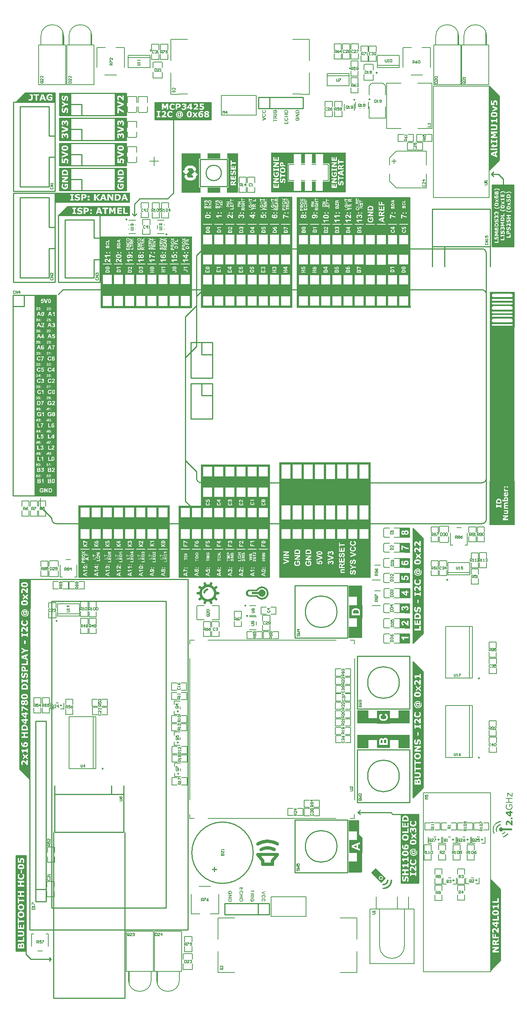
<source format=gto>
G04*
G04 #@! TF.GenerationSoftware,Altium Limited,Altium Designer,18.1.7 (191)*
G04*
G04 Layer_Color=65535*
%FSLAX44Y44*%
%MOMM*%
G71*
G01*
G75*
%ADD10C,0.2500*%
%ADD11C,0.2000*%
%ADD12C,0.2540*%
%ADD13C,0.1000*%
%ADD14C,0.2286*%
%ADD15C,0.2560*%
%ADD16C,0.1500*%
%ADD17R,5.7000X36.2000*%
%ADD18R,2.5000X2.9000*%
%ADD19R,4.6000X1.3001*%
%ADD20R,4.6000X1.3101*%
%ADD21R,2.9000X2.5000*%
%ADD22R,1.3001X4.6000*%
%ADD23R,2.3890X2.5000*%
%ADD24R,20.8280X0.5000*%
%ADD25R,5.5000X2.2000*%
%ADD26R,0.5080X24.9000*%
%ADD27R,0.5080X25.2000*%
%ADD28R,0.5080X25.0000*%
%ADD29R,0.5080X25.1000*%
%ADD30R,25.7350X2.4000*%
%ADD31R,25.7290X0.5080*%
%ADD32R,25.4290X2.7540*%
%ADD33R,2.6670X2.5000*%
%ADD34R,2.5400X2.7000*%
%ADD35R,20.6790X2.4000*%
%ADD36R,20.3000X2.7540*%
%ADD37R,0.5080X16.2776*%
%ADD38R,0.5080X16.2396*%
%ADD39R,0.5080X16.2856*%
%ADD40R,0.5080X16.2696*%
%ADD41R,0.5080X16.4920*%
%ADD42R,0.5080X16.5080*%
%ADD43R,0.5080X16.2696*%
%ADD44R,0.5080X26.1300*%
%ADD45R,2.5400X2.3140*%
%ADD46R,2.6670X2.0080*%
%ADD47R,2.6670X0.5080*%
%ADD48R,2.6670X4.3000*%
%ADD49R,2.6670X4.6000*%
%ADD50R,2.6670X4.2000*%
%ADD51R,2.6670X4.5000*%
%ADD52R,2.6670X5.0000*%
%ADD53R,0.5080X25.8080*%
%ADD54R,2.5400X2.8000*%
%ADD55R,15.4790X0.5080*%
%ADD56R,0.5080X25.6000*%
%ADD57R,0.5080X25.6080*%
%ADD58R,0.5080X16.8000*%
%ADD59R,0.5080X16.4080*%
%ADD60R,0.5080X16.2080*%
%ADD61R,20.6210X0.5080*%
%ADD62R,20.7410X0.5080*%
%ADD63R,20.4850X2.8000*%
%ADD64R,20.6000X0.5080*%
%ADD65R,0.5080X25.2620*%
%ADD66R,1.7000X2.3000*%
%ADD67R,0.9000X2.3000*%
%ADD68R,0.9200X2.3000*%
%ADD69R,1.7200X2.3000*%
%ADD70R,1.8000X2.3000*%
%ADD71R,1.6000X2.3000*%
%ADD72R,9.8725X0.3130*%
%ADD73R,9.7000X0.3130*%
%ADD74R,0.3000X1.2000*%
%ADD75R,0.3000X1.2100*%
%ADD76R,0.6538X1.2000*%
%ADD77R,0.4000X1.2000*%
%ADD78R,2.9000X1.2100*%
G36*
X-292000Y155932D02*
X-225400D01*
Y135000D01*
X-292000D01*
Y134825D01*
X-314550D01*
X-292600Y156775D01*
X-292000D01*
Y155932D01*
D02*
G37*
G36*
X252143Y116472D02*
X252206Y116454D01*
X252306Y116418D01*
X252414Y116373D01*
X252549Y116328D01*
X252693Y116265D01*
X252847Y116192D01*
X253009Y116111D01*
X253180Y116021D01*
X253351Y115913D01*
X253514Y115805D01*
X253685Y115679D01*
X253838Y115543D01*
X253983Y115399D01*
X254118Y115237D01*
X254127Y115228D01*
X254145Y115201D01*
X254181Y115147D01*
X254217Y115083D01*
X254271Y114993D01*
X254325Y114894D01*
X254388Y114777D01*
X254443Y114633D01*
X254506Y114488D01*
X254569Y114317D01*
X254623Y114137D01*
X254677Y113938D01*
X254713Y113731D01*
X254749Y113505D01*
X254767Y113271D01*
X254776Y113027D01*
Y112955D01*
X254767Y112865D01*
X254758Y112748D01*
X254740Y112613D01*
X254713Y112450D01*
X254686Y112261D01*
X254632Y112063D01*
X254578Y111855D01*
X254497Y111630D01*
X254406Y111404D01*
X254298Y111179D01*
X254172Y110954D01*
X254019Y110728D01*
X253847Y110512D01*
X253649Y110304D01*
X253640Y110295D01*
X253595Y110259D01*
X253532Y110205D01*
X253442Y110142D01*
X253324Y110061D01*
X253189Y109971D01*
X253027Y109872D01*
X252838Y109772D01*
X252630Y109673D01*
X252396Y109574D01*
X252143Y109484D01*
X251864Y109403D01*
X251566Y109340D01*
X251250Y109285D01*
X250917Y109249D01*
X250556Y109240D01*
X250547D01*
X250529D01*
X250502D01*
X250466D01*
X250412D01*
X250358Y109249D01*
X250214Y109258D01*
X250042Y109276D01*
X249835Y109294D01*
X249609Y109331D01*
X249375Y109376D01*
X249113Y109430D01*
X248852Y109502D01*
X248581Y109583D01*
X248311Y109691D01*
X248049Y109808D01*
X247797Y109953D01*
X247554Y110115D01*
X247328Y110304D01*
X247319Y110313D01*
X247274Y110358D01*
X247220Y110413D01*
X247148Y110503D01*
X247058Y110611D01*
X246958Y110737D01*
X246859Y110890D01*
X246751Y111062D01*
X246643Y111251D01*
X246535Y111468D01*
X246444Y111693D01*
X246354Y111945D01*
X246282Y112216D01*
X246219Y112505D01*
X246183Y112811D01*
X246174Y113127D01*
Y113199D01*
X246183Y113271D01*
X246192Y113379D01*
X246201Y113505D01*
X246219Y113659D01*
X246246Y113830D01*
X246291Y114010D01*
X246336Y114200D01*
X246399Y114398D01*
X246472Y114605D01*
X246562Y114813D01*
X246661Y115020D01*
X246787Y115228D01*
X246922Y115417D01*
X247085Y115606D01*
X247094Y115615D01*
X247112Y115633D01*
X247139Y115660D01*
X247184Y115696D01*
X247238Y115751D01*
X247301Y115805D01*
X247382Y115859D01*
X247472Y115931D01*
X247581Y115994D01*
X247689Y116066D01*
X247815Y116138D01*
X247950Y116210D01*
X248104Y116274D01*
X248257Y116346D01*
X248428Y116409D01*
X248608Y116463D01*
X249005Y114804D01*
X248996D01*
X248978Y114795D01*
X248942Y114786D01*
X248897Y114777D01*
X248843Y114759D01*
X248780Y114732D01*
X248636Y114669D01*
X248473Y114587D01*
X248302Y114479D01*
X248140Y114344D01*
X247986Y114182D01*
X247977Y114173D01*
X247968Y114164D01*
X247950Y114137D01*
X247923Y114101D01*
X247896Y114055D01*
X247869Y114001D01*
X247797Y113866D01*
X247725Y113695D01*
X247671Y113505D01*
X247626Y113289D01*
X247608Y113046D01*
Y112955D01*
X247617Y112892D01*
X247626Y112811D01*
X247644Y112721D01*
X247662Y112622D01*
X247689Y112514D01*
X247725Y112396D01*
X247770Y112270D01*
X247824Y112144D01*
X247887Y112018D01*
X247968Y111891D01*
X248058Y111774D01*
X248158Y111648D01*
X248275Y111540D01*
X248284Y111531D01*
X248302Y111513D01*
X248347Y111486D01*
X248401Y111449D01*
X248473Y111404D01*
X248563Y111359D01*
X248672Y111305D01*
X248798Y111260D01*
X248933Y111206D01*
X249095Y111152D01*
X249267Y111107D01*
X249465Y111062D01*
X249681Y111026D01*
X249907Y110999D01*
X250159Y110981D01*
X250430Y110972D01*
X250448D01*
X250502D01*
X250583D01*
X250682Y110981D01*
X250818Y110990D01*
X250962Y110999D01*
X251124Y111017D01*
X251305Y111044D01*
X251674Y111107D01*
X251855Y111152D01*
X252044Y111206D01*
X252224Y111269D01*
X252387Y111350D01*
X252540Y111432D01*
X252675Y111531D01*
X252684Y111540D01*
X252702Y111558D01*
X252738Y111594D01*
X252783Y111630D01*
X252829Y111693D01*
X252883Y111756D01*
X252946Y111837D01*
X253009Y111927D01*
X253072Y112027D01*
X253135Y112144D01*
X253189Y112261D01*
X253234Y112396D01*
X253279Y112531D01*
X253315Y112685D01*
X253333Y112847D01*
X253342Y113009D01*
Y113073D01*
X253333Y113118D01*
Y113181D01*
X253315Y113244D01*
X253288Y113406D01*
X253234Y113587D01*
X253162Y113776D01*
X253054Y113965D01*
X252991Y114064D01*
X252919Y114155D01*
X252910Y114164D01*
X252901Y114173D01*
X252873Y114200D01*
X252838Y114236D01*
X252792Y114272D01*
X252738Y114317D01*
X252666Y114371D01*
X252594Y114425D01*
X252504Y114479D01*
X252405Y114542D01*
X252296Y114596D01*
X252170Y114660D01*
X252044Y114714D01*
X251900Y114768D01*
X251737Y114813D01*
X251575Y114858D01*
X252080Y116490D01*
X252098D01*
X252143Y116472D01*
D02*
G37*
G36*
X278909Y116481D02*
X278918Y116463D01*
X278945Y116436D01*
X278981Y116391D01*
X279026Y116337D01*
X279081Y116274D01*
X279135Y116192D01*
X279198Y116102D01*
X279270Y115994D01*
X279342Y115886D01*
X279414Y115760D01*
X279486Y115615D01*
X279568Y115471D01*
X279640Y115309D01*
X279721Y115137D01*
X279793Y114957D01*
Y114948D01*
X279811Y114912D01*
X279829Y114858D01*
X279856Y114786D01*
X279883Y114696D01*
X279919Y114587D01*
X279946Y114461D01*
X279982Y114326D01*
X280018Y114182D01*
X280054Y114019D01*
X280090Y113857D01*
X280117Y113677D01*
X280163Y113307D01*
X280172Y113118D01*
X280181Y112928D01*
Y112802D01*
X280172Y112712D01*
X280163Y112595D01*
X280154Y112459D01*
X280135Y112315D01*
X280109Y112153D01*
X280081Y111981D01*
X280045Y111801D01*
X280000Y111612D01*
X279955Y111413D01*
X279892Y111215D01*
X279820Y111026D01*
X279739Y110836D01*
X279640Y110647D01*
X279631Y110638D01*
X279613Y110602D01*
X279585Y110557D01*
X279540Y110485D01*
X279477Y110413D01*
X279414Y110313D01*
X279333Y110214D01*
X279234Y110106D01*
X279135Y109989D01*
X279017Y109872D01*
X278882Y109745D01*
X278747Y109628D01*
X278594Y109511D01*
X278431Y109394D01*
X278260Y109294D01*
X278071Y109195D01*
X278062Y109186D01*
X278026Y109177D01*
X277971Y109150D01*
X277890Y109123D01*
X277800Y109087D01*
X277683Y109042D01*
X277557Y108997D01*
X277412Y108952D01*
X277250Y108907D01*
X277079Y108862D01*
X276898Y108826D01*
X276709Y108780D01*
X276502Y108753D01*
X276294Y108726D01*
X276078Y108717D01*
X275853Y108708D01*
X275834D01*
X275798D01*
X275726D01*
X275636Y108717D01*
X275519Y108726D01*
X275384Y108735D01*
X275239Y108753D01*
X275077Y108780D01*
X274906Y108807D01*
X274716Y108844D01*
X274527Y108889D01*
X274329Y108934D01*
X274130Y108997D01*
X273932Y109069D01*
X273734Y109150D01*
X273544Y109249D01*
X273535Y109258D01*
X273499Y109276D01*
X273445Y109303D01*
X273373Y109348D01*
X273292Y109412D01*
X273192Y109475D01*
X273084Y109556D01*
X272967Y109655D01*
X272841Y109754D01*
X272715Y109881D01*
X272588Y110007D01*
X272453Y110151D01*
X272327Y110304D01*
X272210Y110476D01*
X272092Y110656D01*
X271984Y110845D01*
X271975Y110854D01*
X271966Y110881D01*
X271948Y110927D01*
X271921Y110990D01*
X271885Y111071D01*
X271849Y111161D01*
X271813Y111269D01*
X271777Y111395D01*
X271741Y111531D01*
X271705Y111684D01*
X271669Y111846D01*
X271632Y112027D01*
X271605Y112216D01*
X271587Y112414D01*
X271569Y112622D01*
Y112991D01*
X271578Y113091D01*
X271587Y113226D01*
X271605Y113379D01*
X271623Y113541D01*
X271651Y113722D01*
X271687Y113911D01*
X271732Y114109D01*
X271777Y114308D01*
X271840Y114515D01*
X271921Y114714D01*
X272002Y114903D01*
X272101Y115083D01*
X272219Y115255D01*
X272228Y115264D01*
X272246Y115291D01*
X272282Y115336D01*
X272336Y115399D01*
X272408Y115462D01*
X272480Y115543D01*
X272579Y115633D01*
X272687Y115723D01*
X272805Y115823D01*
X272940Y115913D01*
X273093Y116012D01*
X273246Y116102D01*
X273418Y116183D01*
X273607Y116265D01*
X273806Y116328D01*
X274013Y116382D01*
X274329Y114714D01*
X274320D01*
X274301Y114705D01*
X274265Y114696D01*
X274229Y114678D01*
X274175Y114660D01*
X274112Y114633D01*
X273977Y114560D01*
X273824Y114470D01*
X273661Y114353D01*
X273508Y114218D01*
X273364Y114046D01*
Y114037D01*
X273346Y114028D01*
X273328Y114001D01*
X273310Y113956D01*
X273283Y113911D01*
X273246Y113857D01*
X273220Y113785D01*
X273183Y113713D01*
X273120Y113541D01*
X273057Y113334D01*
X273021Y113100D01*
X273003Y112838D01*
Y112730D01*
X273012Y112658D01*
X273021Y112568D01*
X273039Y112459D01*
X273066Y112333D01*
X273093Y112207D01*
X273129Y112072D01*
X273174Y111927D01*
X273228Y111783D01*
X273301Y111639D01*
X273382Y111495D01*
X273472Y111350D01*
X273580Y111215D01*
X273706Y111089D01*
X273715Y111080D01*
X273743Y111062D01*
X273778Y111026D01*
X273842Y110990D01*
X273914Y110935D01*
X274004Y110881D01*
X274103Y110827D01*
X274229Y110764D01*
X274365Y110701D01*
X274518Y110647D01*
X274689Y110593D01*
X274879Y110539D01*
X275077Y110503D01*
X275293Y110467D01*
X275528Y110449D01*
X275780Y110440D01*
X275798D01*
X275843D01*
X275925Y110449D01*
X276024D01*
X276150Y110458D01*
X276285Y110476D01*
X276448Y110494D01*
X276619Y110521D01*
X276790Y110557D01*
X276980Y110602D01*
X277160Y110656D01*
X277349Y110719D01*
X277530Y110791D01*
X277701Y110881D01*
X277863Y110981D01*
X278008Y111098D01*
X278016Y111107D01*
X278035Y111125D01*
X278080Y111170D01*
X278125Y111215D01*
X278179Y111287D01*
X278242Y111359D01*
X278305Y111459D01*
X278377Y111558D01*
X278449Y111675D01*
X278512Y111810D01*
X278576Y111945D01*
X278630Y112099D01*
X278675Y112270D01*
X278711Y112441D01*
X278738Y112622D01*
X278747Y112820D01*
Y112910D01*
X278738Y112955D01*
Y113018D01*
X278720Y113154D01*
X278693Y113316D01*
X278657Y113487D01*
X278612Y113677D01*
X278540Y113875D01*
Y113884D01*
X278531Y113902D01*
X278521Y113929D01*
X278503Y113965D01*
X278458Y114064D01*
X278395Y114191D01*
X278323Y114335D01*
X278242Y114488D01*
X278152Y114642D01*
X278044Y114795D01*
X276980D01*
Y112874D01*
X275573D01*
Y116490D01*
X278900D01*
X278909Y116481D01*
D02*
G37*
G36*
X327013D02*
X327112D01*
X327229Y116472D01*
X327356Y116454D01*
X327635Y116427D01*
X327933Y116382D01*
X328230Y116319D01*
X328519Y116229D01*
X328528D01*
X328555Y116210D01*
X328609Y116192D01*
X328672Y116174D01*
X328744Y116138D01*
X328835Y116102D01*
X328934Y116057D01*
X329042Y116003D01*
X329276Y115877D01*
X329520Y115723D01*
X329763Y115543D01*
X329989Y115336D01*
X329998Y115327D01*
X330007Y115318D01*
X330034Y115291D01*
X330061Y115255D01*
X330097Y115210D01*
X330142Y115164D01*
X330187Y115101D01*
X330232Y115029D01*
X330340Y114858D01*
X330449Y114660D01*
X330557Y114425D01*
X330656Y114164D01*
Y114155D01*
X330665Y114137D01*
X330674Y114109D01*
X330683Y114064D01*
X330692Y114010D01*
X330710Y113938D01*
X330728Y113857D01*
X330737Y113767D01*
X330755Y113668D01*
X330773Y113560D01*
X330791Y113433D01*
X330800Y113298D01*
X330809Y113163D01*
X330818Y113009D01*
X330827Y112847D01*
Y109520D01*
X322505D01*
Y112757D01*
X322514Y112847D01*
Y113055D01*
X322523Y113172D01*
X322541Y113424D01*
X322577Y113686D01*
X322613Y113938D01*
X322640Y114055D01*
X322667Y114164D01*
Y114173D01*
X322676Y114200D01*
X322694Y114236D01*
X322712Y114290D01*
X322730Y114353D01*
X322766Y114425D01*
X322847Y114596D01*
X322947Y114795D01*
X323082Y115002D01*
X323244Y115210D01*
X323433Y115417D01*
X323442Y115426D01*
X323460Y115444D01*
X323488Y115471D01*
X323533Y115507D01*
X323587Y115543D01*
X323650Y115597D01*
X323722Y115651D01*
X323812Y115715D01*
X323902Y115778D01*
X324002Y115841D01*
X324236Y115976D01*
X324497Y116102D01*
X324786Y116210D01*
X324795D01*
X324822Y116220D01*
X324867Y116237D01*
X324930Y116256D01*
X325002Y116274D01*
X325102Y116301D01*
X325210Y116328D01*
X325327Y116355D01*
X325462Y116373D01*
X325616Y116400D01*
X325778Y116427D01*
X325949Y116445D01*
X326138Y116463D01*
X326328Y116481D01*
X326535Y116490D01*
X326752D01*
X326761D01*
X326797D01*
X326851D01*
X326923D01*
X327013Y116481D01*
D02*
G37*
G36*
X301478D02*
X301622Y116472D01*
X301793Y116454D01*
X301983Y116436D01*
X302208Y116400D01*
X302443Y116355D01*
X302686Y116292D01*
X302948Y116220D01*
X303209Y116129D01*
X303471Y116030D01*
X303732Y115904D01*
X303985Y115751D01*
X304219Y115588D01*
X304445Y115390D01*
X304454Y115381D01*
X304490Y115336D01*
X304553Y115282D01*
X304625Y115191D01*
X304706Y115083D01*
X304805Y114948D01*
X304904Y114795D01*
X305012Y114614D01*
X305121Y114416D01*
X305220Y114200D01*
X305319Y113956D01*
X305400Y113695D01*
X305472Y113415D01*
X305536Y113118D01*
X305572Y112793D01*
X305581Y112459D01*
Y112378D01*
X305572Y112279D01*
X305563Y112153D01*
X305545Y112000D01*
X305518Y111810D01*
X305490Y111612D01*
X305436Y111395D01*
X305382Y111161D01*
X305301Y110927D01*
X305211Y110674D01*
X305103Y110431D01*
X304977Y110187D01*
X304823Y109953D01*
X304652Y109727D01*
X304454Y109511D01*
X304436Y109502D01*
X304399Y109466D01*
X304336Y109412D01*
X304246Y109340D01*
X304129Y109258D01*
X303985Y109168D01*
X303822Y109069D01*
X303633Y108970D01*
X303426Y108862D01*
X303191Y108762D01*
X302939Y108672D01*
X302659Y108591D01*
X302362Y108519D01*
X302037Y108465D01*
X301694Y108429D01*
X301334Y108420D01*
X301316D01*
X301280D01*
X301207D01*
X301117Y108429D01*
X301009D01*
X300883Y108438D01*
X300748Y108456D01*
X300585Y108465D01*
X300423Y108492D01*
X300252Y108510D01*
X299891Y108582D01*
X299539Y108672D01*
X299359Y108735D01*
X299197Y108799D01*
X299188D01*
X299170Y108807D01*
X299133Y108826D01*
X299088Y108853D01*
X299034Y108880D01*
X298971Y108916D01*
X298809Y108997D01*
X298638Y109105D01*
X298439Y109240D01*
X298250Y109394D01*
X298051Y109565D01*
X298042Y109574D01*
X298033Y109592D01*
X298006Y109619D01*
X297970Y109655D01*
X297925Y109700D01*
X297880Y109754D01*
X297772Y109889D01*
X297646Y110043D01*
X297519Y110232D01*
X297402Y110431D01*
X297303Y110647D01*
Y110656D01*
X297285Y110683D01*
X297276Y110728D01*
X297249Y110782D01*
X297222Y110854D01*
X297195Y110944D01*
X297168Y111044D01*
X297132Y111161D01*
X297105Y111287D01*
X297078Y111422D01*
X297050Y111576D01*
X297024Y111729D01*
X296987Y112072D01*
X296969Y112441D01*
Y112522D01*
X296978Y112622D01*
X296987Y112748D01*
X297006Y112901D01*
X297033Y113082D01*
X297069Y113280D01*
X297114Y113496D01*
X297177Y113731D01*
X297249Y113965D01*
X297339Y114209D01*
X297456Y114461D01*
X297582Y114705D01*
X297736Y114939D01*
X297916Y115164D01*
X298114Y115381D01*
X298124Y115390D01*
X298169Y115426D01*
X298232Y115480D01*
X298322Y115552D01*
X298439Y115642D01*
X298583Y115733D01*
X298746Y115832D01*
X298944Y115940D01*
X299151Y116039D01*
X299395Y116138D01*
X299656Y116237D01*
X299936Y116319D01*
X300243Y116391D01*
X300567Y116445D01*
X300919Y116481D01*
X301289Y116490D01*
X301297D01*
X301316D01*
X301343D01*
X301379D01*
X301424D01*
X301478Y116481D01*
D02*
G37*
G36*
X280027Y105715D02*
X271705D01*
Y107392D01*
X280027D01*
Y105715D01*
D02*
G37*
G36*
X-63600Y103700D02*
X-88968D01*
Y155700D01*
X-63600D01*
Y103700D01*
D02*
G37*
G36*
X-190600D02*
X-215968D01*
Y155700D01*
X-190600D01*
Y103700D01*
D02*
G37*
G36*
X252143Y108077D02*
X252206Y108059D01*
X252306Y108023D01*
X252414Y107978D01*
X252549Y107933D01*
X252693Y107870D01*
X252847Y107798D01*
X253009Y107716D01*
X253180Y107626D01*
X253351Y107518D01*
X253514Y107410D01*
X253685Y107284D01*
X253838Y107148D01*
X253983Y107004D01*
X254118Y106842D01*
X254127Y106833D01*
X254145Y106806D01*
X254181Y106752D01*
X254217Y106688D01*
X254271Y106598D01*
X254325Y106499D01*
X254388Y106382D01*
X254443Y106238D01*
X254506Y106093D01*
X254569Y105922D01*
X254623Y105742D01*
X254677Y105543D01*
X254713Y105336D01*
X254749Y105111D01*
X254767Y104876D01*
X254776Y104633D01*
Y104560D01*
X254767Y104470D01*
X254758Y104353D01*
X254740Y104218D01*
X254713Y104056D01*
X254686Y103866D01*
X254632Y103668D01*
X254578Y103460D01*
X254497Y103235D01*
X254406Y103010D01*
X254298Y102784D01*
X254172Y102559D01*
X254019Y102333D01*
X253847Y102117D01*
X253649Y101910D01*
X253640Y101901D01*
X253595Y101864D01*
X253532Y101810D01*
X253442Y101747D01*
X253324Y101666D01*
X253189Y101576D01*
X253027Y101477D01*
X252838Y101377D01*
X252630Y101278D01*
X252396Y101179D01*
X252143Y101089D01*
X251864Y101008D01*
X251566Y100945D01*
X251250Y100891D01*
X250917Y100855D01*
X250556Y100845D01*
X250547D01*
X250529D01*
X250502D01*
X250466D01*
X250412D01*
X250358Y100855D01*
X250214Y100864D01*
X250042Y100882D01*
X249835Y100900D01*
X249609Y100936D01*
X249375Y100981D01*
X249113Y101035D01*
X248852Y101107D01*
X248581Y101188D01*
X248311Y101296D01*
X248049Y101414D01*
X247797Y101558D01*
X247554Y101720D01*
X247328Y101910D01*
X247319Y101918D01*
X247274Y101964D01*
X247220Y102018D01*
X247148Y102108D01*
X247058Y102216D01*
X246958Y102342D01*
X246859Y102496D01*
X246751Y102667D01*
X246643Y102856D01*
X246535Y103073D01*
X246444Y103298D01*
X246354Y103551D01*
X246282Y103821D01*
X246219Y104110D01*
X246183Y104416D01*
X246174Y104732D01*
Y104804D01*
X246183Y104876D01*
X246192Y104984D01*
X246201Y105111D01*
X246219Y105264D01*
X246246Y105435D01*
X246291Y105616D01*
X246336Y105805D01*
X246399Y106003D01*
X246472Y106211D01*
X246562Y106418D01*
X246661Y106625D01*
X246787Y106833D01*
X246922Y107022D01*
X247085Y107212D01*
X247094Y107220D01*
X247112Y107239D01*
X247139Y107266D01*
X247184Y107302D01*
X247238Y107356D01*
X247301Y107410D01*
X247382Y107464D01*
X247472Y107536D01*
X247581Y107599D01*
X247689Y107671D01*
X247815Y107744D01*
X247950Y107816D01*
X248104Y107879D01*
X248257Y107951D01*
X248428Y108014D01*
X248608Y108068D01*
X249005Y106409D01*
X248996D01*
X248978Y106400D01*
X248942Y106391D01*
X248897Y106382D01*
X248843Y106364D01*
X248780Y106337D01*
X248636Y106274D01*
X248473Y106193D01*
X248302Y106084D01*
X248140Y105949D01*
X247986Y105787D01*
X247977Y105778D01*
X247968Y105769D01*
X247950Y105742D01*
X247923Y105706D01*
X247896Y105661D01*
X247869Y105606D01*
X247797Y105471D01*
X247725Y105300D01*
X247671Y105111D01*
X247626Y104894D01*
X247608Y104651D01*
Y104560D01*
X247617Y104497D01*
X247626Y104416D01*
X247644Y104326D01*
X247662Y104227D01*
X247689Y104119D01*
X247725Y104001D01*
X247770Y103875D01*
X247824Y103749D01*
X247887Y103623D01*
X247968Y103497D01*
X248058Y103379D01*
X248158Y103253D01*
X248275Y103145D01*
X248284Y103136D01*
X248302Y103118D01*
X248347Y103091D01*
X248401Y103055D01*
X248473Y103010D01*
X248563Y102964D01*
X248672Y102910D01*
X248798Y102865D01*
X248933Y102811D01*
X249095Y102757D01*
X249267Y102712D01*
X249465Y102667D01*
X249681Y102631D01*
X249907Y102604D01*
X250159Y102586D01*
X250430Y102577D01*
X250448D01*
X250502D01*
X250583D01*
X250682Y102586D01*
X250818Y102595D01*
X250962Y102604D01*
X251124Y102622D01*
X251305Y102649D01*
X251674Y102712D01*
X251855Y102757D01*
X252044Y102811D01*
X252224Y102874D01*
X252387Y102956D01*
X252540Y103037D01*
X252675Y103136D01*
X252684Y103145D01*
X252702Y103163D01*
X252738Y103199D01*
X252783Y103235D01*
X252829Y103298D01*
X252883Y103361D01*
X252946Y103442D01*
X253009Y103533D01*
X253072Y103632D01*
X253135Y103749D01*
X253189Y103866D01*
X253234Y104001D01*
X253279Y104137D01*
X253315Y104290D01*
X253333Y104452D01*
X253342Y104615D01*
Y104678D01*
X253333Y104723D01*
Y104786D01*
X253315Y104849D01*
X253288Y105011D01*
X253234Y105192D01*
X253162Y105381D01*
X253054Y105570D01*
X252991Y105670D01*
X252919Y105760D01*
X252910Y105769D01*
X252901Y105778D01*
X252873Y105805D01*
X252838Y105841D01*
X252792Y105877D01*
X252738Y105922D01*
X252666Y105976D01*
X252594Y106030D01*
X252504Y106084D01*
X252405Y106147D01*
X252296Y106202D01*
X252170Y106265D01*
X252044Y106319D01*
X251900Y106373D01*
X251737Y106418D01*
X251575Y106463D01*
X252080Y108095D01*
X252098D01*
X252143Y108077D01*
D02*
G37*
G36*
X280027Y102847D02*
X278215Y101630D01*
X278206Y101621D01*
X278170Y101603D01*
X278125Y101567D01*
X278062Y101522D01*
X277980Y101477D01*
X277899Y101414D01*
X277701Y101278D01*
X277494Y101125D01*
X277295Y100981D01*
X277205Y100909D01*
X277124Y100845D01*
X277052Y100791D01*
X276998Y100737D01*
X276989Y100728D01*
X276952Y100701D01*
X276917Y100647D01*
X276862Y100584D01*
X276799Y100512D01*
X276745Y100422D01*
X276691Y100331D01*
X276655Y100232D01*
X276646Y100223D01*
X276637Y100178D01*
X276619Y100115D01*
X276601Y100025D01*
X276583Y99908D01*
X276574Y99763D01*
X276556Y99592D01*
Y99051D01*
X280027D01*
Y97374D01*
X271705D01*
Y101125D01*
X271714Y101233D01*
Y101360D01*
X271723Y101504D01*
X271732Y101648D01*
X271759Y101973D01*
X271804Y102288D01*
X271822Y102442D01*
X271858Y102595D01*
X271894Y102730D01*
X271930Y102847D01*
Y102856D01*
X271939Y102874D01*
X271957Y102901D01*
X271975Y102947D01*
X272002Y103001D01*
X272029Y103055D01*
X272110Y103199D01*
X272228Y103352D01*
X272363Y103505D01*
X272534Y103668D01*
X272733Y103812D01*
X272742D01*
X272760Y103830D01*
X272787Y103848D01*
X272832Y103866D01*
X272886Y103902D01*
X272949Y103929D01*
X273030Y103965D01*
X273111Y104001D01*
X273301Y104065D01*
X273526Y104128D01*
X273769Y104164D01*
X274040Y104182D01*
X274049D01*
X274085D01*
X274130D01*
X274193Y104173D01*
X274275Y104164D01*
X274365Y104155D01*
X274473Y104137D01*
X274581Y104110D01*
X274834Y104046D01*
X274960Y104001D01*
X275086Y103947D01*
X275221Y103884D01*
X275347Y103812D01*
X275474Y103731D01*
X275591Y103632D01*
X275600Y103623D01*
X275618Y103605D01*
X275645Y103578D01*
X275690Y103533D01*
X275735Y103469D01*
X275789Y103397D01*
X275853Y103316D01*
X275916Y103217D01*
X275988Y103109D01*
X276051Y102992D01*
X276114Y102856D01*
X276177Y102703D01*
X276231Y102541D01*
X276285Y102369D01*
X276330Y102180D01*
X276366Y101982D01*
Y101991D01*
X276385Y102009D01*
X276394Y102036D01*
X276420Y102072D01*
X276484Y102171D01*
X276574Y102297D01*
X276673Y102442D01*
X276790Y102595D01*
X276926Y102748D01*
X277061Y102883D01*
X277079Y102901D01*
X277106Y102919D01*
X277133Y102947D01*
X277178Y102983D01*
X277232Y103028D01*
X277295Y103082D01*
X277367Y103136D01*
X277458Y103199D01*
X277557Y103271D01*
X277665Y103352D01*
X277791Y103433D01*
X277926Y103524D01*
X278080Y103623D01*
X278233Y103731D01*
X278413Y103839D01*
X280027Y104858D01*
Y102847D01*
D02*
G37*
G36*
X330827Y106066D02*
X325363Y102694D01*
X330827D01*
Y101143D01*
X322505D01*
Y102766D01*
X328095Y106193D01*
X322505D01*
Y107744D01*
X330827D01*
Y106066D01*
D02*
G37*
G36*
X305427Y105345D02*
X301784D01*
Y102045D01*
X305427D01*
Y100368D01*
X297105D01*
Y102045D01*
X300378D01*
Y105345D01*
X297105D01*
Y107022D01*
X305427D01*
Y105345D01*
D02*
G37*
G36*
X130000Y134233D02*
Y116909D01*
Y95000D01*
X2000D01*
Y116909D01*
D01*
Y134233D01*
X130000D01*
D02*
G37*
G36*
X329709Y99565D02*
X329718Y99547D01*
X329745Y99520D01*
X329781Y99475D01*
X329826Y99421D01*
X329880Y99358D01*
X329935Y99277D01*
X329998Y99186D01*
X330070Y99078D01*
X330142Y98970D01*
X330214Y98844D01*
X330286Y98699D01*
X330368Y98555D01*
X330440Y98393D01*
X330521Y98222D01*
X330593Y98041D01*
Y98032D01*
X330611Y97996D01*
X330629Y97942D01*
X330656Y97870D01*
X330683Y97780D01*
X330719Y97671D01*
X330746Y97545D01*
X330782Y97410D01*
X330818Y97266D01*
X330854Y97103D01*
X330890Y96941D01*
X330918Y96761D01*
X330963Y96391D01*
X330972Y96202D01*
X330981Y96012D01*
Y95886D01*
X330972Y95796D01*
X330963Y95679D01*
X330954Y95543D01*
X330936Y95399D01*
X330909Y95237D01*
X330881Y95066D01*
X330845Y94885D01*
X330800Y94696D01*
X330755Y94497D01*
X330692Y94299D01*
X330620Y94110D01*
X330539Y93920D01*
X330440Y93731D01*
X330431Y93722D01*
X330412Y93686D01*
X330386Y93641D01*
X330340Y93569D01*
X330277Y93497D01*
X330214Y93398D01*
X330133Y93298D01*
X330034Y93190D01*
X329935Y93073D01*
X329817Y92956D01*
X329682Y92829D01*
X329547Y92712D01*
X329394Y92595D01*
X329231Y92478D01*
X329060Y92379D01*
X328871Y92279D01*
X328862Y92270D01*
X328826Y92261D01*
X328772Y92234D01*
X328690Y92207D01*
X328600Y92171D01*
X328483Y92126D01*
X328357Y92081D01*
X328212Y92036D01*
X328050Y91991D01*
X327879Y91946D01*
X327698Y91910D01*
X327509Y91865D01*
X327302Y91838D01*
X327094Y91811D01*
X326878Y91801D01*
X326652Y91792D01*
X326634D01*
X326598D01*
X326526D01*
X326436Y91801D01*
X326319Y91811D01*
X326184Y91819D01*
X326039Y91838D01*
X325877Y91865D01*
X325706Y91892D01*
X325516Y91928D01*
X325327Y91973D01*
X325129Y92018D01*
X324930Y92081D01*
X324732Y92153D01*
X324534Y92234D01*
X324344Y92333D01*
X324335Y92343D01*
X324299Y92360D01*
X324245Y92388D01*
X324173Y92433D01*
X324092Y92496D01*
X323992Y92559D01*
X323884Y92640D01*
X323767Y92739D01*
X323641Y92838D01*
X323515Y92965D01*
X323388Y93091D01*
X323253Y93235D01*
X323127Y93388D01*
X323010Y93560D01*
X322892Y93740D01*
X322784Y93930D01*
X322775Y93939D01*
X322766Y93966D01*
X322748Y94011D01*
X322721Y94074D01*
X322685Y94155D01*
X322649Y94245D01*
X322613Y94353D01*
X322577Y94480D01*
X322541Y94615D01*
X322505Y94768D01*
X322469Y94930D01*
X322433Y95111D01*
X322406Y95300D01*
X322387Y95498D01*
X322369Y95706D01*
Y96075D01*
X322378Y96175D01*
X322387Y96310D01*
X322406Y96463D01*
X322424Y96625D01*
X322450Y96806D01*
X322487Y96995D01*
X322532Y97194D01*
X322577Y97392D01*
X322640Y97599D01*
X322721Y97798D01*
X322802Y97987D01*
X322901Y98167D01*
X323019Y98339D01*
X323028Y98348D01*
X323046Y98375D01*
X323082Y98420D01*
X323136Y98483D01*
X323208Y98546D01*
X323280Y98627D01*
X323379Y98717D01*
X323488Y98808D01*
X323605Y98907D01*
X323740Y98997D01*
X323893Y99096D01*
X324047Y99186D01*
X324218Y99268D01*
X324407Y99349D01*
X324606Y99412D01*
X324813Y99466D01*
X325129Y97798D01*
X325120D01*
X325102Y97789D01*
X325065Y97780D01*
X325029Y97762D01*
X324975Y97744D01*
X324912Y97717D01*
X324777Y97645D01*
X324624Y97554D01*
X324461Y97437D01*
X324308Y97302D01*
X324164Y97130D01*
Y97121D01*
X324146Y97113D01*
X324128Y97085D01*
X324110Y97040D01*
X324083Y96995D01*
X324047Y96941D01*
X324020Y96869D01*
X323983Y96797D01*
X323920Y96625D01*
X323857Y96418D01*
X323821Y96184D01*
X323803Y95922D01*
Y95814D01*
X323812Y95742D01*
X323821Y95652D01*
X323839Y95543D01*
X323866Y95417D01*
X323893Y95291D01*
X323929Y95156D01*
X323974Y95012D01*
X324029Y94867D01*
X324101Y94723D01*
X324182Y94579D01*
X324272Y94434D01*
X324380Y94299D01*
X324506Y94173D01*
X324515Y94164D01*
X324543Y94146D01*
X324579Y94110D01*
X324642Y94074D01*
X324714Y94020D01*
X324804Y93966D01*
X324903Y93911D01*
X325029Y93848D01*
X325165Y93785D01*
X325318Y93731D01*
X325489Y93677D01*
X325679Y93623D01*
X325877Y93587D01*
X326093Y93551D01*
X326328Y93533D01*
X326580Y93524D01*
X326598D01*
X326643D01*
X326725Y93533D01*
X326824D01*
X326950Y93542D01*
X327085Y93560D01*
X327248Y93578D01*
X327419Y93605D01*
X327590Y93641D01*
X327780Y93686D01*
X327960Y93740D01*
X328149Y93803D01*
X328330Y93875D01*
X328501Y93966D01*
X328663Y94065D01*
X328807Y94182D01*
X328816Y94191D01*
X328835Y94209D01*
X328880Y94254D01*
X328925Y94299D01*
X328979Y94371D01*
X329042Y94443D01*
X329105Y94543D01*
X329177Y94642D01*
X329249Y94759D01*
X329313Y94894D01*
X329376Y95029D01*
X329430Y95183D01*
X329475Y95354D01*
X329511Y95526D01*
X329538Y95706D01*
X329547Y95904D01*
Y95994D01*
X329538Y96039D01*
Y96103D01*
X329520Y96238D01*
X329493Y96400D01*
X329457Y96571D01*
X329412Y96761D01*
X329339Y96959D01*
Y96968D01*
X329330Y96986D01*
X329322Y97013D01*
X329304Y97049D01*
X329258Y97149D01*
X329195Y97275D01*
X329123Y97419D01*
X329042Y97572D01*
X328952Y97726D01*
X328844Y97879D01*
X327780D01*
Y95958D01*
X326373D01*
Y99574D01*
X329700D01*
X329709Y99565D01*
D02*
G37*
G36*
X302939Y98907D02*
X303002Y98889D01*
X303101Y98853D01*
X303209Y98808D01*
X303344Y98763D01*
X303489Y98699D01*
X303642Y98627D01*
X303804Y98546D01*
X303976Y98456D01*
X304147Y98348D01*
X304309Y98240D01*
X304480Y98113D01*
X304634Y97978D01*
X304778Y97834D01*
X304913Y97671D01*
X304922Y97662D01*
X304940Y97635D01*
X304977Y97581D01*
X305012Y97518D01*
X305067Y97428D01*
X305121Y97329D01*
X305184Y97212D01*
X305238Y97067D01*
X305301Y96923D01*
X305364Y96752D01*
X305418Y96571D01*
X305472Y96373D01*
X305508Y96166D01*
X305545Y95940D01*
X305563Y95706D01*
X305572Y95462D01*
Y95390D01*
X305563Y95300D01*
X305554Y95183D01*
X305536Y95048D01*
X305508Y94885D01*
X305481Y94696D01*
X305427Y94497D01*
X305373Y94290D01*
X305292Y94065D01*
X305202Y93839D01*
X305094Y93614D01*
X304967Y93388D01*
X304814Y93163D01*
X304643Y92947D01*
X304445Y92739D01*
X304436Y92730D01*
X304390Y92694D01*
X304327Y92640D01*
X304237Y92577D01*
X304120Y92496D01*
X303985Y92406D01*
X303822Y92306D01*
X303633Y92207D01*
X303426Y92108D01*
X303191Y92009D01*
X302939Y91919D01*
X302659Y91838D01*
X302362Y91774D01*
X302046Y91720D01*
X301712Y91684D01*
X301352Y91675D01*
X301343D01*
X301325D01*
X301297D01*
X301262D01*
X301207D01*
X301153Y91684D01*
X301009Y91693D01*
X300838Y91711D01*
X300630Y91729D01*
X300405Y91765D01*
X300170Y91811D01*
X299909Y91865D01*
X299647Y91937D01*
X299377Y92018D01*
X299106Y92126D01*
X298845Y92243D01*
X298592Y92388D01*
X298349Y92550D01*
X298124Y92739D01*
X298114Y92748D01*
X298069Y92793D01*
X298015Y92847D01*
X297943Y92938D01*
X297853Y93046D01*
X297754Y93172D01*
X297655Y93325D01*
X297547Y93497D01*
X297438Y93686D01*
X297330Y93902D01*
X297240Y94128D01*
X297150Y94380D01*
X297078Y94651D01*
X297015Y94939D01*
X296978Y95246D01*
X296969Y95562D01*
Y95634D01*
X296978Y95706D01*
X296987Y95814D01*
X296996Y95940D01*
X297015Y96094D01*
X297041Y96265D01*
X297087Y96445D01*
X297132Y96635D01*
X297195Y96833D01*
X297267Y97040D01*
X297357Y97248D01*
X297456Y97455D01*
X297582Y97662D01*
X297718Y97852D01*
X297880Y98041D01*
X297889Y98050D01*
X297907Y98068D01*
X297934Y98095D01*
X297979Y98131D01*
X298033Y98186D01*
X298097Y98240D01*
X298178Y98294D01*
X298268Y98366D01*
X298376Y98429D01*
X298484Y98501D01*
X298610Y98573D01*
X298746Y98645D01*
X298899Y98708D01*
X299052Y98781D01*
X299224Y98844D01*
X299404Y98898D01*
X299801Y97239D01*
X299792D01*
X299774Y97230D01*
X299738Y97221D01*
X299692Y97212D01*
X299638Y97194D01*
X299575Y97167D01*
X299431Y97103D01*
X299269Y97022D01*
X299097Y96914D01*
X298935Y96779D01*
X298782Y96616D01*
X298773Y96608D01*
X298764Y96599D01*
X298746Y96571D01*
X298719Y96535D01*
X298692Y96490D01*
X298665Y96436D01*
X298592Y96301D01*
X298520Y96130D01*
X298466Y95940D01*
X298421Y95724D01*
X298403Y95480D01*
Y95390D01*
X298412Y95327D01*
X298421Y95246D01*
X298439Y95156D01*
X298457Y95057D01*
X298484Y94948D01*
X298520Y94831D01*
X298565Y94705D01*
X298619Y94579D01*
X298683Y94452D01*
X298764Y94326D01*
X298854Y94209D01*
X298953Y94083D01*
X299070Y93975D01*
X299079Y93966D01*
X299097Y93947D01*
X299142Y93920D01*
X299197Y93884D01*
X299269Y93839D01*
X299359Y93794D01*
X299467Y93740D01*
X299593Y93695D01*
X299729Y93641D01*
X299891Y93587D01*
X300062Y93542D01*
X300261Y93497D01*
X300477Y93461D01*
X300702Y93434D01*
X300955Y93415D01*
X301225Y93406D01*
X301243D01*
X301297D01*
X301379D01*
X301478Y93415D01*
X301613Y93425D01*
X301757Y93434D01*
X301920Y93452D01*
X302100Y93479D01*
X302470Y93542D01*
X302650Y93587D01*
X302840Y93641D01*
X303020Y93704D01*
X303182Y93785D01*
X303335Y93866D01*
X303471Y93966D01*
X303480Y93975D01*
X303498Y93993D01*
X303534Y94029D01*
X303579Y94065D01*
X303624Y94128D01*
X303678Y94191D01*
X303741Y94272D01*
X303804Y94362D01*
X303867Y94461D01*
X303930Y94579D01*
X303985Y94696D01*
X304030Y94831D01*
X304075Y94966D01*
X304111Y95120D01*
X304129Y95282D01*
X304138Y95444D01*
Y95507D01*
X304129Y95553D01*
Y95616D01*
X304111Y95679D01*
X304084Y95841D01*
X304030Y96021D01*
X303958Y96211D01*
X303849Y96400D01*
X303786Y96499D01*
X303714Y96589D01*
X303705Y96599D01*
X303696Y96608D01*
X303669Y96635D01*
X303633Y96671D01*
X303588Y96707D01*
X303534Y96752D01*
X303462Y96806D01*
X303389Y96860D01*
X303299Y96914D01*
X303200Y96977D01*
X303092Y97031D01*
X302966Y97094D01*
X302840Y97149D01*
X302695Y97203D01*
X302533Y97248D01*
X302371Y97293D01*
X302875Y98925D01*
X302894D01*
X302939Y98907D01*
D02*
G37*
G36*
X254632Y97311D02*
Y95507D01*
X246309Y92541D01*
Y94353D01*
X252468Y96463D01*
X246309Y98501D01*
Y100286D01*
X254632Y97311D01*
D02*
G37*
G36*
X273111Y93839D02*
X280027D01*
Y92162D01*
X273111D01*
Y89691D01*
X271705D01*
Y96292D01*
X273111D01*
Y93839D01*
D02*
G37*
G36*
X305427Y84218D02*
X297105D01*
Y90386D01*
X298511D01*
Y85895D01*
X300351D01*
Y90070D01*
X301757D01*
Y85895D01*
X304021D01*
Y90548D01*
X305427D01*
Y84218D01*
D02*
G37*
G36*
X-63452Y46550D02*
X-88820D01*
Y98550D01*
X-63452D01*
Y46550D01*
D02*
G37*
G36*
X-190452D02*
X-215820D01*
Y98550D01*
X-190452D01*
Y46550D01*
D02*
G37*
G36*
X-63600Y-10600D02*
X-88968D01*
Y41400D01*
X-63600D01*
Y-10600D01*
D02*
G37*
G36*
X-190600D02*
X-215968D01*
Y41400D01*
X-190600D01*
Y-10600D01*
D02*
G37*
G36*
X786438Y148362D02*
Y146390D01*
X786600D01*
Y1000D01*
X785000D01*
X763581Y-20419D01*
Y6681D01*
X763721D01*
Y144100D01*
X763600D01*
Y171200D01*
X786438Y148362D01*
D02*
G37*
G36*
X820000Y-54000D02*
Y-195000D01*
X770856D01*
Y-54000D01*
X787707D01*
D01*
X801354D01*
D01*
X820000D01*
D02*
G37*
G36*
X-190600Y-67750D02*
X-215968D01*
Y-15750D01*
X-190600D01*
Y-67750D01*
D02*
G37*
G36*
X-63600Y-16300D02*
Y-67750D01*
X-88968D01*
Y-16300D01*
X-63600D01*
D02*
G37*
G36*
X417007Y-71000D02*
X399564D01*
Y19130D01*
X417007D01*
Y-71000D01*
D02*
G37*
G36*
X284456D02*
X266530D01*
Y19000D01*
X284456D01*
Y-71000D01*
D02*
G37*
G36*
X436800Y19130D02*
Y-71000D01*
X417007D01*
Y19130D01*
X436800D01*
D02*
G37*
G36*
X304800Y-71000D02*
X284456D01*
Y19000D01*
X304800D01*
Y-71000D01*
D02*
G37*
G36*
X191600Y18000D02*
Y-72000D01*
X169203D01*
Y18000D01*
X191600D01*
D02*
G37*
G36*
X102600Y-72000D02*
X62600D01*
Y18000D01*
X102600D01*
Y-72000D01*
D02*
G37*
G36*
X379625Y-82000D02*
X430425D01*
D01*
X441909D01*
D01*
X467187D01*
X481225D01*
Y-82000D01*
X507260D01*
D01*
X530755D01*
Y-82000D01*
X557425D01*
Y-82000D01*
X584730D01*
Y-114910D01*
X583460D01*
Y-143000D01*
X532660D01*
Y-143000D01*
X504720D01*
X479320D01*
Y-143000D01*
X405660D01*
Y-143000D01*
X377720D01*
Y-143000D01*
X326920D01*
Y-116000D01*
X325650D01*
Y-82000D01*
X340191D01*
X352955D01*
Y-81996D01*
X379625D01*
Y-82000D01*
D02*
G37*
G36*
X299452Y-113763D02*
X299452D01*
Y-81798D01*
X315490D01*
Y-114910D01*
X314220D01*
Y-143000D01*
X136420D01*
D01*
X108480D01*
Y-113763D01*
X108480D01*
Y-82000D01*
X121890D01*
D01*
X133880D01*
D01*
X147290D01*
Y-113763D01*
D01*
Y-82000D01*
X159280D01*
D01*
X172568D01*
D01*
X184680D01*
Y-81996D01*
X197846D01*
D01*
X212663D01*
Y-82000D01*
X223490D01*
X238062D01*
D01*
X248890D01*
D01*
X260880D01*
D01*
X274290D01*
D01*
X284820D01*
Y-81798D01*
X299452D01*
Y-113763D01*
D02*
G37*
G36*
X-56850Y-72120D02*
Y-93000D01*
X-225850D01*
Y-72120D01*
X-56850D01*
D02*
G37*
G36*
X-190810Y-103120D02*
X-57000D01*
Y-124000D01*
X-197000D01*
Y-123900D01*
X-217910D01*
X-197010Y-103000D01*
X-190810D01*
Y-103120D01*
D02*
G37*
G36*
X480440Y-168000D02*
X455650D01*
Y-144860D01*
X480440D01*
Y-168000D01*
D02*
G37*
G36*
X556640D02*
X531850D01*
Y-144860D01*
X556640D01*
Y-168000D01*
D02*
G37*
G36*
X531240D02*
X506450D01*
Y-144860D01*
X531240D01*
Y-168000D01*
D02*
G37*
G36*
X505840D02*
X481050D01*
Y-144860D01*
X505840D01*
Y-168000D01*
D02*
G37*
G36*
X455040Y-144860D02*
Y-168000D01*
X430250D01*
Y-144860D01*
X455040D01*
D02*
G37*
G36*
X429640Y-168000D02*
X404850D01*
Y-144860D01*
X429640D01*
Y-168000D01*
D02*
G37*
G36*
X404240D02*
X379450D01*
Y-144860D01*
X404240D01*
Y-168000D01*
D02*
G37*
G36*
X378840D02*
X354050D01*
Y-144860D01*
X378840D01*
Y-168000D01*
D02*
G37*
G36*
X353440D02*
X328650D01*
Y-144860D01*
X353440D01*
Y-168000D01*
D02*
G37*
G36*
X312800D02*
X288010D01*
Y-144860D01*
X312800D01*
Y-168000D01*
D02*
G37*
G36*
X287400D02*
X262610D01*
Y-144860D01*
X287400D01*
Y-168000D01*
D02*
G37*
G36*
X262000Y-144860D02*
Y-168000D01*
X237210D01*
Y-144860D01*
X262000D01*
D02*
G37*
G36*
X236600D02*
Y-168000D01*
X211810D01*
Y-144860D01*
X236600D01*
D02*
G37*
G36*
X211200Y-168000D02*
X186410D01*
Y-144860D01*
X211200D01*
Y-168000D01*
D02*
G37*
G36*
X185800D02*
X161010D01*
Y-144860D01*
X185800D01*
Y-168000D01*
D02*
G37*
G36*
X160400D02*
X135610D01*
Y-144860D01*
X160400D01*
Y-168000D01*
D02*
G37*
G36*
X135000D02*
X110210D01*
Y-144860D01*
X135000D01*
Y-168000D01*
D02*
G37*
G36*
X582040Y-144860D02*
Y-168000D01*
X557250D01*
Y-144860D01*
X582040D01*
D02*
G37*
G36*
X85662Y-205910D02*
X85620D01*
Y-234000D01*
X9420D01*
X-18520D01*
D01*
X-120120D01*
Y-205910D01*
X-120120D01*
Y-172000D01*
X-94720D01*
D01*
X-69320D01*
Y-172000D01*
X-55914D01*
X-41337D01*
D01*
X-30514D01*
D01*
X-18520D01*
X-5110D01*
D01*
X6880D01*
D01*
X20290D01*
D01*
X32280D01*
D01*
X45690D01*
D01*
X60262D01*
D01*
X71090D01*
X85662D01*
Y-205910D01*
D02*
G37*
G36*
X-17400Y-259000D02*
X-42190D01*
Y-235860D01*
X-17400D01*
Y-259000D01*
D02*
G37*
G36*
X-42800D02*
X-67590D01*
Y-235860D01*
X-42800D01*
Y-259000D01*
D02*
G37*
G36*
X-68200D02*
X-92990D01*
Y-235860D01*
X-68200D01*
Y-259000D01*
D02*
G37*
G36*
X-93600D02*
X-118390D01*
Y-235860D01*
X-93600D01*
Y-259000D01*
D02*
G37*
G36*
X33400D02*
X8610D01*
Y-235860D01*
X33400D01*
Y-259000D01*
D02*
G37*
G36*
X8000D02*
X-16790D01*
Y-235860D01*
X8000D01*
Y-259000D01*
D02*
G37*
G36*
X580390Y-259000D02*
X557250D01*
Y-235860D01*
X580390D01*
Y-259000D01*
D02*
G37*
G36*
X554990D02*
X531850D01*
Y-235860D01*
X554990D01*
Y-259000D01*
D02*
G37*
G36*
X453390Y-235860D02*
Y-259000D01*
X430250D01*
Y-235860D01*
X453390D01*
D02*
G37*
G36*
X427990D02*
Y-259000D01*
X404850D01*
Y-235860D01*
X427990D01*
D02*
G37*
G36*
X402590Y-259000D02*
X379450D01*
Y-235860D01*
X402590D01*
Y-259000D01*
D02*
G37*
G36*
X377190D02*
X354050D01*
Y-235860D01*
X377190D01*
Y-259000D01*
D02*
G37*
G36*
X311150D02*
X288010D01*
Y-235860D01*
X311150D01*
Y-259000D01*
D02*
G37*
G36*
X260350Y-235860D02*
Y-259000D01*
X237210D01*
Y-235860D01*
X260350D01*
D02*
G37*
G36*
X234950D02*
Y-259000D01*
X211810D01*
Y-235860D01*
X234950D01*
D02*
G37*
G36*
X209550D02*
Y-259000D01*
X186410D01*
Y-235860D01*
X209550D01*
D02*
G37*
G36*
X184150Y-259000D02*
X161010D01*
Y-235860D01*
X184150D01*
Y-259000D01*
D02*
G37*
G36*
X133350D02*
X110210D01*
Y-235860D01*
X133350D01*
Y-259000D01*
D02*
G37*
G36*
X478790D02*
X455650D01*
Y-235860D01*
X478790D01*
Y-259000D01*
D02*
G37*
G36*
X351790Y-235860D02*
Y-259000D01*
X328650D01*
Y-235860D01*
X351790D01*
D02*
G37*
G36*
X285750D02*
Y-259000D01*
X262610D01*
Y-235860D01*
X285750D01*
D02*
G37*
G36*
X158750Y-259000D02*
X135610D01*
Y-235860D01*
X158750D01*
Y-259000D01*
D02*
G37*
G36*
X84200D02*
X59410D01*
Y-235860D01*
X84200D01*
Y-259000D01*
D02*
G37*
G36*
X58800D02*
X34010D01*
Y-235860D01*
X58800D01*
Y-259000D01*
D02*
G37*
G36*
X822000Y-379606D02*
X765300D01*
Y-298000D01*
X822000D01*
Y-379606D01*
D02*
G37*
G36*
X-222000Y-332600D02*
Y-342000D01*
Y-358000D01*
Y-367400D01*
Y-383400D01*
Y-392800D01*
Y-408800D01*
D01*
Y-417661D01*
Y-434200D01*
Y-443600D01*
D01*
Y-458000D01*
Y-469000D01*
Y-485000D01*
Y-494400D01*
Y-510400D01*
D01*
Y-519800D01*
D01*
Y-535800D01*
D01*
Y-545200D01*
D01*
Y-559600D01*
Y-570600D01*
Y-586600D01*
D01*
Y-596000D01*
Y-612000D01*
Y-620861D01*
D01*
Y-637400D01*
D01*
Y-646261D01*
Y-662800D01*
Y-672200D01*
D01*
Y-686600D01*
Y-697061D01*
D01*
Y-713600D01*
Y-723000D01*
Y-739000D01*
Y-764400D01*
X-271238D01*
Y-736800D01*
Y-723000D01*
D01*
Y-713600D01*
Y-697600D01*
Y-688200D01*
Y-672200D01*
Y-662800D01*
Y-646261D01*
D01*
Y-635800D01*
D01*
Y-621400D01*
Y-610400D01*
Y-596000D01*
D01*
Y-585000D01*
D01*
Y-570061D01*
Y-561200D01*
Y-545200D01*
Y-534200D01*
D01*
Y-519800D01*
Y-508800D01*
D01*
Y-494400D01*
Y-485000D01*
Y-469000D01*
Y-459600D01*
Y-443600D01*
Y-434200D01*
Y-417661D01*
D01*
Y-407200D01*
D01*
Y-392800D01*
D01*
Y-381800D01*
Y-367400D01*
D01*
Y-356400D01*
D01*
Y-341461D01*
Y-332600D01*
Y-305000D01*
X-222000D01*
Y-332600D01*
D02*
G37*
G36*
X261595Y-791000D02*
X236805D01*
Y-765860D01*
X261595D01*
Y-791000D01*
D02*
G37*
G36*
X210795Y-765860D02*
Y-791000D01*
X186005D01*
Y-765860D01*
X210795D01*
D02*
G37*
G36*
X185395Y-791000D02*
X160605D01*
Y-765860D01*
X185395D01*
Y-791000D01*
D02*
G37*
G36*
X134595D02*
X109805D01*
Y-765860D01*
X134595D01*
Y-791000D01*
D02*
G37*
G36*
X236195Y-765860D02*
Y-791000D01*
X211405D01*
Y-765860D01*
X236195D01*
D02*
G37*
G36*
X159995D02*
Y-791000D01*
X135205D01*
Y-765860D01*
X159995D01*
D02*
G37*
G36*
X791916Y-730000D02*
X822000D01*
Y-830000D01*
X791916D01*
D01*
X765000D01*
Y-730000D01*
X791916D01*
D01*
D02*
G37*
G36*
X583000Y-836000D02*
Y-858000D01*
X560608D01*
Y-836000D01*
X583000D01*
D02*
G37*
G36*
X416370Y-861000D02*
X441770D01*
Y-861160D01*
X464630D01*
D01*
X492570D01*
Y-947776D01*
X441770D01*
Y-947776D01*
X413830D01*
D01*
X388430D01*
Y-947776D01*
X340170D01*
Y-947776D01*
X312230D01*
D01*
X286830D01*
Y-861000D01*
X314770D01*
X340170D01*
Y-861160D01*
X363030D01*
D01*
X388430D01*
Y-861000D01*
X416370D01*
D02*
G37*
G36*
X261845Y-884000D02*
X237055D01*
Y-860860D01*
X261845D01*
Y-884000D01*
D02*
G37*
G36*
X236445D02*
X211655D01*
Y-860860D01*
X236445D01*
Y-884000D01*
D02*
G37*
G36*
X211045D02*
X186255D01*
Y-860860D01*
X211045D01*
Y-884000D01*
D02*
G37*
G36*
X185645D02*
X160855D01*
Y-860860D01*
X185645D01*
Y-884000D01*
D02*
G37*
G36*
X160245D02*
X135455D01*
Y-860860D01*
X160245D01*
Y-884000D01*
D02*
G37*
G36*
X109445D02*
X84655D01*
Y-860860D01*
X109445D01*
Y-884000D01*
D02*
G37*
G36*
X84045D02*
X59255D01*
Y-860860D01*
X84045D01*
Y-884000D01*
D02*
G37*
G36*
X-17555D02*
X-42345D01*
Y-860860D01*
X-17555D01*
Y-884000D01*
D02*
G37*
G36*
X-42955D02*
X-67745D01*
Y-860860D01*
X-42955D01*
Y-884000D01*
D02*
G37*
G36*
X-93755D02*
X-118545D01*
Y-860860D01*
X-93755D01*
Y-884000D01*
D02*
G37*
G36*
X-119155D02*
X-143945D01*
Y-860860D01*
X-119155D01*
Y-884000D01*
D02*
G37*
G36*
X134845D02*
X110055D01*
Y-860860D01*
X134845D01*
Y-884000D01*
D02*
G37*
G36*
X33245Y-860860D02*
Y-884000D01*
X8455D01*
Y-860860D01*
X33245D01*
D02*
G37*
G36*
X7845Y-884000D02*
X-16945D01*
Y-860860D01*
X7845D01*
Y-884000D01*
D02*
G37*
G36*
X-68355D02*
X-93145D01*
Y-860860D01*
X-68355D01*
Y-884000D01*
D02*
G37*
G36*
X-144555D02*
X-169345D01*
Y-860860D01*
X-144555D01*
Y-884000D01*
D02*
G37*
G36*
X213170Y-886000D02*
X223942D01*
D01*
X238570D01*
D01*
X263970D01*
Y-919000D01*
X263420D01*
Y-950000D01*
X210080D01*
D01*
X187220D01*
X83080D01*
D01*
X57680D01*
Y-916215D01*
X58230D01*
Y-886000D01*
X109030D01*
X136970D01*
D01*
X198497D01*
X213170D01*
D01*
D02*
G37*
G36*
X-55515Y-885733D02*
X-40830D01*
Y-885924D01*
X-15430D01*
Y-886000D01*
X-4715D01*
X20685D01*
D01*
X35370D01*
Y-919000D01*
X34820D01*
Y-950000D01*
X6880D01*
D01*
X-92180D01*
X-120120D01*
D01*
X-170920D01*
Y-919000D01*
X-170920D01*
Y-885888D01*
X-157531D01*
D01*
X-142980D01*
Y-886000D01*
X-119570D01*
Y-885855D01*
X-94170D01*
Y-885802D01*
X-80968D01*
X-68770D01*
Y-885733D01*
X-55515D01*
D02*
G37*
G36*
X583000Y-870500D02*
Y-892500D01*
X560900D01*
Y-870500D01*
X583000D01*
D02*
G37*
G36*
Y-905156D02*
Y-927156D01*
X560608D01*
Y-905156D01*
X583000D01*
D02*
G37*
G36*
Y-939500D02*
Y-961500D01*
X560900D01*
Y-939500D01*
X583000D01*
D02*
G37*
G36*
X130868Y-960069D02*
X131215Y-960208D01*
X131701Y-960486D01*
X132118Y-960902D01*
X132534Y-961458D01*
X132882Y-962222D01*
Y-963125D01*
X132812Y-963333D01*
X132743Y-963680D01*
X132534Y-964236D01*
X132465Y-964583D01*
X132326Y-965069D01*
X132187Y-965555D01*
X131979Y-966111D01*
X131770Y-966805D01*
X131562Y-967569D01*
X131701D01*
X131770Y-967639D01*
X132048Y-967777D01*
X132534Y-967986D01*
X133159Y-968402D01*
X133923Y-968889D01*
X134757Y-969514D01*
X135729Y-970277D01*
X136840Y-971250D01*
X136909D01*
X136979D01*
X137048Y-971111D01*
X137465Y-970833D01*
X138159Y-970347D01*
X138854Y-969791D01*
X139687Y-969305D01*
X140451Y-968819D01*
X141145Y-968541D01*
X141701Y-968402D01*
X141840D01*
X141909D01*
X142187Y-968472D01*
X142604Y-968541D01*
X143090Y-968750D01*
X143506Y-969097D01*
X143993Y-969583D01*
X144340Y-970277D01*
X144548Y-971250D01*
Y-971458D01*
X144479Y-971666D01*
X144340Y-972083D01*
X144131Y-972569D01*
X143715Y-973125D01*
X143020Y-973750D01*
X142673Y-974097D01*
X142187Y-974444D01*
X141631Y-974861D01*
X141006Y-975208D01*
X140937D01*
X140868Y-975277D01*
X140590Y-975555D01*
X140312Y-975763D01*
X140173Y-975902D01*
Y-975972D01*
X140243Y-976111D01*
X140451Y-976458D01*
X140659Y-977083D01*
X141006Y-977847D01*
X141354Y-978750D01*
X141631Y-979791D01*
X141979Y-980972D01*
X142187Y-982152D01*
X146423D01*
X146562D01*
X146840Y-982291D01*
X147256Y-982430D01*
X147673Y-982708D01*
X148159Y-983055D01*
X148576Y-983472D01*
X148854Y-984027D01*
X148993Y-984722D01*
Y-985347D01*
X148923Y-985555D01*
X148854Y-985902D01*
X148645Y-986319D01*
X148368Y-986736D01*
X147881Y-987152D01*
X147256Y-987499D01*
X146423Y-987777D01*
X142187D01*
Y-988124D01*
X142048Y-988541D01*
X141909Y-989166D01*
X141701Y-990069D01*
X141354Y-991111D01*
X140868Y-992499D01*
X140520Y-993263D01*
X140173Y-994097D01*
X140243D01*
X140381Y-994236D01*
X140590Y-994374D01*
X140868Y-994513D01*
X141562Y-995069D01*
X142326Y-995624D01*
X143159Y-996319D01*
X143854Y-997083D01*
X144131Y-997430D01*
X144340Y-997777D01*
X144479Y-998124D01*
X144548Y-998472D01*
Y-998680D01*
X144479Y-999027D01*
X144340Y-999513D01*
X144062Y-999999D01*
X143715Y-1000555D01*
X143229Y-1001041D01*
X142604Y-1001388D01*
X142256Y-1001458D01*
X141840Y-1001527D01*
X141701D01*
X141631D01*
X141493Y-1001458D01*
X141145Y-1001388D01*
X140659Y-1001180D01*
X140034Y-1000833D01*
X139201Y-1000347D01*
X138159Y-999652D01*
X136909Y-998680D01*
X136840D01*
X136701Y-998819D01*
X136354Y-999097D01*
X135798Y-999513D01*
X135104Y-1000069D01*
X134340Y-1000694D01*
X133437Y-1001319D01*
X132534Y-1001944D01*
X131562Y-1002499D01*
Y-1002569D01*
X131632Y-1002708D01*
X131701Y-1002847D01*
X131770Y-1003124D01*
X131979Y-1003819D01*
X132187Y-1004583D01*
X132465Y-1005416D01*
X132673Y-1006110D01*
X132812Y-1006666D01*
X132882Y-1006805D01*
Y-1007708D01*
X132812Y-1007916D01*
X132743Y-1008194D01*
X132534Y-1008541D01*
X132257Y-1008958D01*
X131840Y-1009305D01*
X131215Y-1009721D01*
X130382Y-1009999D01*
X129965D01*
X129826D01*
X129548Y-1009930D01*
X129132Y-1009721D01*
X128645Y-1009374D01*
X128368Y-1009166D01*
X128090Y-1008819D01*
X127812Y-1008402D01*
X127534Y-1007916D01*
X127257Y-1007360D01*
X126979Y-1006735D01*
X126770Y-1005971D01*
X126562Y-1005138D01*
X126493D01*
X126423Y-1004999D01*
X126284Y-1004722D01*
X126215Y-1004513D01*
X126145Y-1004166D01*
X126076D01*
X125937D01*
X125729Y-1004235D01*
X125382Y-1004305D01*
X124896Y-1004374D01*
X124340Y-1004444D01*
X123715Y-1004513D01*
X122951Y-1004583D01*
X122812D01*
X122535Y-1004513D01*
X122118D01*
X121562Y-1004444D01*
X120451Y-1004305D01*
X119965Y-1004235D01*
X119618Y-1004166D01*
Y-1004235D01*
X119548Y-1004374D01*
X119479Y-1004652D01*
X119340Y-1005069D01*
X119062Y-1005971D01*
X118646Y-1006944D01*
X118229Y-1007985D01*
X117743Y-1008888D01*
X117465Y-1009235D01*
X117187Y-1009513D01*
X116910Y-1009721D01*
X116632Y-1009791D01*
X116493Y-1009860D01*
X116354Y-1009930D01*
X116146D01*
X115868Y-1009999D01*
X115521D01*
X115382D01*
X115104Y-1009860D01*
X114687Y-1009721D01*
X114201Y-1009513D01*
X113715Y-1009166D01*
X113299Y-1008749D01*
X113021Y-1008263D01*
X112882Y-1007638D01*
Y-1006805D01*
X112951Y-1006596D01*
X113021Y-1006249D01*
X113229Y-1005694D01*
X113299Y-1005277D01*
X113437Y-1004860D01*
X113576Y-1004374D01*
X113785Y-1003749D01*
X113993Y-1003124D01*
X114201Y-1002360D01*
X114062D01*
X113993Y-1002291D01*
X113646Y-1002152D01*
X113229Y-1001874D01*
X112604Y-1001527D01*
X111840Y-1001041D01*
X111007Y-1000416D01*
X109965Y-999583D01*
X108924Y-998680D01*
X108854D01*
X108785D01*
X108715Y-998819D01*
X108229Y-999097D01*
X107604Y-999583D01*
X106840Y-1000069D01*
X106007Y-1000624D01*
X105243Y-1001110D01*
X104549Y-1001388D01*
X104062Y-1001527D01*
X103646D01*
X103507D01*
X103229Y-1001388D01*
X102882Y-1001249D01*
X102396Y-1000972D01*
X101979Y-1000555D01*
X101562Y-999999D01*
X101285Y-999374D01*
X101215Y-998541D01*
Y-998472D01*
X101285Y-998263D01*
X101424Y-997847D01*
X101632Y-997430D01*
X102049Y-996874D01*
X102674Y-996180D01*
X103090Y-995833D01*
X103576Y-995486D01*
X104132Y-995138D01*
X104757Y-994722D01*
X104826Y-994583D01*
X105104Y-994374D01*
X105312Y-994236D01*
X105590Y-994027D01*
Y-993958D01*
X105521Y-993888D01*
X105312Y-993472D01*
X105104Y-992916D01*
X104757Y-992083D01*
X104410Y-991180D01*
X104062Y-990069D01*
X103785Y-988958D01*
X103576Y-987777D01*
X99410D01*
X99271D01*
X98993Y-987638D01*
X98576Y-987499D01*
X98090Y-987222D01*
X97604Y-986944D01*
X97188Y-986458D01*
X96910Y-985972D01*
X96771Y-985277D01*
Y-984652D01*
X96840Y-984374D01*
X96910Y-984027D01*
X97118Y-983611D01*
X97396Y-983194D01*
X97882Y-982777D01*
X98507Y-982430D01*
X99410Y-982152D01*
X103576D01*
Y-981805D01*
X103646Y-981388D01*
X103854Y-980763D01*
X104062Y-979861D01*
X104410Y-978750D01*
X104896Y-977430D01*
X105243Y-976666D01*
X105590Y-975833D01*
X105521D01*
X105382Y-975694D01*
X105174Y-975555D01*
X104896Y-975416D01*
X104201Y-974930D01*
X103368Y-974305D01*
X102604Y-973611D01*
X101910Y-972916D01*
X101632Y-972569D01*
X101424Y-972222D01*
X101285Y-971875D01*
X101215Y-971527D01*
Y-971111D01*
X101285Y-970763D01*
X101424Y-970347D01*
X101632Y-969930D01*
X101910Y-969444D01*
X102326Y-969027D01*
X102882Y-968680D01*
X103021Y-968611D01*
X103299Y-968541D01*
X103646Y-968472D01*
X103924Y-968402D01*
X104062D01*
X104132D01*
X104271Y-968472D01*
X104618Y-968541D01*
X105104Y-968750D01*
X105799Y-969097D01*
X106632Y-969652D01*
X107674Y-970416D01*
X108229Y-970833D01*
X108924Y-971388D01*
X108993Y-971319D01*
X109271Y-971041D01*
X109757Y-970625D01*
X110312Y-970069D01*
X111076Y-969444D01*
X111979Y-968750D01*
X113021Y-968125D01*
X114201Y-967430D01*
Y-967361D01*
X114132Y-967291D01*
X114062Y-967083D01*
X113993Y-966805D01*
X113785Y-966180D01*
X113507Y-965416D01*
X113299Y-964652D01*
X113090Y-963889D01*
X112951Y-963333D01*
X112882Y-963194D01*
Y-962361D01*
X112951Y-962083D01*
X113021Y-961736D01*
X113229Y-961319D01*
X113576Y-960902D01*
X114132Y-960486D01*
X114826Y-960139D01*
X115798Y-959930D01*
X115937D01*
X116215Y-960000D01*
X116632Y-960208D01*
X117118Y-960555D01*
X117396Y-960764D01*
X117743Y-961111D01*
X118021Y-961527D01*
X118298Y-961944D01*
X118576Y-962569D01*
X118854Y-963194D01*
X119062Y-963958D01*
X119271Y-964791D01*
X119340Y-964930D01*
X119479Y-965208D01*
X119548Y-965416D01*
X119618Y-965764D01*
X119687D01*
X119757Y-965694D01*
X119965D01*
X120312Y-965625D01*
X120798Y-965555D01*
X121354D01*
X122048Y-965486D01*
X122951Y-965416D01*
X123021D01*
X123298D01*
X123715Y-965486D01*
X124132D01*
X125173Y-965625D01*
X125729Y-965694D01*
X126145Y-965764D01*
Y-965694D01*
X126215Y-965486D01*
X126284Y-965208D01*
X126423Y-964861D01*
X126701Y-963958D01*
X127048Y-962916D01*
X127534Y-961944D01*
X128020Y-961041D01*
X128298Y-960625D01*
X128576Y-960347D01*
X128923Y-960208D01*
X129201Y-960139D01*
Y-960069D01*
X129340Y-960000D01*
X129479D01*
X129618Y-959930D01*
X129895D01*
X130243D01*
X130312D01*
X130520D01*
X130868Y-960069D01*
D02*
G37*
G36*
X583160Y-996000D02*
X561060D01*
Y-974000D01*
X583160D01*
Y-996000D01*
D02*
G37*
G36*
X247052Y-969872D02*
X247607Y-969941D01*
X248302Y-970011D01*
X249066Y-970219D01*
X249899Y-970427D01*
X250871Y-970775D01*
X251843Y-971191D01*
X252885Y-971677D01*
X253996Y-972302D01*
X255038Y-973066D01*
X256149Y-973969D01*
X257191Y-974941D01*
X258163Y-976122D01*
X259135Y-977511D01*
Y-977580D01*
X259204Y-977650D01*
X259343Y-977858D01*
X259413Y-978136D01*
X259760Y-978900D01*
X260107Y-979872D01*
X260454Y-981052D01*
X260802Y-982302D01*
X261010Y-983622D01*
X261079Y-985011D01*
Y-985288D01*
X261010Y-985705D01*
X260940Y-986191D01*
X260871Y-986816D01*
X260732Y-987511D01*
X260524Y-988344D01*
X260246Y-989177D01*
X259899Y-990150D01*
X259482Y-991122D01*
X258927Y-992163D01*
X258302Y-993205D01*
X257607Y-994247D01*
X256705Y-995288D01*
X255732Y-996330D01*
X254552Y-997302D01*
X254482D01*
X254343Y-997441D01*
X254135Y-997511D01*
X253788Y-997719D01*
X253441Y-997927D01*
X252955Y-998136D01*
X251843Y-998622D01*
X250524Y-999108D01*
X249066Y-999524D01*
X247538Y-999802D01*
X245941Y-999941D01*
X245871D01*
X245593D01*
X245246Y-999872D01*
X244691Y-999802D01*
X244066Y-999733D01*
X243302Y-999594D01*
X242468Y-999386D01*
X241566Y-999038D01*
X240593Y-998691D01*
X239552Y-998274D01*
X238510Y-997649D01*
X237399Y-997024D01*
X236357Y-996191D01*
X235246Y-995288D01*
X234205Y-994247D01*
X233232Y-992997D01*
X217955D01*
X217885D01*
X217677D01*
X217330Y-992927D01*
X216913D01*
X216427Y-992858D01*
X215802Y-992719D01*
X214483Y-992302D01*
X213788Y-992024D01*
X213094Y-991677D01*
X212330Y-991261D01*
X211636Y-990705D01*
X211011Y-990150D01*
X210386Y-989386D01*
X209830Y-988622D01*
X209344Y-987650D01*
Y-987580D01*
X209275Y-987372D01*
X209205Y-987094D01*
X209136Y-986747D01*
X208997Y-985844D01*
X208927Y-985011D01*
Y-984733D01*
X208997Y-984455D01*
Y-984108D01*
X209066Y-983691D01*
X209205Y-983275D01*
X209622Y-982163D01*
X209900Y-981538D01*
X210316Y-980983D01*
X210733Y-980358D01*
X211288Y-979733D01*
X211913Y-979108D01*
X212677Y-978552D01*
X213580Y-977997D01*
X214552Y-977511D01*
X214622D01*
X214760Y-977441D01*
X215038D01*
X215316Y-977372D01*
X215941Y-977302D01*
X216566Y-977233D01*
X232816D01*
X232885Y-977163D01*
X233024Y-976886D01*
X233371Y-976538D01*
X233719Y-976052D01*
X234274Y-975497D01*
X234899Y-974872D01*
X235594Y-974177D01*
X236427Y-973483D01*
X237330Y-972789D01*
X238371Y-972164D01*
X239482Y-971539D01*
X240663Y-970983D01*
X241982Y-970497D01*
X243302Y-970150D01*
X244760Y-969872D01*
X246288Y-969802D01*
X246357D01*
X246635D01*
X247052Y-969872D01*
D02*
G37*
G36*
X583000Y-1008500D02*
Y-1030500D01*
X560608D01*
Y-1008500D01*
X583000D01*
D02*
G37*
G36*
X475000Y-1042500D02*
X445000D01*
Y-1012500D01*
X475000D01*
Y-1042500D01*
D02*
G37*
G36*
X583000Y-1065000D02*
X560900D01*
Y-1043000D01*
X583000D01*
Y-1065000D01*
D02*
G37*
G36*
Y-1077500D02*
Y-1099500D01*
X560900D01*
Y-1077500D01*
X583000D01*
D02*
G37*
G36*
X612838Y-860138D02*
Y-863400D01*
X613000D01*
Y-1073400D01*
X612838D01*
Y-1076662D01*
X590000Y-1099500D01*
Y-1072400D01*
X590121D01*
Y-864400D01*
X590000D01*
Y-837300D01*
X612838Y-860138D01*
D02*
G37*
G36*
X538000Y-1283000D02*
X508000D01*
Y-1253000D01*
X538000D01*
Y-1283000D01*
D02*
G37*
G36*
Y-1337900D02*
X508000D01*
Y-1307900D01*
X538000D01*
Y-1337900D01*
D02*
G37*
G36*
X-282900Y-1383000D02*
X-283162D01*
Y-1409100D01*
X-306000Y-1386262D01*
Y-1382000D01*
X-305779D01*
Y-953910D01*
X-282900D01*
Y-1383000D01*
D02*
G37*
G36*
X816611Y-1440349D02*
X816709Y-1440398D01*
X816757Y-1440592D01*
Y-1448853D01*
X816709Y-1448950D01*
X816611Y-1449047D01*
X816466Y-1449095D01*
X815299D01*
X807330Y-1442730D01*
Y-1448707D01*
X807282Y-1448804D01*
X807185Y-1448901D01*
X807039Y-1448950D01*
X806019D01*
X805970D01*
X805873Y-1448901D01*
X805776Y-1448804D01*
X805727Y-1448658D01*
Y-1440689D01*
X805776Y-1440592D01*
X805873Y-1440495D01*
X806019Y-1440446D01*
X807039D01*
X815154Y-1446812D01*
Y-1440544D01*
X815202Y-1440446D01*
X815299Y-1440349D01*
X815445Y-1440301D01*
X816466D01*
X816514D01*
X816611Y-1440349D01*
D02*
G37*
G36*
X612838Y-1163938D02*
Y-1165910D01*
X613000D01*
Y-1425000D01*
X612838D01*
Y-1428262D01*
X590000Y-1451100D01*
Y-1424000D01*
X590121D01*
Y-1168200D01*
X590000D01*
Y-1141100D01*
X612838Y-1163938D01*
D02*
G37*
G36*
X816611Y-1452059D02*
X816709Y-1452108D01*
X816757Y-1452303D01*
Y-1453663D01*
X816709Y-1453760D01*
X816611Y-1453857D01*
X816466Y-1453906D01*
X809663D01*
Y-1461146D01*
X816466D01*
X816514D01*
X816611Y-1461194D01*
X816709Y-1461243D01*
X816757Y-1461389D01*
Y-1462749D01*
X816709Y-1462847D01*
X816611Y-1462944D01*
X816466Y-1462992D01*
X802423D01*
X802374D01*
X802277Y-1462944D01*
X802180Y-1462847D01*
X802131Y-1462701D01*
Y-1461340D01*
X802180Y-1461243D01*
X802229Y-1461194D01*
X802423Y-1461146D01*
X807914D01*
Y-1453906D01*
X802423D01*
X802374D01*
X802277Y-1453857D01*
X802180Y-1453760D01*
X802131Y-1453614D01*
Y-1452254D01*
X802180Y-1452157D01*
X802229Y-1452059D01*
X802423Y-1452011D01*
X816466D01*
X816514D01*
X816611Y-1452059D01*
D02*
G37*
G36*
X815591Y-1466539D02*
X815737Y-1466734D01*
X815785Y-1466879D01*
X815931Y-1467074D01*
X816028Y-1467317D01*
X816125Y-1467657D01*
X816271Y-1468046D01*
X816417Y-1468483D01*
X816563Y-1469066D01*
X816709Y-1469698D01*
X816854Y-1470427D01*
X817000Y-1471253D01*
Y-1472467D01*
X816951Y-1472710D01*
Y-1473051D01*
X816854Y-1473439D01*
X816757Y-1473925D01*
X816611Y-1474411D01*
X816417Y-1474946D01*
X816223Y-1475480D01*
X815931Y-1476063D01*
X815542Y-1476646D01*
X815105Y-1477181D01*
X814619Y-1477715D01*
X813987Y-1478201D01*
X813307Y-1478687D01*
X812530Y-1479076D01*
X812432D01*
X812238Y-1479124D01*
X811898Y-1479221D01*
X811461Y-1479270D01*
X810975Y-1479367D01*
X810440Y-1479464D01*
X809371Y-1479513D01*
X809323D01*
X809128D01*
X808885Y-1479464D01*
X808545D01*
X808108Y-1479367D01*
X807671Y-1479270D01*
X807136Y-1479124D01*
X806553Y-1478930D01*
X805970Y-1478687D01*
X805387Y-1478395D01*
X804804Y-1478055D01*
X804221Y-1477618D01*
X803686Y-1477083D01*
X803152Y-1476500D01*
X802666Y-1475771D01*
X802277Y-1474994D01*
Y-1474897D01*
X802229Y-1474703D01*
X802131Y-1474314D01*
X802034Y-1473876D01*
X801986Y-1473342D01*
X801888Y-1472759D01*
X801840Y-1471544D01*
Y-1471058D01*
X801937Y-1470572D01*
X802034Y-1469892D01*
X802180Y-1469115D01*
X802471Y-1468240D01*
X802812Y-1467365D01*
X803298Y-1466491D01*
X805144D01*
X805193D01*
X805290Y-1466539D01*
X805387Y-1466588D01*
X805435Y-1466782D01*
X805338Y-1466879D01*
X805144Y-1467171D01*
X804852Y-1467657D01*
X804464Y-1468289D01*
X804124Y-1469066D01*
X803832Y-1469989D01*
X803638Y-1471058D01*
X803540Y-1472273D01*
Y-1472613D01*
X803589Y-1472905D01*
X803638Y-1473196D01*
X803735Y-1473536D01*
X804026Y-1474314D01*
X804221Y-1474703D01*
X804464Y-1475140D01*
X804755Y-1475529D01*
X805144Y-1475917D01*
X805581Y-1476306D01*
X806067Y-1476646D01*
X806650Y-1476938D01*
X807330Y-1477181D01*
X807379D01*
X807428Y-1477229D01*
X807573Y-1477278D01*
X807816Y-1477326D01*
X808059Y-1477375D01*
X808400Y-1477424D01*
X808788Y-1477472D01*
X809226D01*
X809274D01*
X809469D01*
X809809Y-1477424D01*
X810149Y-1477375D01*
X810635Y-1477278D01*
X811169Y-1477181D01*
X811704Y-1476986D01*
X812238Y-1476743D01*
X812821Y-1476452D01*
X813356Y-1476112D01*
X813890Y-1475626D01*
X814327Y-1475091D01*
X814716Y-1474460D01*
X815056Y-1473682D01*
X815251Y-1472807D01*
X815299Y-1471836D01*
Y-1471593D01*
X815251Y-1471350D01*
X815202Y-1470961D01*
X815154Y-1470475D01*
X815056Y-1469892D01*
X814911Y-1469261D01*
X814716Y-1468483D01*
X811072D01*
Y-1472030D01*
X811023Y-1472127D01*
X810926Y-1472224D01*
X810780Y-1472273D01*
X809663D01*
X809614D01*
X809517Y-1472224D01*
X809420Y-1472127D01*
X809371Y-1471982D01*
Y-1466734D01*
X809420Y-1466637D01*
X809469Y-1466539D01*
X809663Y-1466491D01*
X815445D01*
X815494D01*
X815591Y-1466539D01*
D02*
G37*
G36*
X603000Y-1646000D02*
X562286D01*
Y-1489000D01*
X580248D01*
D01*
X603000D01*
Y-1646000D01*
D02*
G37*
G36*
X813259Y-1481408D02*
X813356Y-1481457D01*
X813404Y-1481651D01*
Y-1483400D01*
X816466D01*
X816514D01*
X816611Y-1483449D01*
X816709Y-1483497D01*
X816757Y-1483692D01*
Y-1486801D01*
X816709Y-1486899D01*
X816611Y-1486996D01*
X816466Y-1487045D01*
X813404D01*
Y-1493896D01*
X813356Y-1493993D01*
X813259Y-1494090D01*
X813113Y-1494139D01*
X810926D01*
X810878D01*
X810829Y-1494090D01*
X810683Y-1494041D01*
X810537Y-1493944D01*
X810294Y-1493799D01*
X810003Y-1493604D01*
X809614Y-1493313D01*
X809177Y-1492973D01*
X808594Y-1492535D01*
X807914Y-1492001D01*
X807136Y-1491369D01*
X806262Y-1490640D01*
X805193Y-1489765D01*
X804026Y-1488794D01*
X802714Y-1487628D01*
X802666D01*
X802617D01*
X802423Y-1487530D01*
X802229Y-1487385D01*
X802131Y-1487287D01*
Y-1483643D01*
X802180Y-1483546D01*
X802229Y-1483449D01*
X802423Y-1483400D01*
X810635D01*
Y-1481602D01*
X810683Y-1481505D01*
X810780Y-1481408D01*
X810926Y-1481359D01*
X813113D01*
X813161D01*
X813259Y-1481408D01*
D02*
G37*
G36*
X816611Y-1496908D02*
X816709Y-1496957D01*
X816757Y-1497151D01*
Y-1500261D01*
X816709Y-1500358D01*
X816611Y-1500455D01*
X816466Y-1500504D01*
X813113D01*
X813064D01*
X812967Y-1500455D01*
X812870Y-1500358D01*
X812821Y-1500212D01*
Y-1497103D01*
X812870Y-1497005D01*
X812967Y-1496908D01*
X813113Y-1496860D01*
X816466D01*
X816514D01*
X816611Y-1496908D01*
D02*
G37*
G36*
Y-1503274D02*
X816709Y-1503322D01*
X816757Y-1503517D01*
Y-1514449D01*
X816709Y-1514547D01*
X816611Y-1514644D01*
X816466Y-1514692D01*
X814570D01*
X809954Y-1509299D01*
X809857Y-1509250D01*
X809663Y-1509056D01*
X809323Y-1508813D01*
X808885Y-1508521D01*
X808400Y-1508230D01*
X807914Y-1507987D01*
X807379Y-1507793D01*
X806893Y-1507744D01*
X806602D01*
X806505D01*
X806310Y-1507793D01*
X806019Y-1507890D01*
X805630Y-1508084D01*
X805290Y-1508376D01*
X804998Y-1508813D01*
X804901Y-1509104D01*
X804804Y-1509445D01*
X804707Y-1509882D01*
Y-1510562D01*
X804755Y-1510854D01*
X804852Y-1511291D01*
X805047Y-1511826D01*
X805241Y-1512457D01*
X805581Y-1513235D01*
X806019Y-1514109D01*
X805727Y-1514255D01*
X803006D01*
X802957Y-1514206D01*
X802860Y-1514109D01*
X802714Y-1513915D01*
X802617Y-1513721D01*
X802520Y-1513526D01*
X802423Y-1513235D01*
X802326Y-1512894D01*
X802229Y-1512506D01*
X802131Y-1512020D01*
X802034Y-1511485D01*
X801937Y-1510854D01*
X801888Y-1510125D01*
X801840Y-1509299D01*
Y-1509056D01*
X801888Y-1508813D01*
Y-1508473D01*
X801986Y-1508035D01*
X802083Y-1507598D01*
X802229Y-1507112D01*
X802423Y-1506626D01*
X802666Y-1506140D01*
X803006Y-1505654D01*
X803395Y-1505169D01*
X803832Y-1504780D01*
X804415Y-1504440D01*
X805047Y-1504197D01*
X805776Y-1504003D01*
X806602Y-1503954D01*
X806650D01*
X806748D01*
X806942Y-1504003D01*
X807185Y-1504051D01*
X807476Y-1504148D01*
X807865Y-1504245D01*
X808254Y-1504440D01*
X808740Y-1504683D01*
X809274Y-1504974D01*
X809809Y-1505363D01*
X810440Y-1505849D01*
X811072Y-1506383D01*
X811704Y-1507064D01*
X812384Y-1507841D01*
X813113Y-1508716D01*
X813842Y-1509736D01*
X813987D01*
Y-1503468D01*
X814036Y-1503371D01*
X814133Y-1503274D01*
X814279Y-1503225D01*
X816466D01*
X816514D01*
X816611Y-1503274D01*
D02*
G37*
G36*
X791393Y-1519065D02*
X791879Y-1519114D01*
X792462Y-1519308D01*
X793094Y-1519600D01*
X793774Y-1519989D01*
X794357Y-1520572D01*
X794649Y-1520960D01*
X794892Y-1521349D01*
X813404D01*
X813453D01*
X813550D01*
X813696Y-1521398D01*
X813939Y-1521446D01*
X814473Y-1521543D01*
X815056Y-1521738D01*
X815688Y-1522078D01*
X816223Y-1522515D01*
X816466Y-1522758D01*
X816611Y-1523050D01*
X816709Y-1523390D01*
X816757Y-1523779D01*
Y-1523876D01*
X816709Y-1524119D01*
X816514Y-1524507D01*
X816417Y-1524702D01*
X816223Y-1524945D01*
X815980Y-1525139D01*
X815737Y-1525382D01*
X815396Y-1525576D01*
X814959Y-1525722D01*
X814473Y-1525917D01*
X813939Y-1526014D01*
X813259Y-1526062D01*
X812530Y-1526111D01*
X794892D01*
Y-1526160D01*
X794843Y-1526208D01*
X794649Y-1526451D01*
X794308Y-1526840D01*
X793871Y-1527277D01*
X793288Y-1527715D01*
X792559Y-1528055D01*
X791733Y-1528346D01*
X791296Y-1528395D01*
X790810Y-1528443D01*
X790761D01*
X790615D01*
X790421Y-1528395D01*
X790178Y-1528346D01*
X789887Y-1528298D01*
X789498Y-1528200D01*
X789158Y-1528006D01*
X788720Y-1527812D01*
X788332Y-1527569D01*
X787943Y-1527229D01*
X787554Y-1526840D01*
X787166Y-1526354D01*
X786874Y-1525771D01*
X786582Y-1525139D01*
X786340Y-1524362D01*
X786194Y-1523487D01*
Y-1523439D01*
X786242Y-1523293D01*
X786291Y-1523050D01*
X786388Y-1522807D01*
X786485Y-1522467D01*
X786680Y-1522078D01*
X787068Y-1521252D01*
X787652Y-1520426D01*
X788040Y-1520037D01*
X788429Y-1519697D01*
X788915Y-1519406D01*
X789449Y-1519211D01*
X790032Y-1519065D01*
X790664Y-1519017D01*
X790956D01*
X791004D01*
X791053D01*
X791199D01*
X791393Y-1519065D01*
D02*
G37*
G36*
X790956Y-1512214D02*
Y-1513963D01*
X790907Y-1514012D01*
X790810Y-1514061D01*
X790567Y-1514109D01*
X790178Y-1514206D01*
X789935Y-1514304D01*
X789644Y-1514352D01*
X789255Y-1514401D01*
X788818Y-1514498D01*
X788332Y-1514595D01*
X787797Y-1514692D01*
X787700Y-1514741D01*
X787506Y-1514838D01*
X787214Y-1514984D01*
X786777Y-1515227D01*
X786340Y-1515567D01*
X785805Y-1515956D01*
X785222Y-1516393D01*
X784590Y-1516927D01*
X784007Y-1517511D01*
X783424Y-1518191D01*
X782890Y-1518920D01*
X782404Y-1519697D01*
X782015Y-1520572D01*
X781723Y-1521543D01*
X781481Y-1522564D01*
X781432Y-1523633D01*
Y-1524022D01*
X781481Y-1524507D01*
X781578Y-1525091D01*
X781723Y-1525820D01*
X781918Y-1526548D01*
X782209Y-1527374D01*
X782598Y-1528152D01*
Y-1528540D01*
X782550D01*
X782452Y-1528589D01*
X782307Y-1528638D01*
X782064Y-1528735D01*
X781821Y-1528929D01*
X781432Y-1529124D01*
X780995Y-1529415D01*
X780849D01*
Y-1529366D01*
X780752Y-1529318D01*
X780703Y-1529172D01*
X780557Y-1528978D01*
X780314Y-1528492D01*
X779974Y-1527812D01*
X779634Y-1526986D01*
X779391Y-1526014D01*
X779197Y-1524896D01*
X779100Y-1523633D01*
Y-1523293D01*
X779148Y-1522904D01*
X779245Y-1522418D01*
X779343Y-1521786D01*
X779537Y-1521106D01*
X779780Y-1520329D01*
X780071Y-1519454D01*
X780509Y-1518580D01*
X781043Y-1517656D01*
X781675Y-1516733D01*
X782452Y-1515810D01*
X783376Y-1514935D01*
X784445Y-1514061D01*
X785659Y-1513235D01*
X787068Y-1512506D01*
X787117D01*
X787166Y-1512457D01*
X787311D01*
X787506Y-1512409D01*
X787943Y-1512311D01*
X788526Y-1512214D01*
X789109Y-1512117D01*
X789741Y-1512020D01*
X790324Y-1511923D01*
X790810D01*
X790956Y-1512214D01*
D02*
G37*
G36*
Y-1504974D02*
Y-1506772D01*
X790907Y-1506869D01*
X790810Y-1506967D01*
X790664Y-1507015D01*
X790373D01*
X790324D01*
X790275D01*
X789984D01*
X789547Y-1507064D01*
X788963Y-1507161D01*
X788235Y-1507258D01*
X787409Y-1507452D01*
X786437Y-1507695D01*
X785416Y-1508035D01*
X784347Y-1508521D01*
X783230Y-1509056D01*
X782064Y-1509736D01*
X780898Y-1510562D01*
X779731Y-1511485D01*
X778565Y-1512603D01*
X777448Y-1513915D01*
X776913Y-1514595D01*
X776379Y-1515373D01*
X776330Y-1515421D01*
X776281Y-1515567D01*
X776184Y-1515761D01*
X776039Y-1516053D01*
X775893Y-1516441D01*
X775698Y-1516830D01*
X775504Y-1517365D01*
X775261Y-1517899D01*
X775067Y-1518482D01*
X774872Y-1519163D01*
X774532Y-1520572D01*
X774289Y-1522127D01*
X774192Y-1522953D01*
Y-1524313D01*
X774241Y-1524605D01*
Y-1524993D01*
X774289Y-1525431D01*
X774386Y-1525917D01*
X774484Y-1526451D01*
X774726Y-1527666D01*
X775115Y-1529026D01*
X775650Y-1530435D01*
X775990Y-1531164D01*
X776379Y-1531893D01*
X776330Y-1531942D01*
X776184Y-1532088D01*
X775990Y-1532233D01*
X775698Y-1532476D01*
X775407Y-1532671D01*
X775067Y-1532865D01*
X774678Y-1533011D01*
X774338Y-1533059D01*
X774289Y-1533011D01*
X774241Y-1532865D01*
X774095Y-1532574D01*
X773949Y-1532233D01*
X773755Y-1531845D01*
X773560Y-1531310D01*
X773317Y-1530727D01*
X773074Y-1530095D01*
X772880Y-1529415D01*
X772637Y-1528686D01*
X772248Y-1527034D01*
X771957Y-1525285D01*
X771908Y-1524410D01*
X771860Y-1523487D01*
Y-1523098D01*
X771908Y-1522612D01*
X772005Y-1521981D01*
X772103Y-1521203D01*
X772297Y-1520280D01*
X772540Y-1519260D01*
X772880Y-1518142D01*
X773317Y-1516976D01*
X773852Y-1515761D01*
X774484Y-1514498D01*
X775261Y-1513186D01*
X776233Y-1511923D01*
X777302Y-1510611D01*
X778565Y-1509396D01*
X779974Y-1508181D01*
X780023Y-1508133D01*
X780217Y-1508035D01*
X780460Y-1507841D01*
X780849Y-1507647D01*
X781335Y-1507355D01*
X781869Y-1507064D01*
X782501Y-1506772D01*
X783181Y-1506432D01*
X783959Y-1506092D01*
X784833Y-1505800D01*
X785708Y-1505509D01*
X786631Y-1505217D01*
X787652Y-1505023D01*
X788672Y-1504828D01*
X789741Y-1504731D01*
X790810Y-1504683D01*
X790956Y-1504974D01*
D02*
G37*
G36*
X799167Y-1528589D02*
X799362Y-1528638D01*
X799653Y-1528735D01*
X799993Y-1528881D01*
X800382Y-1529075D01*
X800674Y-1529269D01*
X800868Y-1529464D01*
X800965Y-1529707D01*
Y-1529755D01*
X800868Y-1529852D01*
X800771Y-1530047D01*
X800625Y-1530290D01*
X800382Y-1530581D01*
X800139Y-1530921D01*
X799799Y-1531310D01*
X799459Y-1531699D01*
X799022Y-1532136D01*
X798536Y-1532525D01*
X797953Y-1532962D01*
X797321Y-1533400D01*
X796641Y-1533837D01*
X795912Y-1534226D01*
X795086Y-1534614D01*
X794163Y-1534954D01*
X794017D01*
Y-1534906D01*
X793968Y-1534857D01*
X793871Y-1534711D01*
X793822Y-1534517D01*
X793725Y-1534226D01*
X793628Y-1533885D01*
X793531Y-1533448D01*
X793434Y-1532914D01*
X793482D01*
X793628Y-1532865D01*
X793822Y-1532768D01*
X794065Y-1532622D01*
X794406Y-1532476D01*
X794794Y-1532282D01*
X795620Y-1531845D01*
X796544Y-1531262D01*
X797418Y-1530533D01*
X798244Y-1529658D01*
X798633Y-1529172D01*
X798924Y-1528686D01*
Y-1528540D01*
X799070D01*
X799167Y-1528589D01*
D02*
G37*
G36*
X805630Y-1532233D02*
X805824Y-1532330D01*
X806116Y-1532428D01*
X806407Y-1532622D01*
X806699Y-1532816D01*
X806990Y-1533011D01*
X807233Y-1533205D01*
X807330Y-1533351D01*
X807282Y-1533400D01*
X807185Y-1533594D01*
X806990Y-1533885D01*
X806699Y-1534274D01*
X806359Y-1534760D01*
X805921Y-1535294D01*
X805387Y-1535926D01*
X804804Y-1536558D01*
X804075Y-1537238D01*
X803346Y-1537918D01*
X802471Y-1538599D01*
X801548Y-1539328D01*
X800479Y-1540008D01*
X799362Y-1540639D01*
X798196Y-1541223D01*
X796884Y-1541757D01*
X795912Y-1542000D01*
Y-1541951D01*
X795863Y-1541903D01*
X795815Y-1541757D01*
X795717Y-1541514D01*
X795620Y-1541223D01*
X795523Y-1540882D01*
X795426Y-1540397D01*
X795329Y-1539862D01*
X795377D01*
X795474Y-1539813D01*
X795620D01*
X795863Y-1539716D01*
X796155Y-1539619D01*
X796495Y-1539522D01*
X796932Y-1539328D01*
X797418Y-1539133D01*
X797953Y-1538890D01*
X798536Y-1538550D01*
X799167Y-1538210D01*
X799848Y-1537773D01*
X800625Y-1537238D01*
X801403Y-1536655D01*
X802277Y-1535975D01*
X803152Y-1535246D01*
Y-1535197D01*
X803249Y-1535100D01*
X803346Y-1534954D01*
X803492Y-1534760D01*
X803832Y-1534274D01*
X804269Y-1533691D01*
X804707Y-1533157D01*
X805095Y-1532671D01*
X805241Y-1532476D01*
X805387Y-1532330D01*
X805533Y-1532233D01*
X805581Y-1532185D01*
X805630Y-1532233D01*
D02*
G37*
G36*
X260417Y-1547209D02*
X261320D01*
X262500Y-1547348D01*
X263820Y-1547487D01*
X265347Y-1547695D01*
X267014Y-1547973D01*
X268750Y-1548320D01*
X270695Y-1548737D01*
X272708Y-1549292D01*
X274792Y-1549917D01*
X276875Y-1550681D01*
X279097Y-1551584D01*
X281250Y-1552556D01*
X283403Y-1553737D01*
X283472Y-1553806D01*
X283681Y-1554014D01*
X283889Y-1554292D01*
X284167Y-1554639D01*
X284514Y-1555126D01*
X284722Y-1555681D01*
X284930Y-1556237D01*
X285000Y-1556862D01*
Y-1557001D01*
X284861Y-1557417D01*
X284653Y-1558042D01*
X284306Y-1558737D01*
X283889Y-1559431D01*
X283195Y-1560056D01*
X282361Y-1560473D01*
X281875Y-1560542D01*
X281320Y-1560612D01*
X281250D01*
X281042Y-1560542D01*
X280625Y-1560403D01*
X280278Y-1560334D01*
X279931Y-1560195D01*
X279445Y-1559987D01*
X278889Y-1559778D01*
X278264Y-1559501D01*
X277500Y-1559153D01*
X276597Y-1558806D01*
X275625Y-1558320D01*
X274514Y-1557834D01*
X273264Y-1557209D01*
X273195D01*
X272986Y-1557070D01*
X272570Y-1557001D01*
X272083Y-1556792D01*
X271458Y-1556584D01*
X270764Y-1556376D01*
X269931Y-1556167D01*
X268958Y-1555889D01*
X267917Y-1555681D01*
X266806Y-1555473D01*
X265625Y-1555264D01*
X264375Y-1555056D01*
X261667Y-1554778D01*
X258820Y-1554639D01*
X258681D01*
X258334D01*
X257778Y-1554709D01*
X256945D01*
X255973Y-1554848D01*
X254792Y-1554917D01*
X253542Y-1555126D01*
X252084Y-1555334D01*
X250487Y-1555681D01*
X248889Y-1556028D01*
X247084Y-1556514D01*
X245278Y-1557070D01*
X243403Y-1557695D01*
X241528Y-1558528D01*
X239584Y-1559362D01*
X237640Y-1560403D01*
X237570D01*
X237501D01*
X237084Y-1560473D01*
X236667Y-1560542D01*
X236251Y-1560612D01*
X236181D01*
X236112D01*
X235765Y-1560542D01*
X235278Y-1560403D01*
X234653Y-1560126D01*
X234028Y-1559709D01*
X233473Y-1559014D01*
X233195Y-1558528D01*
X232987Y-1558042D01*
X232778Y-1557487D01*
X232640Y-1556792D01*
Y-1556653D01*
X232778Y-1556237D01*
X232917Y-1555959D01*
X233056Y-1555612D01*
X233334Y-1555195D01*
X233612Y-1554778D01*
X234098Y-1554292D01*
X234584Y-1553806D01*
X235278Y-1553320D01*
X236042Y-1552834D01*
X236945Y-1552278D01*
X238056Y-1551723D01*
X239306Y-1551237D01*
X240695Y-1550681D01*
X240764Y-1550612D01*
X241042Y-1550542D01*
X241528Y-1550334D01*
X242153Y-1550126D01*
X242917Y-1549848D01*
X243820Y-1549570D01*
X244862Y-1549223D01*
X246042Y-1548876D01*
X247292Y-1548598D01*
X248681Y-1548251D01*
X250139Y-1547973D01*
X251737Y-1547695D01*
X255000Y-1547278D01*
X256736Y-1547209D01*
X258472Y-1547140D01*
X259167D01*
X259236D01*
X259306D01*
X259514D01*
X259722D01*
X260417Y-1547209D01*
D02*
G37*
G36*
X260625Y-1562209D02*
X261389Y-1562278D01*
X262361Y-1562348D01*
X263403Y-1562487D01*
X264514Y-1562695D01*
X265764Y-1562903D01*
X267083Y-1563181D01*
X268472Y-1563528D01*
X269931Y-1563945D01*
X271389Y-1564431D01*
X272847Y-1565056D01*
X274306Y-1565681D01*
X275764Y-1566445D01*
X275833Y-1566514D01*
X276042Y-1566653D01*
X276320Y-1566931D01*
X276667Y-1567348D01*
X277014Y-1567764D01*
X277292Y-1568320D01*
X277500Y-1568945D01*
X277570Y-1569570D01*
Y-1569639D01*
X277500Y-1569709D01*
X277431Y-1570195D01*
X277222Y-1570750D01*
X276875Y-1571445D01*
X276389Y-1572209D01*
X275695Y-1572764D01*
X274861Y-1573250D01*
X274375Y-1573320D01*
X273820Y-1573389D01*
X273750D01*
X273611Y-1573320D01*
X273264Y-1573250D01*
X272778Y-1573112D01*
X272014Y-1572834D01*
X271597Y-1572695D01*
X271042Y-1572417D01*
X270417Y-1572209D01*
X269722Y-1571931D01*
X268958Y-1571584D01*
X268056Y-1571167D01*
X267986D01*
X267917Y-1571098D01*
X267708Y-1571028D01*
X267361Y-1570889D01*
X267014Y-1570820D01*
X266597Y-1570681D01*
X266111Y-1570542D01*
X265486Y-1570334D01*
X264167Y-1570056D01*
X262570Y-1569848D01*
X260695Y-1569639D01*
X258681Y-1569570D01*
X258611D01*
X258334D01*
X257986D01*
X257431Y-1569639D01*
X256806Y-1569709D01*
X256042Y-1569778D01*
X255209Y-1569848D01*
X254237Y-1569987D01*
X253264Y-1570195D01*
X252153Y-1570403D01*
X249862Y-1571028D01*
X248681Y-1571445D01*
X247500Y-1571931D01*
X246320Y-1572487D01*
X245139Y-1573112D01*
X245070D01*
X245000Y-1573181D01*
X244584Y-1573250D01*
X244098Y-1573320D01*
X243750Y-1573389D01*
X243681D01*
X243612D01*
X243264Y-1573320D01*
X242778Y-1573181D01*
X242153Y-1572903D01*
X241528Y-1572417D01*
X240973Y-1571723D01*
X240695Y-1571306D01*
X240487Y-1570750D01*
X240278Y-1570195D01*
X240139Y-1569500D01*
Y-1569292D01*
X240209Y-1569014D01*
X240348Y-1568667D01*
X240625Y-1568320D01*
X240973Y-1567834D01*
X241459Y-1567348D01*
X242084Y-1566792D01*
X242848Y-1566167D01*
X243889Y-1565612D01*
X245139Y-1564987D01*
X246667Y-1564431D01*
X247500Y-1564084D01*
X248403Y-1563806D01*
X249375Y-1563528D01*
X250487Y-1563250D01*
X251598Y-1562973D01*
X252848Y-1562764D01*
X254167Y-1562487D01*
X255556Y-1562278D01*
X255625D01*
X255764D01*
X256042Y-1562209D01*
X256459D01*
X256875D01*
X257431Y-1562139D01*
X258611D01*
X259097D01*
X259167D01*
X259514D01*
X260000D01*
X260625Y-1562209D01*
D02*
G37*
G36*
X467890Y-1535890D02*
X475000Y-1543000D01*
Y-1547500D01*
X475000D01*
Y-1577500D01*
X445000D01*
Y-1547500D01*
X462000D01*
Y-1527000D01*
X467890Y-1527000D01*
Y-1535890D01*
D02*
G37*
G36*
X281806Y-1577209D02*
X282361Y-1577417D01*
X283056Y-1577764D01*
X283819Y-1578250D01*
X284375Y-1578945D01*
X284861Y-1579848D01*
X284930Y-1580334D01*
X285000Y-1580959D01*
Y-1581028D01*
X284930Y-1581306D01*
X284792Y-1581792D01*
X284444Y-1582486D01*
X283889Y-1583389D01*
X283542Y-1583945D01*
X283125Y-1584570D01*
X282570Y-1585264D01*
X281945Y-1586028D01*
X281250Y-1586861D01*
X280486Y-1587764D01*
X280417Y-1587834D01*
X280208Y-1588111D01*
X279861Y-1588528D01*
X279445Y-1589014D01*
X278958Y-1589570D01*
X278403Y-1590264D01*
X277153Y-1591722D01*
X275903Y-1593181D01*
X275347Y-1593875D01*
X274861Y-1594500D01*
X274445Y-1595056D01*
X274097Y-1595403D01*
X273889Y-1595681D01*
X273820Y-1595820D01*
Y-1603320D01*
X273681Y-1603806D01*
X273472Y-1604361D01*
X273125Y-1605056D01*
X272639Y-1605820D01*
X271945Y-1606375D01*
X271042Y-1606861D01*
X270556Y-1606931D01*
X269931Y-1607000D01*
X247778D01*
X247709D01*
X247639D01*
X247153Y-1606861D01*
X246528Y-1606653D01*
X245834Y-1606306D01*
X245139Y-1605820D01*
X244514Y-1605195D01*
X244028Y-1604292D01*
X243959Y-1603736D01*
X243889Y-1603181D01*
Y-1595750D01*
X243750Y-1595681D01*
X243473Y-1595334D01*
X242987Y-1594709D01*
X242292Y-1593945D01*
X241528Y-1592972D01*
X240695Y-1591931D01*
X239723Y-1590820D01*
X238751Y-1589639D01*
X236806Y-1587278D01*
X235903Y-1586098D01*
X235070Y-1585056D01*
X234306Y-1584153D01*
X233681Y-1583320D01*
X233195Y-1582695D01*
X232917Y-1582278D01*
Y-1582209D01*
X232848Y-1582070D01*
X232778Y-1581653D01*
X232709Y-1581167D01*
X232640Y-1580681D01*
Y-1580542D01*
X232709Y-1580195D01*
X232848Y-1579709D01*
X233126Y-1579084D01*
X233612Y-1578459D01*
X234306Y-1577903D01*
X234723Y-1577625D01*
X235209Y-1577417D01*
X235834Y-1577209D01*
X236528Y-1577070D01*
X281181D01*
X281250D01*
X281320D01*
X281806Y-1577209D01*
D02*
G37*
G36*
X505858Y-1612825D02*
X506496Y-1613070D01*
X507135Y-1613610D01*
X526727Y-1633203D01*
X526825Y-1633301D01*
X526973Y-1633546D01*
X527218Y-1633890D01*
X527463Y-1634332D01*
X527562Y-1634823D01*
X527611Y-1635363D01*
X527414Y-1635952D01*
X527022Y-1636542D01*
X519018Y-1644546D01*
X518723Y-1644644D01*
X518379Y-1644791D01*
X518036Y-1644840D01*
X517495Y-1644791D01*
X516955Y-1644644D01*
X516366Y-1644251D01*
X496332Y-1624217D01*
X496283Y-1624167D01*
X496135Y-1623922D01*
X495890Y-1623578D01*
X495693Y-1623185D01*
X495595Y-1622596D01*
X495644Y-1622056D01*
X495840Y-1621467D01*
X496332Y-1620779D01*
X503746Y-1613365D01*
X503992Y-1613217D01*
X504286Y-1613021D01*
X504728Y-1612874D01*
X505269Y-1612726D01*
X505858Y-1612825D01*
D02*
G37*
G36*
X532816Y-1638113D02*
X533111Y-1638211D01*
X533405Y-1638408D01*
X533749Y-1638752D01*
X533798Y-1638801D01*
X533896Y-1638997D01*
X534044Y-1639439D01*
X534093Y-1640077D01*
Y-1640470D01*
X533994Y-1640961D01*
X533945Y-1641501D01*
X533798Y-1642140D01*
X533601Y-1642827D01*
X533307Y-1643613D01*
X533012Y-1644497D01*
X532620Y-1645479D01*
X532570Y-1645528D01*
X532472Y-1645724D01*
X532276Y-1646019D01*
X532030Y-1646363D01*
X531441Y-1647050D01*
X531146Y-1647443D01*
X530115Y-1648474D01*
X529821Y-1648671D01*
X529477Y-1648916D01*
X529084Y-1649211D01*
X528053Y-1649849D01*
X526776Y-1650438D01*
X526089Y-1650733D01*
X525303Y-1650929D01*
X524468Y-1651077D01*
X523633Y-1651224D01*
X522701Y-1651273D01*
X521768Y-1651224D01*
X521718Y-1651175D01*
X521620Y-1651077D01*
X521276Y-1650929D01*
X521227Y-1650880D01*
X521129Y-1650684D01*
X521031Y-1650389D01*
X520933Y-1650094D01*
X520884Y-1649751D01*
Y-1649358D01*
X520982Y-1648965D01*
X521227Y-1648621D01*
X521571Y-1648278D01*
X521768Y-1648179D01*
X522013Y-1648130D01*
X522406Y-1648032D01*
X522995Y-1647934D01*
X523732Y-1647787D01*
X524665Y-1647639D01*
X524763D01*
X525008Y-1647492D01*
X525401Y-1647394D01*
X525941Y-1647148D01*
X526482Y-1646805D01*
X527120Y-1646461D01*
X527709Y-1645970D01*
X528298Y-1645479D01*
X528396Y-1645381D01*
X528642Y-1645037D01*
X529035Y-1644546D01*
X529477Y-1643809D01*
X529968Y-1642827D01*
X530361Y-1641747D01*
X530655Y-1640470D01*
X530852Y-1638997D01*
X531490Y-1638359D01*
X531637Y-1638309D01*
X532128Y-1638113D01*
X532816D01*
D02*
G37*
G36*
X541409Y-1638162D02*
X541704Y-1638260D01*
X541998Y-1638457D01*
X542342Y-1638801D01*
X542391Y-1638948D01*
X542538Y-1639292D01*
X542588Y-1639930D01*
X542637Y-1640372D01*
Y-1640863D01*
Y-1641452D01*
X542538Y-1642140D01*
X542391Y-1642974D01*
X542244Y-1643809D01*
X541998Y-1644840D01*
X541704Y-1645921D01*
X541262Y-1647148D01*
X540771Y-1648425D01*
X540722Y-1648474D01*
Y-1648572D01*
X540623Y-1648769D01*
X540476Y-1649014D01*
X540132Y-1649653D01*
X539641Y-1650438D01*
X539052Y-1651322D01*
X538365Y-1652304D01*
X537628Y-1653237D01*
X536842Y-1654121D01*
X536597Y-1654366D01*
X536204Y-1654661D01*
X535811Y-1655054D01*
X535173Y-1655496D01*
X534485Y-1655987D01*
X533700Y-1656478D01*
X532816Y-1657067D01*
X531785Y-1657607D01*
X530655Y-1658148D01*
X529428Y-1658589D01*
X528151Y-1659081D01*
X526727Y-1659424D01*
X525254Y-1659719D01*
X523683Y-1659915D01*
X522062Y-1659964D01*
X521325Y-1659523D01*
X521276Y-1659473D01*
X521178Y-1659277D01*
X521080Y-1658982D01*
X520982Y-1658688D01*
X520933Y-1658246D01*
Y-1657853D01*
X521031Y-1657460D01*
X521325Y-1657067D01*
X521473Y-1657018D01*
X521669Y-1656920D01*
X521964Y-1656822D01*
X522455Y-1656723D01*
X523142Y-1656625D01*
X523977Y-1656478D01*
X525107Y-1656429D01*
X525205D01*
X525352Y-1656380D01*
X525647Y-1656282D01*
X526040Y-1656183D01*
X526531Y-1656085D01*
X527071Y-1655938D01*
X527709Y-1655692D01*
X528347Y-1655447D01*
X529821Y-1654759D01*
X531392Y-1653974D01*
X532914Y-1652943D01*
X533700Y-1652353D01*
X534829Y-1651224D01*
X535124Y-1650831D01*
X535517Y-1650340D01*
X535909Y-1649751D01*
X536351Y-1649112D01*
X536793Y-1648376D01*
X537284Y-1647492D01*
X537677Y-1646510D01*
X538119Y-1645479D01*
X538512Y-1644398D01*
X538856Y-1643171D01*
X539101Y-1641943D01*
X539298Y-1640568D01*
X539445Y-1639144D01*
X539543Y-1639046D01*
X539740Y-1638752D01*
X540083Y-1638408D01*
X540231Y-1638359D01*
X540722Y-1638162D01*
X541409D01*
D02*
G37*
G36*
X202895Y-1662386D02*
X201489D01*
Y-1657895D01*
X199649D01*
Y-1662070D01*
X198243D01*
Y-1657895D01*
X195979D01*
Y-1662548D01*
X194573D01*
Y-1656218D01*
X202895D01*
Y-1662386D01*
D02*
G37*
G36*
X228295Y-1668292D02*
X226889D01*
Y-1665839D01*
X219973D01*
Y-1664162D01*
X226889D01*
Y-1661691D01*
X228295D01*
Y-1668292D01*
D02*
G37*
G36*
X198847Y-1663684D02*
X198991Y-1663693D01*
X199162Y-1663711D01*
X199370Y-1663729D01*
X199595Y-1663765D01*
X199830Y-1663810D01*
X200091Y-1663865D01*
X200353Y-1663937D01*
X200623Y-1664018D01*
X200894Y-1664126D01*
X201155Y-1664243D01*
X201408Y-1664388D01*
X201651Y-1664550D01*
X201877Y-1664739D01*
X201886Y-1664748D01*
X201931Y-1664793D01*
X201985Y-1664847D01*
X202057Y-1664938D01*
X202147Y-1665046D01*
X202246Y-1665172D01*
X202345Y-1665325D01*
X202453Y-1665497D01*
X202562Y-1665686D01*
X202670Y-1665902D01*
X202760Y-1666128D01*
X202850Y-1666380D01*
X202922Y-1666651D01*
X202985Y-1666939D01*
X203022Y-1667246D01*
X203031Y-1667561D01*
Y-1667634D01*
X203022Y-1667706D01*
X203013Y-1667814D01*
X203004Y-1667940D01*
X202985Y-1668094D01*
X202959Y-1668265D01*
X202913Y-1668445D01*
X202868Y-1668635D01*
X202805Y-1668833D01*
X202733Y-1669040D01*
X202643Y-1669248D01*
X202544Y-1669455D01*
X202418Y-1669662D01*
X202282Y-1669852D01*
X202120Y-1670041D01*
X202111Y-1670050D01*
X202093Y-1670068D01*
X202066Y-1670095D01*
X202021Y-1670131D01*
X201967Y-1670186D01*
X201903Y-1670240D01*
X201822Y-1670294D01*
X201732Y-1670366D01*
X201624Y-1670429D01*
X201516Y-1670501D01*
X201390Y-1670573D01*
X201254Y-1670645D01*
X201101Y-1670708D01*
X200948Y-1670781D01*
X200776Y-1670844D01*
X200596Y-1670898D01*
X200199Y-1669239D01*
X200208D01*
X200226Y-1669230D01*
X200262Y-1669221D01*
X200308Y-1669212D01*
X200362Y-1669194D01*
X200425Y-1669167D01*
X200569Y-1669103D01*
X200731Y-1669022D01*
X200903Y-1668914D01*
X201065Y-1668779D01*
X201218Y-1668616D01*
X201227Y-1668607D01*
X201236Y-1668598D01*
X201254Y-1668571D01*
X201281Y-1668535D01*
X201308Y-1668490D01*
X201335Y-1668436D01*
X201408Y-1668301D01*
X201480Y-1668130D01*
X201534Y-1667940D01*
X201579Y-1667724D01*
X201597Y-1667480D01*
Y-1667390D01*
X201588Y-1667327D01*
X201579Y-1667246D01*
X201561Y-1667156D01*
X201543Y-1667057D01*
X201516Y-1666948D01*
X201480Y-1666831D01*
X201435Y-1666705D01*
X201381Y-1666579D01*
X201317Y-1666452D01*
X201236Y-1666326D01*
X201146Y-1666209D01*
X201047Y-1666083D01*
X200930Y-1665974D01*
X200921Y-1665966D01*
X200903Y-1665948D01*
X200858Y-1665920D01*
X200803Y-1665884D01*
X200731Y-1665839D01*
X200641Y-1665794D01*
X200533Y-1665740D01*
X200407Y-1665695D01*
X200271Y-1665641D01*
X200109Y-1665587D01*
X199938Y-1665542D01*
X199739Y-1665497D01*
X199523Y-1665461D01*
X199298Y-1665434D01*
X199045Y-1665415D01*
X198775Y-1665406D01*
X198757D01*
X198703D01*
X198621D01*
X198522Y-1665415D01*
X198387Y-1665424D01*
X198243Y-1665434D01*
X198080Y-1665452D01*
X197900Y-1665479D01*
X197530Y-1665542D01*
X197350Y-1665587D01*
X197161Y-1665641D01*
X196980Y-1665704D01*
X196818Y-1665785D01*
X196665Y-1665866D01*
X196529Y-1665966D01*
X196520Y-1665974D01*
X196502Y-1665993D01*
X196466Y-1666029D01*
X196421Y-1666065D01*
X196376Y-1666128D01*
X196322Y-1666191D01*
X196259Y-1666272D01*
X196196Y-1666362D01*
X196133Y-1666461D01*
X196070Y-1666579D01*
X196015Y-1666696D01*
X195970Y-1666831D01*
X195925Y-1666966D01*
X195889Y-1667120D01*
X195871Y-1667282D01*
X195862Y-1667444D01*
Y-1667507D01*
X195871Y-1667552D01*
Y-1667616D01*
X195889Y-1667679D01*
X195916Y-1667841D01*
X195970Y-1668021D01*
X196042Y-1668211D01*
X196151Y-1668400D01*
X196214Y-1668499D01*
X196286Y-1668589D01*
X196295Y-1668598D01*
X196304Y-1668607D01*
X196331Y-1668635D01*
X196367Y-1668671D01*
X196412Y-1668707D01*
X196466Y-1668752D01*
X196538Y-1668806D01*
X196611Y-1668860D01*
X196701Y-1668914D01*
X196800Y-1668977D01*
X196908Y-1669031D01*
X197034Y-1669094D01*
X197161Y-1669149D01*
X197305Y-1669203D01*
X197467Y-1669248D01*
X197629Y-1669293D01*
X197125Y-1670925D01*
X197106D01*
X197061Y-1670907D01*
X196998Y-1670889D01*
X196899Y-1670853D01*
X196791Y-1670808D01*
X196656Y-1670763D01*
X196511Y-1670699D01*
X196358Y-1670627D01*
X196196Y-1670546D01*
X196024Y-1670456D01*
X195853Y-1670348D01*
X195691Y-1670240D01*
X195520Y-1670113D01*
X195366Y-1669978D01*
X195222Y-1669834D01*
X195087Y-1669671D01*
X195078Y-1669662D01*
X195060Y-1669635D01*
X195023Y-1669581D01*
X194988Y-1669518D01*
X194933Y-1669428D01*
X194879Y-1669329D01*
X194816Y-1669212D01*
X194762Y-1669067D01*
X194699Y-1668923D01*
X194636Y-1668752D01*
X194582Y-1668571D01*
X194528Y-1668373D01*
X194492Y-1668166D01*
X194456Y-1667940D01*
X194437Y-1667706D01*
X194428Y-1667462D01*
Y-1667390D01*
X194437Y-1667300D01*
X194446Y-1667183D01*
X194464Y-1667048D01*
X194492Y-1666885D01*
X194519Y-1666696D01*
X194573Y-1666497D01*
X194627Y-1666290D01*
X194708Y-1666065D01*
X194798Y-1665839D01*
X194906Y-1665614D01*
X195033Y-1665388D01*
X195186Y-1665163D01*
X195357Y-1664947D01*
X195555Y-1664739D01*
X195565Y-1664730D01*
X195610Y-1664694D01*
X195673Y-1664640D01*
X195763Y-1664577D01*
X195880Y-1664496D01*
X196015Y-1664406D01*
X196178Y-1664306D01*
X196367Y-1664207D01*
X196574Y-1664108D01*
X196809Y-1664009D01*
X197061Y-1663919D01*
X197341Y-1663837D01*
X197638Y-1663774D01*
X197954Y-1663720D01*
X198288Y-1663684D01*
X198648Y-1663675D01*
X198657D01*
X198675D01*
X198703D01*
X198738D01*
X198793D01*
X198847Y-1663684D01*
D02*
G37*
G36*
X173564Y-1663801D02*
X173681Y-1663810D01*
X173816Y-1663819D01*
X173961Y-1663837D01*
X174123Y-1663865D01*
X174294Y-1663892D01*
X174484Y-1663928D01*
X174673Y-1663973D01*
X174871Y-1664018D01*
X175070Y-1664081D01*
X175268Y-1664153D01*
X175467Y-1664234D01*
X175656Y-1664333D01*
X175665Y-1664342D01*
X175701Y-1664361D01*
X175755Y-1664388D01*
X175827Y-1664433D01*
X175908Y-1664496D01*
X176008Y-1664559D01*
X176116Y-1664640D01*
X176233Y-1664739D01*
X176359Y-1664838D01*
X176486Y-1664965D01*
X176612Y-1665091D01*
X176747Y-1665235D01*
X176873Y-1665388D01*
X176990Y-1665560D01*
X177108Y-1665740D01*
X177216Y-1665930D01*
X177225Y-1665939D01*
X177234Y-1665966D01*
X177252Y-1666011D01*
X177279Y-1666074D01*
X177315Y-1666155D01*
X177351Y-1666245D01*
X177387Y-1666353D01*
X177423Y-1666479D01*
X177459Y-1666615D01*
X177495Y-1666768D01*
X177531Y-1666930D01*
X177568Y-1667111D01*
X177595Y-1667300D01*
X177613Y-1667498D01*
X177631Y-1667706D01*
Y-1668076D01*
X177622Y-1668175D01*
X177613Y-1668310D01*
X177595Y-1668463D01*
X177577Y-1668625D01*
X177549Y-1668806D01*
X177513Y-1668995D01*
X177468Y-1669194D01*
X177423Y-1669392D01*
X177360Y-1669599D01*
X177279Y-1669798D01*
X177198Y-1669987D01*
X177099Y-1670167D01*
X176981Y-1670339D01*
X176972Y-1670348D01*
X176954Y-1670375D01*
X176918Y-1670420D01*
X176864Y-1670483D01*
X176792Y-1670546D01*
X176720Y-1670627D01*
X176621Y-1670717D01*
X176513Y-1670808D01*
X176395Y-1670907D01*
X176260Y-1670997D01*
X176107Y-1671096D01*
X175954Y-1671186D01*
X175782Y-1671268D01*
X175593Y-1671349D01*
X175394Y-1671412D01*
X175187Y-1671466D01*
X174871Y-1669798D01*
X174880D01*
X174898Y-1669789D01*
X174935Y-1669780D01*
X174971Y-1669762D01*
X175025Y-1669744D01*
X175088Y-1669717D01*
X175223Y-1669644D01*
X175376Y-1669554D01*
X175539Y-1669437D01*
X175692Y-1669302D01*
X175836Y-1669131D01*
Y-1669122D01*
X175854Y-1669113D01*
X175872Y-1669085D01*
X175890Y-1669040D01*
X175917Y-1668995D01*
X175954Y-1668941D01*
X175980Y-1668869D01*
X176017Y-1668797D01*
X176080Y-1668625D01*
X176143Y-1668418D01*
X176179Y-1668184D01*
X176197Y-1667922D01*
Y-1667814D01*
X176188Y-1667742D01*
X176179Y-1667652D01*
X176161Y-1667543D01*
X176134Y-1667417D01*
X176107Y-1667291D01*
X176071Y-1667156D01*
X176026Y-1667012D01*
X175972Y-1666867D01*
X175899Y-1666723D01*
X175818Y-1666579D01*
X175728Y-1666434D01*
X175620Y-1666299D01*
X175494Y-1666173D01*
X175485Y-1666164D01*
X175457Y-1666146D01*
X175422Y-1666110D01*
X175358Y-1666074D01*
X175286Y-1666020D01*
X175196Y-1665966D01*
X175097Y-1665911D01*
X174971Y-1665848D01*
X174835Y-1665785D01*
X174682Y-1665731D01*
X174511Y-1665677D01*
X174321Y-1665623D01*
X174123Y-1665587D01*
X173907Y-1665551D01*
X173672Y-1665533D01*
X173420Y-1665524D01*
X173402D01*
X173357D01*
X173275Y-1665533D01*
X173176D01*
X173050Y-1665542D01*
X172915Y-1665560D01*
X172752Y-1665578D01*
X172581Y-1665605D01*
X172410Y-1665641D01*
X172220Y-1665686D01*
X172040Y-1665740D01*
X171851Y-1665803D01*
X171670Y-1665875D01*
X171499Y-1665966D01*
X171337Y-1666065D01*
X171192Y-1666182D01*
X171183Y-1666191D01*
X171165Y-1666209D01*
X171120Y-1666254D01*
X171075Y-1666299D01*
X171021Y-1666371D01*
X170958Y-1666443D01*
X170895Y-1666543D01*
X170823Y-1666642D01*
X170751Y-1666759D01*
X170688Y-1666894D01*
X170624Y-1667030D01*
X170570Y-1667183D01*
X170525Y-1667354D01*
X170489Y-1667525D01*
X170462Y-1667706D01*
X170453Y-1667904D01*
Y-1667994D01*
X170462Y-1668039D01*
Y-1668103D01*
X170480Y-1668238D01*
X170507Y-1668400D01*
X170543Y-1668571D01*
X170588Y-1668761D01*
X170660Y-1668959D01*
Y-1668968D01*
X170669Y-1668986D01*
X170679Y-1669013D01*
X170697Y-1669049D01*
X170742Y-1669149D01*
X170805Y-1669275D01*
X170877Y-1669419D01*
X170958Y-1669572D01*
X171048Y-1669726D01*
X171156Y-1669879D01*
X172220D01*
Y-1667958D01*
X173627D01*
Y-1671574D01*
X170300D01*
X170291Y-1671565D01*
X170282Y-1671547D01*
X170255Y-1671520D01*
X170219Y-1671475D01*
X170174Y-1671421D01*
X170119Y-1671358D01*
X170065Y-1671277D01*
X170002Y-1671186D01*
X169930Y-1671078D01*
X169858Y-1670970D01*
X169786Y-1670844D01*
X169714Y-1670699D01*
X169633Y-1670555D01*
X169560Y-1670393D01*
X169479Y-1670222D01*
X169407Y-1670041D01*
Y-1670032D01*
X169389Y-1669996D01*
X169371Y-1669942D01*
X169344Y-1669870D01*
X169317Y-1669780D01*
X169281Y-1669671D01*
X169254Y-1669545D01*
X169218Y-1669410D01*
X169182Y-1669266D01*
X169146Y-1669103D01*
X169110Y-1668941D01*
X169083Y-1668761D01*
X169037Y-1668391D01*
X169028Y-1668202D01*
X169019Y-1668012D01*
Y-1667886D01*
X169028Y-1667796D01*
X169037Y-1667679D01*
X169046Y-1667543D01*
X169065Y-1667399D01*
X169091Y-1667237D01*
X169119Y-1667066D01*
X169155Y-1666885D01*
X169200Y-1666696D01*
X169245Y-1666497D01*
X169308Y-1666299D01*
X169380Y-1666110D01*
X169461Y-1665920D01*
X169560Y-1665731D01*
X169569Y-1665722D01*
X169587Y-1665686D01*
X169615Y-1665641D01*
X169660Y-1665569D01*
X169723Y-1665497D01*
X169786Y-1665397D01*
X169867Y-1665298D01*
X169966Y-1665190D01*
X170065Y-1665073D01*
X170183Y-1664956D01*
X170318Y-1664829D01*
X170453Y-1664712D01*
X170606Y-1664595D01*
X170769Y-1664478D01*
X170940Y-1664379D01*
X171129Y-1664279D01*
X171138Y-1664270D01*
X171175Y-1664261D01*
X171229Y-1664234D01*
X171310Y-1664207D01*
X171400Y-1664171D01*
X171517Y-1664126D01*
X171643Y-1664081D01*
X171788Y-1664036D01*
X171950Y-1663991D01*
X172121Y-1663946D01*
X172302Y-1663910D01*
X172491Y-1663865D01*
X172698Y-1663837D01*
X172906Y-1663810D01*
X173122Y-1663801D01*
X173348Y-1663792D01*
X173366D01*
X173402D01*
X173474D01*
X173564Y-1663801D01*
D02*
G37*
G36*
X253691Y-1666353D02*
X247532Y-1668463D01*
X253691Y-1670501D01*
Y-1672286D01*
X245368Y-1669311D01*
Y-1667507D01*
X253691Y-1664541D01*
Y-1666353D01*
D02*
G37*
G36*
X228295Y-1673125D02*
X228286Y-1673233D01*
Y-1673360D01*
X228277Y-1673504D01*
X228268Y-1673648D01*
X228241Y-1673973D01*
X228196Y-1674288D01*
X228178Y-1674442D01*
X228142Y-1674595D01*
X228106Y-1674730D01*
X228070Y-1674847D01*
Y-1674856D01*
X228061Y-1674874D01*
X228043Y-1674901D01*
X228025Y-1674946D01*
X227998Y-1675001D01*
X227971Y-1675055D01*
X227890Y-1675199D01*
X227772Y-1675352D01*
X227637Y-1675506D01*
X227466Y-1675668D01*
X227267Y-1675812D01*
X227258D01*
X227240Y-1675830D01*
X227213Y-1675848D01*
X227168Y-1675866D01*
X227114Y-1675902D01*
X227051Y-1675929D01*
X226970Y-1675965D01*
X226889Y-1676001D01*
X226699Y-1676065D01*
X226474Y-1676128D01*
X226231Y-1676164D01*
X225960Y-1676182D01*
X225951D01*
X225915D01*
X225870D01*
X225807Y-1676173D01*
X225725Y-1676164D01*
X225635Y-1676155D01*
X225527Y-1676137D01*
X225419Y-1676110D01*
X225166Y-1676046D01*
X225040Y-1676001D01*
X224914Y-1675947D01*
X224779Y-1675884D01*
X224653Y-1675812D01*
X224526Y-1675731D01*
X224409Y-1675632D01*
X224400Y-1675623D01*
X224382Y-1675605D01*
X224355Y-1675578D01*
X224310Y-1675533D01*
X224265Y-1675469D01*
X224211Y-1675397D01*
X224148Y-1675316D01*
X224084Y-1675217D01*
X224012Y-1675109D01*
X223949Y-1674991D01*
X223886Y-1674856D01*
X223823Y-1674703D01*
X223769Y-1674541D01*
X223715Y-1674369D01*
X223670Y-1674180D01*
X223634Y-1673982D01*
Y-1673991D01*
X223616Y-1674009D01*
X223606Y-1674036D01*
X223580Y-1674072D01*
X223516Y-1674171D01*
X223426Y-1674297D01*
X223327Y-1674442D01*
X223210Y-1674595D01*
X223074Y-1674748D01*
X222939Y-1674883D01*
X222921Y-1674901D01*
X222894Y-1674919D01*
X222867Y-1674946D01*
X222822Y-1674982D01*
X222768Y-1675028D01*
X222705Y-1675082D01*
X222633Y-1675136D01*
X222542Y-1675199D01*
X222443Y-1675271D01*
X222335Y-1675352D01*
X222209Y-1675433D01*
X222074Y-1675524D01*
X221920Y-1675623D01*
X221767Y-1675731D01*
X221587Y-1675839D01*
X219973Y-1676858D01*
Y-1674847D01*
X221785Y-1673630D01*
X221794Y-1673621D01*
X221830Y-1673603D01*
X221875Y-1673567D01*
X221938Y-1673522D01*
X222020Y-1673477D01*
X222101Y-1673414D01*
X222299Y-1673278D01*
X222507Y-1673125D01*
X222705Y-1672981D01*
X222795Y-1672909D01*
X222876Y-1672845D01*
X222948Y-1672791D01*
X223002Y-1672737D01*
X223011Y-1672728D01*
X223048Y-1672701D01*
X223084Y-1672647D01*
X223138Y-1672584D01*
X223201Y-1672512D01*
X223255Y-1672422D01*
X223309Y-1672332D01*
X223345Y-1672232D01*
X223354Y-1672223D01*
X223363Y-1672178D01*
X223381Y-1672115D01*
X223399Y-1672025D01*
X223417Y-1671908D01*
X223426Y-1671763D01*
X223444Y-1671592D01*
Y-1671051D01*
X219973D01*
Y-1669374D01*
X228295D01*
Y-1673125D01*
D02*
G37*
G36*
X202895Y-1674045D02*
X199622D01*
Y-1677345D01*
X202895D01*
Y-1679022D01*
X194573D01*
Y-1677345D01*
X198216D01*
Y-1674045D01*
X194573D01*
Y-1672368D01*
X202895D01*
Y-1674045D01*
D02*
G37*
G36*
X228295Y-1679392D02*
X219973D01*
Y-1677715D01*
X228295D01*
Y-1679392D01*
D02*
G37*
G36*
X177495Y-1674766D02*
X171905Y-1678193D01*
X177495D01*
Y-1679743D01*
X169173D01*
Y-1678066D01*
X174637Y-1674694D01*
X169173D01*
Y-1673143D01*
X177495D01*
Y-1674766D01*
D02*
G37*
G36*
X249642Y-1672854D02*
X249786Y-1672863D01*
X249958Y-1672882D01*
X250165Y-1672900D01*
X250391Y-1672936D01*
X250625Y-1672981D01*
X250887Y-1673035D01*
X251148Y-1673107D01*
X251419Y-1673188D01*
X251689Y-1673296D01*
X251951Y-1673414D01*
X252203Y-1673558D01*
X252446Y-1673720D01*
X252672Y-1673909D01*
X252681Y-1673918D01*
X252726Y-1673964D01*
X252780Y-1674018D01*
X252852Y-1674108D01*
X252942Y-1674216D01*
X253042Y-1674342D01*
X253141Y-1674496D01*
X253249Y-1674667D01*
X253357Y-1674856D01*
X253465Y-1675073D01*
X253556Y-1675298D01*
X253646Y-1675551D01*
X253718Y-1675821D01*
X253781Y-1676110D01*
X253817Y-1676416D01*
X253826Y-1676732D01*
Y-1676804D01*
X253817Y-1676876D01*
X253808Y-1676984D01*
X253799Y-1677110D01*
X253781Y-1677264D01*
X253754Y-1677435D01*
X253709Y-1677616D01*
X253664Y-1677805D01*
X253601Y-1678003D01*
X253529Y-1678211D01*
X253438Y-1678418D01*
X253339Y-1678625D01*
X253213Y-1678833D01*
X253078Y-1679022D01*
X252915Y-1679211D01*
X252906Y-1679220D01*
X252888Y-1679239D01*
X252861Y-1679266D01*
X252816Y-1679302D01*
X252762Y-1679356D01*
X252699Y-1679410D01*
X252618Y-1679464D01*
X252528Y-1679536D01*
X252419Y-1679599D01*
X252311Y-1679671D01*
X252185Y-1679743D01*
X252050Y-1679816D01*
X251896Y-1679879D01*
X251743Y-1679951D01*
X251572Y-1680014D01*
X251392Y-1680068D01*
X250995Y-1678409D01*
X251004D01*
X251022Y-1678400D01*
X251058Y-1678391D01*
X251103Y-1678382D01*
X251157Y-1678364D01*
X251220Y-1678337D01*
X251364Y-1678274D01*
X251527Y-1678193D01*
X251698Y-1678084D01*
X251860Y-1677949D01*
X252014Y-1677787D01*
X252023Y-1677778D01*
X252032Y-1677769D01*
X252050Y-1677742D01*
X252077Y-1677706D01*
X252104Y-1677661D01*
X252131Y-1677607D01*
X252203Y-1677471D01*
X252275Y-1677300D01*
X252329Y-1677110D01*
X252374Y-1676894D01*
X252392Y-1676651D01*
Y-1676561D01*
X252383Y-1676497D01*
X252374Y-1676416D01*
X252356Y-1676326D01*
X252338Y-1676227D01*
X252311Y-1676119D01*
X252275Y-1676001D01*
X252230Y-1675875D01*
X252176Y-1675749D01*
X252113Y-1675623D01*
X252032Y-1675497D01*
X251942Y-1675379D01*
X251842Y-1675253D01*
X251725Y-1675145D01*
X251716Y-1675136D01*
X251698Y-1675118D01*
X251653Y-1675091D01*
X251599Y-1675055D01*
X251527Y-1675010D01*
X251437Y-1674964D01*
X251328Y-1674910D01*
X251202Y-1674865D01*
X251067Y-1674811D01*
X250905Y-1674757D01*
X250733Y-1674712D01*
X250535Y-1674667D01*
X250319Y-1674631D01*
X250093Y-1674604D01*
X249841Y-1674586D01*
X249570Y-1674577D01*
X249552D01*
X249498D01*
X249417D01*
X249318Y-1674586D01*
X249182Y-1674595D01*
X249038Y-1674604D01*
X248876Y-1674622D01*
X248695Y-1674649D01*
X248326Y-1674712D01*
X248145Y-1674757D01*
X247956Y-1674811D01*
X247776Y-1674874D01*
X247613Y-1674955D01*
X247460Y-1675037D01*
X247325Y-1675136D01*
X247316Y-1675145D01*
X247298Y-1675163D01*
X247262Y-1675199D01*
X247217Y-1675235D01*
X247172Y-1675298D01*
X247118Y-1675361D01*
X247054Y-1675442D01*
X246991Y-1675533D01*
X246928Y-1675632D01*
X246865Y-1675749D01*
X246811Y-1675866D01*
X246766Y-1676001D01*
X246721Y-1676137D01*
X246685Y-1676290D01*
X246667Y-1676452D01*
X246658Y-1676615D01*
Y-1676678D01*
X246667Y-1676723D01*
Y-1676786D01*
X246685Y-1676849D01*
X246712Y-1677011D01*
X246766Y-1677192D01*
X246838Y-1677381D01*
X246946Y-1677570D01*
X247009Y-1677670D01*
X247081Y-1677760D01*
X247090Y-1677769D01*
X247099Y-1677778D01*
X247127Y-1677805D01*
X247162Y-1677841D01*
X247208Y-1677877D01*
X247262Y-1677922D01*
X247334Y-1677976D01*
X247406Y-1678030D01*
X247496Y-1678084D01*
X247595Y-1678147D01*
X247704Y-1678202D01*
X247830Y-1678265D01*
X247956Y-1678319D01*
X248100Y-1678373D01*
X248263Y-1678418D01*
X248425Y-1678463D01*
X247920Y-1680095D01*
X247902D01*
X247857Y-1680077D01*
X247794Y-1680059D01*
X247695Y-1680023D01*
X247586Y-1679978D01*
X247451Y-1679933D01*
X247307Y-1679870D01*
X247153Y-1679798D01*
X246991Y-1679716D01*
X246820Y-1679626D01*
X246649Y-1679518D01*
X246486Y-1679410D01*
X246315Y-1679284D01*
X246162Y-1679148D01*
X246017Y-1679004D01*
X245882Y-1678842D01*
X245873Y-1678833D01*
X245855Y-1678806D01*
X245819Y-1678752D01*
X245783Y-1678689D01*
X245729Y-1678598D01*
X245675Y-1678499D01*
X245612Y-1678382D01*
X245557Y-1678238D01*
X245494Y-1678093D01*
X245431Y-1677922D01*
X245377Y-1677742D01*
X245323Y-1677543D01*
X245287Y-1677336D01*
X245251Y-1677110D01*
X245233Y-1676876D01*
X245224Y-1676633D01*
Y-1676561D01*
X245233Y-1676470D01*
X245242Y-1676353D01*
X245260Y-1676218D01*
X245287Y-1676056D01*
X245314Y-1675866D01*
X245368Y-1675668D01*
X245422Y-1675460D01*
X245503Y-1675235D01*
X245594Y-1675010D01*
X245702Y-1674784D01*
X245828Y-1674559D01*
X245981Y-1674333D01*
X246153Y-1674117D01*
X246351Y-1673909D01*
X246360Y-1673900D01*
X246405Y-1673864D01*
X246468Y-1673810D01*
X246558Y-1673747D01*
X246676Y-1673666D01*
X246811Y-1673576D01*
X246973Y-1673477D01*
X247162Y-1673378D01*
X247370Y-1673278D01*
X247604Y-1673179D01*
X247857Y-1673089D01*
X248136Y-1673008D01*
X248434Y-1672945D01*
X248750Y-1672891D01*
X249083Y-1672854D01*
X249444Y-1672845D01*
X249453D01*
X249471D01*
X249498D01*
X249534D01*
X249588D01*
X249642Y-1672854D01*
D02*
G37*
G36*
X224364Y-1680717D02*
X224481Y-1680726D01*
X224616Y-1680735D01*
X224761Y-1680753D01*
X224923Y-1680780D01*
X225094Y-1680807D01*
X225284Y-1680844D01*
X225473Y-1680889D01*
X225671Y-1680934D01*
X225870Y-1680997D01*
X226068Y-1681069D01*
X226267Y-1681150D01*
X226456Y-1681249D01*
X226465Y-1681258D01*
X226501Y-1681276D01*
X226555Y-1681303D01*
X226627Y-1681349D01*
X226708Y-1681412D01*
X226808Y-1681475D01*
X226916Y-1681556D01*
X227033Y-1681655D01*
X227159Y-1681754D01*
X227285Y-1681880D01*
X227412Y-1682007D01*
X227547Y-1682151D01*
X227673Y-1682304D01*
X227790Y-1682476D01*
X227908Y-1682656D01*
X228016Y-1682845D01*
X228025Y-1682854D01*
X228034Y-1682881D01*
X228052Y-1682926D01*
X228079Y-1682990D01*
X228115Y-1683071D01*
X228151Y-1683161D01*
X228187Y-1683269D01*
X228223Y-1683395D01*
X228259Y-1683531D01*
X228295Y-1683684D01*
X228331Y-1683846D01*
X228368Y-1684027D01*
X228395Y-1684216D01*
X228413Y-1684414D01*
X228431Y-1684622D01*
Y-1684991D01*
X228422Y-1685091D01*
X228413Y-1685226D01*
X228395Y-1685379D01*
X228377Y-1685541D01*
X228349Y-1685722D01*
X228313Y-1685911D01*
X228268Y-1686109D01*
X228223Y-1686308D01*
X228160Y-1686515D01*
X228079Y-1686714D01*
X227998Y-1686903D01*
X227899Y-1687083D01*
X227781Y-1687255D01*
X227772Y-1687264D01*
X227754Y-1687291D01*
X227718Y-1687336D01*
X227664Y-1687399D01*
X227592Y-1687462D01*
X227520Y-1687543D01*
X227421Y-1687633D01*
X227313Y-1687724D01*
X227195Y-1687823D01*
X227060Y-1687913D01*
X226907Y-1688012D01*
X226754Y-1688102D01*
X226582Y-1688183D01*
X226393Y-1688265D01*
X226194Y-1688328D01*
X225987Y-1688382D01*
X225671Y-1686714D01*
X225680D01*
X225699Y-1686705D01*
X225735Y-1686696D01*
X225771Y-1686678D01*
X225825Y-1686660D01*
X225888Y-1686633D01*
X226023Y-1686560D01*
X226176Y-1686470D01*
X226339Y-1686353D01*
X226492Y-1686218D01*
X226636Y-1686046D01*
Y-1686037D01*
X226654Y-1686028D01*
X226672Y-1686001D01*
X226690Y-1685956D01*
X226717Y-1685911D01*
X226754Y-1685857D01*
X226780Y-1685785D01*
X226817Y-1685713D01*
X226880Y-1685541D01*
X226943Y-1685334D01*
X226979Y-1685100D01*
X226997Y-1684838D01*
Y-1684730D01*
X226988Y-1684658D01*
X226979Y-1684568D01*
X226961Y-1684459D01*
X226934Y-1684333D01*
X226907Y-1684207D01*
X226871Y-1684072D01*
X226826Y-1683927D01*
X226772Y-1683783D01*
X226699Y-1683639D01*
X226618Y-1683495D01*
X226528Y-1683350D01*
X226420Y-1683215D01*
X226294Y-1683089D01*
X226285Y-1683080D01*
X226257Y-1683062D01*
X226222Y-1683026D01*
X226158Y-1682990D01*
X226086Y-1682935D01*
X225996Y-1682881D01*
X225897Y-1682827D01*
X225771Y-1682764D01*
X225635Y-1682701D01*
X225482Y-1682647D01*
X225311Y-1682593D01*
X225121Y-1682539D01*
X224923Y-1682503D01*
X224707Y-1682467D01*
X224472Y-1682449D01*
X224220Y-1682440D01*
X224202D01*
X224157D01*
X224075Y-1682449D01*
X223976D01*
X223850Y-1682458D01*
X223715Y-1682476D01*
X223552Y-1682494D01*
X223381Y-1682521D01*
X223210Y-1682557D01*
X223020Y-1682602D01*
X222840Y-1682656D01*
X222651Y-1682719D01*
X222470Y-1682791D01*
X222299Y-1682881D01*
X222137Y-1682981D01*
X221992Y-1683098D01*
X221984Y-1683107D01*
X221965Y-1683125D01*
X221920Y-1683170D01*
X221875Y-1683215D01*
X221821Y-1683287D01*
X221758Y-1683359D01*
X221695Y-1683459D01*
X221623Y-1683558D01*
X221551Y-1683675D01*
X221488Y-1683810D01*
X221424Y-1683945D01*
X221370Y-1684099D01*
X221325Y-1684270D01*
X221289Y-1684441D01*
X221262Y-1684622D01*
X221253Y-1684820D01*
Y-1684910D01*
X221262Y-1684955D01*
Y-1685018D01*
X221280Y-1685154D01*
X221307Y-1685316D01*
X221343Y-1685487D01*
X221388Y-1685677D01*
X221460Y-1685875D01*
Y-1685884D01*
X221469Y-1685902D01*
X221479Y-1685929D01*
X221497Y-1685965D01*
X221542Y-1686064D01*
X221605Y-1686191D01*
X221677Y-1686335D01*
X221758Y-1686488D01*
X221848Y-1686642D01*
X221956Y-1686795D01*
X223020D01*
Y-1684874D01*
X224427D01*
Y-1688490D01*
X221100D01*
X221091Y-1688481D01*
X221082Y-1688463D01*
X221055Y-1688436D01*
X221019Y-1688391D01*
X220974Y-1688337D01*
X220919Y-1688274D01*
X220865Y-1688192D01*
X220802Y-1688102D01*
X220730Y-1687994D01*
X220658Y-1687886D01*
X220586Y-1687760D01*
X220514Y-1687615D01*
X220433Y-1687471D01*
X220360Y-1687309D01*
X220279Y-1687137D01*
X220207Y-1686957D01*
Y-1686948D01*
X220189Y-1686912D01*
X220171Y-1686858D01*
X220144Y-1686786D01*
X220117Y-1686696D01*
X220081Y-1686587D01*
X220054Y-1686461D01*
X220018Y-1686326D01*
X219982Y-1686182D01*
X219946Y-1686019D01*
X219910Y-1685857D01*
X219883Y-1685677D01*
X219837Y-1685307D01*
X219828Y-1685118D01*
X219819Y-1684928D01*
Y-1684802D01*
X219828Y-1684712D01*
X219837Y-1684595D01*
X219846Y-1684459D01*
X219865Y-1684315D01*
X219891Y-1684153D01*
X219919Y-1683981D01*
X219955Y-1683801D01*
X220000Y-1683612D01*
X220045Y-1683413D01*
X220108Y-1683215D01*
X220180Y-1683026D01*
X220261Y-1682836D01*
X220360Y-1682647D01*
X220369Y-1682638D01*
X220387Y-1682602D01*
X220415Y-1682557D01*
X220460Y-1682485D01*
X220523Y-1682413D01*
X220586Y-1682313D01*
X220667Y-1682214D01*
X220766Y-1682106D01*
X220865Y-1681989D01*
X220983Y-1681871D01*
X221118Y-1681745D01*
X221253Y-1681628D01*
X221406Y-1681511D01*
X221569Y-1681394D01*
X221740Y-1681294D01*
X221929Y-1681195D01*
X221938Y-1681186D01*
X221975Y-1681177D01*
X222029Y-1681150D01*
X222110Y-1681123D01*
X222200Y-1681087D01*
X222317Y-1681042D01*
X222443Y-1680997D01*
X222588Y-1680952D01*
X222750Y-1680907D01*
X222921Y-1680862D01*
X223102Y-1680826D01*
X223291Y-1680780D01*
X223498Y-1680753D01*
X223706Y-1680726D01*
X223922Y-1680717D01*
X224148Y-1680708D01*
X224166D01*
X224202D01*
X224274D01*
X224364Y-1680717D01*
D02*
G37*
G36*
X249642Y-1681249D02*
X249786Y-1681258D01*
X249958Y-1681276D01*
X250165Y-1681294D01*
X250391Y-1681331D01*
X250625Y-1681376D01*
X250887Y-1681430D01*
X251148Y-1681502D01*
X251419Y-1681583D01*
X251689Y-1681691D01*
X251951Y-1681808D01*
X252203Y-1681953D01*
X252446Y-1682115D01*
X252672Y-1682304D01*
X252681Y-1682313D01*
X252726Y-1682358D01*
X252780Y-1682413D01*
X252852Y-1682503D01*
X252942Y-1682611D01*
X253042Y-1682737D01*
X253141Y-1682890D01*
X253249Y-1683062D01*
X253357Y-1683251D01*
X253465Y-1683468D01*
X253556Y-1683693D01*
X253646Y-1683945D01*
X253718Y-1684216D01*
X253781Y-1684505D01*
X253817Y-1684811D01*
X253826Y-1685127D01*
Y-1685199D01*
X253817Y-1685271D01*
X253808Y-1685379D01*
X253799Y-1685505D01*
X253781Y-1685659D01*
X253754Y-1685830D01*
X253709Y-1686010D01*
X253664Y-1686200D01*
X253601Y-1686398D01*
X253529Y-1686605D01*
X253438Y-1686813D01*
X253339Y-1687020D01*
X253213Y-1687228D01*
X253078Y-1687417D01*
X252915Y-1687606D01*
X252906Y-1687615D01*
X252888Y-1687633D01*
X252861Y-1687660D01*
X252816Y-1687697D01*
X252762Y-1687751D01*
X252699Y-1687805D01*
X252618Y-1687859D01*
X252528Y-1687931D01*
X252419Y-1687994D01*
X252311Y-1688066D01*
X252185Y-1688138D01*
X252050Y-1688210D01*
X251896Y-1688274D01*
X251743Y-1688346D01*
X251572Y-1688409D01*
X251392Y-1688463D01*
X250995Y-1686804D01*
X251004D01*
X251022Y-1686795D01*
X251058Y-1686786D01*
X251103Y-1686777D01*
X251157Y-1686759D01*
X251220Y-1686732D01*
X251364Y-1686669D01*
X251527Y-1686587D01*
X251698Y-1686479D01*
X251860Y-1686344D01*
X252014Y-1686182D01*
X252023Y-1686173D01*
X252032Y-1686164D01*
X252050Y-1686137D01*
X252077Y-1686100D01*
X252104Y-1686055D01*
X252131Y-1686001D01*
X252203Y-1685866D01*
X252275Y-1685695D01*
X252329Y-1685505D01*
X252374Y-1685289D01*
X252392Y-1685045D01*
Y-1684955D01*
X252383Y-1684892D01*
X252374Y-1684811D01*
X252356Y-1684721D01*
X252338Y-1684622D01*
X252311Y-1684514D01*
X252275Y-1684396D01*
X252230Y-1684270D01*
X252176Y-1684144D01*
X252113Y-1684018D01*
X252032Y-1683891D01*
X251942Y-1683774D01*
X251842Y-1683648D01*
X251725Y-1683540D01*
X251716Y-1683531D01*
X251698Y-1683513D01*
X251653Y-1683486D01*
X251599Y-1683450D01*
X251527Y-1683404D01*
X251437Y-1683359D01*
X251328Y-1683305D01*
X251202Y-1683260D01*
X251067Y-1683206D01*
X250905Y-1683152D01*
X250733Y-1683107D01*
X250535Y-1683062D01*
X250319Y-1683026D01*
X250093Y-1682999D01*
X249841Y-1682981D01*
X249570Y-1682972D01*
X249552D01*
X249498D01*
X249417D01*
X249318Y-1682981D01*
X249182Y-1682990D01*
X249038Y-1682999D01*
X248876Y-1683017D01*
X248695Y-1683044D01*
X248326Y-1683107D01*
X248145Y-1683152D01*
X247956Y-1683206D01*
X247776Y-1683269D01*
X247613Y-1683350D01*
X247460Y-1683432D01*
X247325Y-1683531D01*
X247316Y-1683540D01*
X247298Y-1683558D01*
X247262Y-1683594D01*
X247217Y-1683630D01*
X247172Y-1683693D01*
X247118Y-1683756D01*
X247054Y-1683837D01*
X246991Y-1683927D01*
X246928Y-1684027D01*
X246865Y-1684144D01*
X246811Y-1684261D01*
X246766Y-1684396D01*
X246721Y-1684532D01*
X246685Y-1684685D01*
X246667Y-1684847D01*
X246658Y-1685009D01*
Y-1685073D01*
X246667Y-1685118D01*
Y-1685181D01*
X246685Y-1685244D01*
X246712Y-1685406D01*
X246766Y-1685587D01*
X246838Y-1685776D01*
X246946Y-1685965D01*
X247009Y-1686064D01*
X247081Y-1686155D01*
X247090Y-1686164D01*
X247099Y-1686173D01*
X247127Y-1686200D01*
X247162Y-1686236D01*
X247208Y-1686272D01*
X247262Y-1686317D01*
X247334Y-1686371D01*
X247406Y-1686425D01*
X247496Y-1686479D01*
X247595Y-1686542D01*
X247704Y-1686596D01*
X247830Y-1686660D01*
X247956Y-1686714D01*
X248100Y-1686768D01*
X248263Y-1686813D01*
X248425Y-1686858D01*
X247920Y-1688490D01*
X247902D01*
X247857Y-1688472D01*
X247794Y-1688454D01*
X247695Y-1688418D01*
X247586Y-1688373D01*
X247451Y-1688328D01*
X247307Y-1688265D01*
X247153Y-1688192D01*
X246991Y-1688111D01*
X246820Y-1688021D01*
X246649Y-1687913D01*
X246486Y-1687805D01*
X246315Y-1687679D01*
X246162Y-1687543D01*
X246017Y-1687399D01*
X245882Y-1687237D01*
X245873Y-1687228D01*
X245855Y-1687201D01*
X245819Y-1687146D01*
X245783Y-1687083D01*
X245729Y-1686993D01*
X245675Y-1686894D01*
X245612Y-1686777D01*
X245557Y-1686633D01*
X245494Y-1686488D01*
X245431Y-1686317D01*
X245377Y-1686137D01*
X245323Y-1685938D01*
X245287Y-1685731D01*
X245251Y-1685505D01*
X245233Y-1685271D01*
X245224Y-1685027D01*
Y-1684955D01*
X245233Y-1684865D01*
X245242Y-1684748D01*
X245260Y-1684613D01*
X245287Y-1684450D01*
X245314Y-1684261D01*
X245368Y-1684063D01*
X245422Y-1683855D01*
X245503Y-1683630D01*
X245594Y-1683404D01*
X245702Y-1683179D01*
X245828Y-1682954D01*
X245981Y-1682728D01*
X246153Y-1682512D01*
X246351Y-1682304D01*
X246360Y-1682295D01*
X246405Y-1682259D01*
X246468Y-1682205D01*
X246558Y-1682142D01*
X246676Y-1682061D01*
X246811Y-1681971D01*
X246973Y-1681871D01*
X247162Y-1681772D01*
X247370Y-1681673D01*
X247604Y-1681574D01*
X247857Y-1681484D01*
X248136Y-1681403D01*
X248434Y-1681340D01*
X248750Y-1681285D01*
X249083Y-1681249D01*
X249444Y-1681240D01*
X249453D01*
X249471D01*
X249498D01*
X249534D01*
X249588D01*
X249642Y-1681249D01*
D02*
G37*
G36*
X198883Y-1680429D02*
X198991D01*
X199117Y-1680438D01*
X199252Y-1680456D01*
X199415Y-1680465D01*
X199577Y-1680492D01*
X199748Y-1680510D01*
X200109Y-1680582D01*
X200461Y-1680672D01*
X200641Y-1680735D01*
X200803Y-1680798D01*
X200812D01*
X200830Y-1680807D01*
X200867Y-1680826D01*
X200912Y-1680853D01*
X200966Y-1680880D01*
X201029Y-1680916D01*
X201191Y-1680997D01*
X201362Y-1681105D01*
X201561Y-1681240D01*
X201750Y-1681394D01*
X201949Y-1681565D01*
X201958Y-1681574D01*
X201967Y-1681592D01*
X201994Y-1681619D01*
X202030Y-1681655D01*
X202075Y-1681700D01*
X202120Y-1681754D01*
X202228Y-1681889D01*
X202354Y-1682043D01*
X202481Y-1682232D01*
X202598Y-1682431D01*
X202697Y-1682647D01*
Y-1682656D01*
X202715Y-1682683D01*
X202724Y-1682728D01*
X202751Y-1682782D01*
X202778Y-1682854D01*
X202805Y-1682944D01*
X202832Y-1683044D01*
X202868Y-1683161D01*
X202895Y-1683287D01*
X202922Y-1683422D01*
X202950Y-1683576D01*
X202976Y-1683729D01*
X203013Y-1684072D01*
X203031Y-1684441D01*
Y-1684523D01*
X203022Y-1684622D01*
X203013Y-1684748D01*
X202995Y-1684901D01*
X202967Y-1685082D01*
X202931Y-1685280D01*
X202886Y-1685496D01*
X202823Y-1685731D01*
X202751Y-1685965D01*
X202661Y-1686209D01*
X202544Y-1686461D01*
X202418Y-1686705D01*
X202264Y-1686939D01*
X202084Y-1687164D01*
X201886Y-1687381D01*
X201877Y-1687390D01*
X201831Y-1687426D01*
X201768Y-1687480D01*
X201678Y-1687552D01*
X201561Y-1687642D01*
X201417Y-1687733D01*
X201254Y-1687832D01*
X201056Y-1687940D01*
X200849Y-1688039D01*
X200605Y-1688138D01*
X200344Y-1688237D01*
X200064Y-1688319D01*
X199757Y-1688391D01*
X199433Y-1688445D01*
X199081Y-1688481D01*
X198711Y-1688490D01*
X198703D01*
X198684D01*
X198657D01*
X198621D01*
X198576D01*
X198522Y-1688481D01*
X198378Y-1688472D01*
X198207Y-1688454D01*
X198017Y-1688436D01*
X197792Y-1688400D01*
X197557Y-1688355D01*
X197314Y-1688292D01*
X197052Y-1688219D01*
X196791Y-1688129D01*
X196529Y-1688030D01*
X196268Y-1687904D01*
X196015Y-1687751D01*
X195781Y-1687588D01*
X195555Y-1687390D01*
X195546Y-1687381D01*
X195511Y-1687336D01*
X195447Y-1687282D01*
X195375Y-1687191D01*
X195294Y-1687083D01*
X195195Y-1686948D01*
X195096Y-1686795D01*
X194988Y-1686615D01*
X194879Y-1686416D01*
X194780Y-1686200D01*
X194681Y-1685956D01*
X194600Y-1685695D01*
X194528Y-1685415D01*
X194464Y-1685118D01*
X194428Y-1684793D01*
X194419Y-1684459D01*
Y-1684378D01*
X194428Y-1684279D01*
X194437Y-1684153D01*
X194456Y-1683999D01*
X194482Y-1683810D01*
X194510Y-1683612D01*
X194564Y-1683395D01*
X194618Y-1683161D01*
X194699Y-1682926D01*
X194789Y-1682674D01*
X194897Y-1682431D01*
X195023Y-1682187D01*
X195177Y-1681953D01*
X195348Y-1681727D01*
X195546Y-1681511D01*
X195565Y-1681502D01*
X195601Y-1681466D01*
X195664Y-1681412D01*
X195754Y-1681340D01*
X195871Y-1681258D01*
X196015Y-1681168D01*
X196178Y-1681069D01*
X196367Y-1680970D01*
X196574Y-1680862D01*
X196809Y-1680762D01*
X197061Y-1680672D01*
X197341Y-1680591D01*
X197638Y-1680519D01*
X197963Y-1680465D01*
X198306Y-1680429D01*
X198666Y-1680420D01*
X198684D01*
X198720D01*
X198793D01*
X198883Y-1680429D01*
D02*
G37*
G36*
X177495Y-1684757D02*
X177486Y-1684847D01*
Y-1685054D01*
X177477Y-1685172D01*
X177459Y-1685424D01*
X177423Y-1685686D01*
X177387Y-1685938D01*
X177360Y-1686055D01*
X177333Y-1686164D01*
Y-1686173D01*
X177324Y-1686200D01*
X177306Y-1686236D01*
X177288Y-1686290D01*
X177270Y-1686353D01*
X177234Y-1686425D01*
X177153Y-1686596D01*
X177054Y-1686795D01*
X176918Y-1687002D01*
X176756Y-1687210D01*
X176567Y-1687417D01*
X176558Y-1687426D01*
X176540Y-1687444D01*
X176513Y-1687471D01*
X176467Y-1687507D01*
X176413Y-1687543D01*
X176350Y-1687597D01*
X176278Y-1687651D01*
X176188Y-1687715D01*
X176098Y-1687778D01*
X175999Y-1687841D01*
X175764Y-1687976D01*
X175503Y-1688102D01*
X175214Y-1688210D01*
X175205D01*
X175178Y-1688219D01*
X175133Y-1688237D01*
X175070Y-1688256D01*
X174998Y-1688274D01*
X174898Y-1688301D01*
X174790Y-1688328D01*
X174673Y-1688355D01*
X174538Y-1688373D01*
X174384Y-1688400D01*
X174222Y-1688427D01*
X174051Y-1688445D01*
X173862Y-1688463D01*
X173672Y-1688481D01*
X173465Y-1688490D01*
X173248D01*
X173239D01*
X173203D01*
X173149D01*
X173077D01*
X172987Y-1688481D01*
X172888D01*
X172771Y-1688472D01*
X172644Y-1688454D01*
X172365Y-1688427D01*
X172067Y-1688382D01*
X171770Y-1688319D01*
X171481Y-1688228D01*
X171472D01*
X171445Y-1688210D01*
X171391Y-1688192D01*
X171328Y-1688174D01*
X171256Y-1688138D01*
X171165Y-1688102D01*
X171066Y-1688057D01*
X170958Y-1688003D01*
X170724Y-1687877D01*
X170480Y-1687724D01*
X170237Y-1687543D01*
X170011Y-1687336D01*
X170002Y-1687327D01*
X169993Y-1687318D01*
X169966Y-1687291D01*
X169939Y-1687255D01*
X169903Y-1687210D01*
X169858Y-1687164D01*
X169813Y-1687101D01*
X169768Y-1687029D01*
X169660Y-1686858D01*
X169551Y-1686660D01*
X169443Y-1686425D01*
X169344Y-1686164D01*
Y-1686155D01*
X169335Y-1686137D01*
X169326Y-1686109D01*
X169317Y-1686064D01*
X169308Y-1686010D01*
X169290Y-1685938D01*
X169272Y-1685857D01*
X169263Y-1685767D01*
X169245Y-1685668D01*
X169227Y-1685560D01*
X169209Y-1685433D01*
X169200Y-1685298D01*
X169191Y-1685163D01*
X169182Y-1685009D01*
X169173Y-1684847D01*
Y-1681520D01*
X177495D01*
Y-1684757D01*
D02*
G37*
G36*
X-292000Y-1801000D02*
X-314879D01*
Y-1583000D01*
X-292000D01*
Y-1801000D01*
D02*
G37*
G36*
X789638Y-1660838D02*
Y-1664000D01*
X789638D01*
Y-1821000D01*
X789638D01*
Y-1822162D01*
X766800Y-1845000D01*
Y-1817900D01*
X767037D01*
Y-1665100D01*
X766800D01*
Y-1638000D01*
X789638Y-1660838D01*
D02*
G37*
%LPC*%
G36*
X-237006Y152931D02*
X-245287D01*
X-237372D01*
X-238055Y152914D01*
X-238689Y152848D01*
X-239288Y152748D01*
X-239855Y152614D01*
X-240371Y152464D01*
X-240855Y152281D01*
X-241288Y152098D01*
X-241688Y151915D01*
X-242038Y151715D01*
X-242337Y151531D01*
X-242604Y151365D01*
X-242821Y151198D01*
X-242987Y151065D01*
X-243104Y150965D01*
X-243171Y150898D01*
X-243204Y150882D01*
X-243571Y150482D01*
X-243887Y150065D01*
X-244170Y149615D01*
X-244404Y149182D01*
X-244604Y148715D01*
X-244770Y148265D01*
X-244920Y147832D01*
X-245020Y147416D01*
X-245120Y147016D01*
X-245170Y146649D01*
X-245220Y146316D01*
X-245254Y146033D01*
X-245270Y145799D01*
X-245287Y145633D01*
Y138001D01*
D01*
Y145483D01*
X-245270Y144850D01*
X-245203Y144233D01*
X-245103Y143667D01*
X-244970Y143133D01*
X-244804Y142650D01*
X-244637Y142200D01*
X-244454Y141784D01*
X-244254Y141417D01*
X-244054Y141084D01*
X-243871Y140801D01*
X-243704Y140551D01*
X-243537Y140351D01*
X-243404Y140184D01*
X-243304Y140084D01*
X-243237Y140001D01*
X-243221Y139984D01*
X-242821Y139634D01*
X-242388Y139334D01*
X-241921Y139068D01*
X-241454Y138834D01*
X-240971Y138651D01*
X-240505Y138485D01*
X-240038Y138351D01*
X-239572Y138251D01*
X-239155Y138168D01*
X-238755Y138101D01*
X-238405Y138068D01*
X-238089Y138035D01*
X-237839Y138018D01*
X-237739Y138001D01*
X-231757D01*
X-237489D01*
X-236906Y138018D01*
X-236322Y138051D01*
X-235789Y138118D01*
X-235539Y138151D01*
X-235306Y138185D01*
X-235106Y138218D01*
X-234906Y138251D01*
X-234739Y138285D01*
X-234590Y138318D01*
X-234473Y138335D01*
X-234390Y138351D01*
X-234340Y138368D01*
X-234323D01*
X-233756Y138501D01*
X-233490Y138568D01*
X-233240Y138635D01*
X-233023Y138701D01*
X-232807Y138768D01*
X-232607Y138818D01*
X-232440Y138884D01*
X-232290Y138934D01*
X-232140Y138984D01*
X-232024Y139018D01*
X-231940Y139051D01*
X-231857Y139085D01*
X-231807Y139101D01*
X-231774Y139118D01*
X-231757D01*
Y147016D01*
Y146199D01*
X-238372D01*
Y143483D01*
X-235523D01*
Y140684D01*
X-235689Y140667D01*
X-235839D01*
X-235906Y140651D01*
X-236456D01*
X-236906Y140667D01*
X-237322Y140701D01*
X-237722Y140767D01*
X-238072Y140851D01*
X-238422Y140934D01*
X-238722Y141051D01*
X-239005Y141167D01*
X-239238Y141284D01*
X-239472Y141401D01*
X-239655Y141501D01*
X-239821Y141617D01*
X-239955Y141700D01*
X-240055Y141784D01*
X-240121Y141850D01*
X-240171Y141884D01*
X-240188Y141900D01*
X-240405Y142150D01*
X-240605Y142417D01*
X-240771Y142700D01*
X-240905Y143000D01*
X-241038Y143317D01*
X-241138Y143617D01*
X-241221Y143917D01*
X-241288Y144200D01*
X-241338Y144483D01*
X-241371Y144733D01*
X-241404Y144966D01*
X-241421Y145166D01*
Y145316D01*
X-241438Y145449D01*
Y145516D01*
Y145549D01*
X-241421Y145966D01*
X-241388Y146349D01*
X-241321Y146699D01*
X-241255Y146999D01*
X-241204Y147249D01*
X-241171Y147349D01*
X-241138Y147432D01*
X-241121Y147499D01*
X-241105Y147549D01*
X-241088Y147566D01*
Y147582D01*
X-240938Y147899D01*
X-240788Y148199D01*
X-240638Y148449D01*
X-240488Y148665D01*
X-240338Y148832D01*
X-240238Y148965D01*
X-240171Y149032D01*
X-240138Y149065D01*
X-239888Y149282D01*
X-239638Y149465D01*
X-239405Y149615D01*
X-239188Y149732D01*
X-238988Y149832D01*
X-238838Y149898D01*
X-238738Y149932D01*
X-238722Y149948D01*
X-238705D01*
X-238405Y150048D01*
X-238089Y150115D01*
X-237789Y150182D01*
X-237505Y150215D01*
X-237272Y150232D01*
X-237089Y150248D01*
X-236922D01*
X-236606Y150232D01*
X-236322Y150215D01*
X-236039Y150182D01*
X-235806Y150132D01*
X-235623Y150082D01*
X-235473Y150048D01*
X-235373Y150032D01*
X-235339Y150015D01*
X-235073Y149932D01*
X-234823Y149848D01*
X-234590Y149765D01*
X-234406Y149682D01*
X-234240Y149599D01*
X-234123Y149549D01*
X-234056Y149515D01*
X-234023Y149499D01*
X-233656Y149282D01*
X-233490Y149182D01*
X-233340Y149082D01*
X-233207Y148999D01*
X-233107Y148932D01*
X-233040Y148882D01*
X-233023Y148865D01*
X-232840Y148732D01*
X-232673Y148615D01*
X-232540Y148532D01*
X-232423Y148449D01*
X-232340Y148382D01*
X-232273Y148332D01*
X-232240Y148315D01*
X-232223Y148299D01*
X-231807D01*
Y151648D01*
X-232390Y151915D01*
X-232923Y152131D01*
X-233407Y152314D01*
X-233623Y152381D01*
X-233840Y152448D01*
X-234023Y152498D01*
X-234190Y152548D01*
X-234323Y152581D01*
X-234440Y152614D01*
X-234540Y152631D01*
X-234606Y152648D01*
X-234656Y152664D01*
X-234673D01*
X-235156Y152748D01*
X-235639Y152814D01*
X-236089Y152864D01*
X-236506Y152898D01*
X-236689Y152914D01*
X-236856D01*
X-237006Y152931D01*
D02*
G37*
G36*
X-276729Y152664D02*
X-285643D01*
X-283727D01*
Y150015D01*
X-280428D01*
Y144283D01*
Y143967D01*
Y143700D01*
X-280444Y143450D01*
Y143250D01*
Y143083D01*
X-280461Y142950D01*
Y142884D01*
Y142850D01*
X-280478Y142650D01*
X-280511Y142450D01*
X-280561Y142267D01*
X-280594Y142117D01*
X-280644Y142000D01*
X-280678Y141900D01*
X-280694Y141834D01*
X-280711Y141817D01*
X-280811Y141650D01*
X-280928Y141501D01*
X-281061Y141367D01*
X-281194Y141267D01*
X-281311Y141184D01*
X-281411Y141117D01*
X-281478Y141084D01*
X-281494Y141067D01*
X-281711Y140984D01*
X-281977Y140917D01*
X-282227Y140867D01*
X-282477Y140834D01*
X-282710Y140817D01*
X-282894Y140801D01*
X-283344D01*
X-283594Y140817D01*
X-283810Y140851D01*
X-283993Y140867D01*
X-284144Y140901D01*
X-284260Y140917D01*
X-284327Y140934D01*
X-284343D01*
X-284710Y141051D01*
X-284877Y141101D01*
X-285010Y141151D01*
X-285143Y141201D01*
X-285227Y141234D01*
X-285293Y141267D01*
X-285643D01*
Y138085D01*
Y138351D01*
X-285393Y138318D01*
X-285127Y138268D01*
X-284877Y138235D01*
X-284627Y138218D01*
X-284427Y138201D01*
X-284260Y138185D01*
X-284193Y138168D01*
X-284110D01*
X-283444Y138118D01*
X-283127Y138101D01*
X-282844D01*
X-282594Y138085D01*
X-282244D01*
X-281711Y138101D01*
X-281244Y138135D01*
X-280811Y138185D01*
X-280628Y138218D01*
X-280461Y138251D01*
X-280311Y138268D01*
X-280178Y138301D01*
X-280061Y138335D01*
X-279961Y138351D01*
X-279878Y138368D01*
X-279828Y138385D01*
X-279795Y138401D01*
X-279778D01*
X-279411Y138535D01*
X-279095Y138685D01*
X-278795Y138851D01*
X-278545Y139001D01*
X-278345Y139135D01*
X-278195Y139251D01*
X-278112Y139318D01*
X-278078Y139351D01*
X-277845Y139568D01*
X-277645Y139801D01*
X-277462Y140034D01*
X-277329Y140251D01*
X-277212Y140451D01*
X-277145Y140601D01*
X-277095Y140701D01*
X-277079Y140717D01*
Y140734D01*
X-276962Y141051D01*
X-276879Y141367D01*
X-276812Y141667D01*
X-276779Y141934D01*
X-276745Y142167D01*
X-276729Y142350D01*
Y152664D01*
D02*
G37*
G36*
X-251835D02*
X-256084D01*
X-261383Y138301D01*
X-257650D01*
X-256651Y141201D01*
X-251352D01*
X-250352Y138301D01*
X-253446D01*
X-246520D01*
X-251835Y152664D01*
D02*
G37*
G36*
X-262016D02*
X-274679D01*
Y138301D01*
Y149882D01*
X-270197D01*
Y138301D01*
X-266498D01*
Y149882D01*
X-262016D01*
Y152664D01*
D02*
G37*
%LPD*%
G36*
X-252235Y143833D02*
X-255751D01*
X-254001Y148949D01*
X-252235Y143833D01*
D02*
G37*
%LPC*%
G36*
X326842Y114759D02*
X326670D01*
X326661D01*
X326625D01*
X326580D01*
X326508D01*
X326427Y114750D01*
X326337D01*
X326238Y114741D01*
X326120D01*
X325886Y114714D01*
X325643Y114687D01*
X325399Y114642D01*
X325291Y114614D01*
X325192Y114587D01*
X325183D01*
X325165Y114578D01*
X325138Y114569D01*
X325111Y114560D01*
X325011Y114515D01*
X324894Y114461D01*
X324768Y114398D01*
X324633Y114317D01*
X324506Y114218D01*
X324389Y114109D01*
X324380Y114092D01*
X324344Y114055D01*
X324290Y113983D01*
X324227Y113893D01*
X324164Y113785D01*
X324101Y113650D01*
X324038Y113496D01*
X323992Y113325D01*
Y113307D01*
X323983Y113289D01*
Y113253D01*
X323974Y113217D01*
X323965Y113163D01*
X323956Y113100D01*
X323947Y113018D01*
Y112937D01*
X323938Y112838D01*
X323929Y112721D01*
X323920Y112595D01*
Y112450D01*
X323911Y112297D01*
Y111197D01*
X329421D01*
Y112694D01*
X329412Y112838D01*
X329403Y113009D01*
X329394Y113181D01*
X329376Y113334D01*
X329358Y113406D01*
X329348Y113469D01*
Y113478D01*
X329339Y113487D01*
X329330Y113541D01*
X329304Y113614D01*
X329267Y113704D01*
X329213Y113812D01*
X329150Y113929D01*
X329078Y114037D01*
X328997Y114146D01*
X328988Y114155D01*
X328952Y114191D01*
X328889Y114245D01*
X328807Y114299D01*
X328690Y114371D01*
X328555Y114443D01*
X328393Y114515D01*
X328194Y114587D01*
X328185D01*
X328167Y114596D01*
X328140Y114605D01*
X328095Y114614D01*
X328032Y114623D01*
X327969Y114642D01*
X327888Y114660D01*
X327798Y114678D01*
X327689Y114687D01*
X327572Y114705D01*
X327455Y114723D01*
X327320Y114732D01*
X327166Y114741D01*
X327013Y114750D01*
X326842Y114759D01*
D02*
G37*
G36*
X301252D02*
X301234D01*
X301189D01*
X301117D01*
X301018Y114750D01*
X300901Y114741D01*
X300765Y114723D01*
X300612Y114705D01*
X300450Y114678D01*
X300279Y114650D01*
X300098Y114605D01*
X299918Y114551D01*
X299747Y114497D01*
X299575Y114416D01*
X299413Y114335D01*
X299251Y114236D01*
X299115Y114128D01*
X299106Y114118D01*
X299088Y114101D01*
X299052Y114064D01*
X299007Y114010D01*
X298953Y113947D01*
X298890Y113875D01*
X298827Y113785D01*
X298755Y113686D01*
X298692Y113568D01*
X298629Y113442D01*
X298565Y113307D01*
X298511Y113154D01*
X298466Y113000D01*
X298430Y112829D01*
X298412Y112649D01*
X298403Y112459D01*
Y112360D01*
X298412Y112288D01*
X298421Y112198D01*
X298439Y112099D01*
X298466Y111981D01*
X298493Y111864D01*
X298529Y111729D01*
X298574Y111594D01*
X298638Y111459D01*
X298710Y111314D01*
X298791Y111179D01*
X298890Y111035D01*
X298998Y110908D01*
X299124Y110782D01*
X299133Y110773D01*
X299160Y110755D01*
X299197Y110728D01*
X299260Y110683D01*
X299332Y110638D01*
X299422Y110584D01*
X299530Y110530D01*
X299656Y110467D01*
X299801Y110413D01*
X299963Y110349D01*
X300134Y110295D01*
X300333Y110250D01*
X300540Y110205D01*
X300765Y110178D01*
X301009Y110160D01*
X301271Y110151D01*
X301289D01*
X301334D01*
X301406Y110160D01*
X301505D01*
X301622Y110169D01*
X301757Y110187D01*
X301911Y110205D01*
X302073Y110232D01*
X302244Y110268D01*
X302416Y110313D01*
X302596Y110358D01*
X302776Y110421D01*
X302948Y110503D01*
X303110Y110584D01*
X303272Y110683D01*
X303417Y110800D01*
X303426Y110809D01*
X303444Y110827D01*
X303480Y110863D01*
X303534Y110918D01*
X303588Y110981D01*
X303651Y111062D01*
X303714Y111152D01*
X303777Y111251D01*
X303849Y111368D01*
X303913Y111495D01*
X303976Y111630D01*
X304030Y111774D01*
X304075Y111927D01*
X304111Y112099D01*
X304138Y112279D01*
X304147Y112459D01*
Y112505D01*
X304138Y112559D01*
Y112631D01*
X304129Y112712D01*
X304111Y112811D01*
X304084Y112919D01*
X304057Y113046D01*
X304021Y113172D01*
X303967Y113298D01*
X303913Y113442D01*
X303840Y113577D01*
X303759Y113713D01*
X303660Y113848D01*
X303552Y113983D01*
X303426Y114109D01*
X303417Y114118D01*
X303389Y114137D01*
X303353Y114173D01*
X303290Y114209D01*
X303218Y114263D01*
X303119Y114317D01*
X303011Y114371D01*
X302885Y114434D01*
X302740Y114497D01*
X302578Y114551D01*
X302398Y114605D01*
X302208Y114660D01*
X301992Y114696D01*
X301766Y114732D01*
X301514Y114750D01*
X301252Y114759D01*
D02*
G37*
G36*
X-68969Y150028D02*
X-73052D01*
X-71719D01*
Y143580D01*
X-71835Y143746D01*
X-71985Y143930D01*
X-72135Y144130D01*
X-72285Y144346D01*
X-72435Y144530D01*
X-72552Y144679D01*
X-72618Y144796D01*
X-72652Y144813D01*
Y144830D01*
X-72918Y145163D01*
X-73168Y145479D01*
X-73435Y145779D01*
X-73651Y146046D01*
X-73851Y146279D01*
X-74018Y146446D01*
X-74068Y146512D01*
X-74118Y146562D01*
X-74134Y146579D01*
X-74151Y146596D01*
X-74401Y146846D01*
X-74634Y147096D01*
X-74868Y147312D01*
X-75101Y147512D01*
X-75518Y147862D01*
X-75901Y148162D01*
X-76067Y148279D01*
X-76217Y148395D01*
X-76351Y148478D01*
X-76451Y148545D01*
X-76551Y148612D01*
X-76617Y148645D01*
X-76651Y148679D01*
X-76667D01*
X-77134Y148912D01*
X-77584Y149078D01*
X-78033Y149195D01*
X-78417Y149278D01*
X-78600Y149312D01*
X-78767Y149328D01*
X-78900Y149345D01*
X-79017D01*
X-79117Y149362D01*
X-79183D01*
X-79233D01*
X-79250D01*
X-79633Y149345D01*
X-79983Y149295D01*
X-80316Y149228D01*
X-80633Y149145D01*
X-80916Y149028D01*
X-81183Y148912D01*
X-81416Y148778D01*
X-81633Y148662D01*
X-81833Y148528D01*
X-81999Y148395D01*
X-82133Y148279D01*
X-82249Y148162D01*
X-82349Y148079D01*
X-82416Y148012D01*
X-82449Y147962D01*
X-82466Y147945D01*
X-82666Y147662D01*
X-82832Y147362D01*
X-82999Y147046D01*
X-83116Y146712D01*
X-83232Y146362D01*
X-83315Y146029D01*
X-83465Y145363D01*
X-83499Y145046D01*
X-83532Y144763D01*
X-83565Y144496D01*
X-83582Y144280D01*
X-83599Y144096D01*
Y150028D01*
Y138764D01*
X-68969D01*
Y150028D01*
D02*
G37*
G36*
X-83332Y136748D02*
Y122135D01*
D01*
X-68969Y127367D01*
Y131500D01*
X-83332Y136748D01*
D02*
G37*
G36*
X-68969Y120619D02*
Y114121D01*
X-80466Y120619D01*
X-83332D01*
Y109372D01*
X-68969D01*
Y120619D01*
D02*
G37*
%LPD*%
G36*
X-78450Y145563D02*
X-78150Y145496D01*
X-77867Y145429D01*
X-77617Y145329D01*
X-77400Y145246D01*
X-77250Y145163D01*
X-77184Y145129D01*
X-77134Y145096D01*
X-77117Y145079D01*
X-77100D01*
X-76784Y144863D01*
X-76451Y144613D01*
X-76117Y144346D01*
X-75801Y144080D01*
X-75534Y143830D01*
X-75417Y143713D01*
X-75318Y143613D01*
X-75251Y143546D01*
X-75184Y143480D01*
X-75151Y143447D01*
X-75134Y143430D01*
X-74834Y143113D01*
X-74534Y142780D01*
X-74218Y142430D01*
X-73935Y142097D01*
X-73685Y141797D01*
X-73585Y141680D01*
X-73501Y141564D01*
X-73418Y141480D01*
X-73368Y141397D01*
X-73335Y141364D01*
X-73318Y141347D01*
X-72935Y140864D01*
X-72568Y140397D01*
X-72235Y139964D01*
X-71935Y139564D01*
X-71802Y139397D01*
X-71685Y139248D01*
X-71585Y139098D01*
X-71502Y138981D01*
X-71435Y138898D01*
X-71385Y138814D01*
X-71352Y138781D01*
X-71335Y138764D01*
X-83599D01*
Y143830D01*
X-83582Y143330D01*
X-83549Y142847D01*
X-83499Y142397D01*
X-83449Y141997D01*
X-83415Y141814D01*
X-83399Y141664D01*
X-83365Y141514D01*
X-83349Y141397D01*
X-83332Y141297D01*
X-83315Y141230D01*
X-83299Y141180D01*
Y141164D01*
X-83182Y140697D01*
X-83082Y140281D01*
X-82982Y139947D01*
X-82882Y139664D01*
X-82816Y139431D01*
X-82749Y139281D01*
X-82716Y139181D01*
X-82699Y139148D01*
X-79517D01*
Y139447D01*
X-79716Y139764D01*
X-79900Y140081D01*
X-80066Y140381D01*
X-80200Y140664D01*
X-80300Y140914D01*
X-80383Y141097D01*
X-80416Y141164D01*
X-80433Y141214D01*
X-80450Y141247D01*
Y141264D01*
X-80566Y141630D01*
X-80666Y141964D01*
X-80733Y142280D01*
X-80766Y142563D01*
X-80800Y142797D01*
X-80816Y142980D01*
Y143130D01*
X-80800Y143546D01*
X-80733Y143913D01*
X-80649Y144230D01*
X-80549Y144480D01*
X-80433Y144679D01*
X-80350Y144830D01*
X-80283Y144913D01*
X-80266Y144946D01*
X-80050Y145163D01*
X-79800Y145313D01*
X-79550Y145429D01*
X-79317Y145496D01*
X-79083Y145546D01*
X-78917Y145563D01*
X-78850Y145579D01*
X-78800D01*
X-78767D01*
X-78750D01*
X-78450Y145563D01*
D02*
G37*
G36*
X-73251Y129483D02*
X-83332Y126018D01*
Y132949D01*
X-73251Y129483D01*
D02*
G37*
G36*
X-68969Y110005D02*
Y109372D01*
X-80583D01*
Y116737D01*
X-68969Y110005D01*
D02*
G37*
%LPC*%
G36*
X-196162Y149256D02*
D01*
Y142844D01*
X-196178Y143386D01*
X-196210Y143897D01*
X-196273Y144375D01*
X-196353Y144822D01*
X-196449Y145252D01*
X-196560Y145635D01*
X-196672Y145986D01*
X-196800Y146305D01*
X-196912Y146592D01*
X-197023Y146832D01*
X-197135Y147039D01*
X-197230Y147214D01*
X-197310Y147358D01*
X-197374Y147454D01*
X-197406Y147517D01*
X-197422Y147534D01*
X-197677Y147837D01*
X-197932Y148108D01*
X-198204Y148331D01*
X-198475Y148522D01*
X-198746Y148698D01*
X-199033Y148841D01*
X-199288Y148953D01*
X-199559Y149049D01*
X-199799Y149113D01*
X-200022Y149160D01*
X-200213Y149208D01*
X-200389Y149224D01*
X-200532Y149240D01*
X-200628Y149256D01*
X-196162D01*
X-200724D01*
X-200979Y149240D01*
X-201234Y149224D01*
X-201681Y149144D01*
X-202080Y149017D01*
X-202255Y148953D01*
X-202415Y148873D01*
X-202558Y148810D01*
X-202686Y148730D01*
X-202782Y148666D01*
X-202877Y148618D01*
X-202941Y148554D01*
X-202989Y148522D01*
X-203021Y148506D01*
X-203037Y148490D01*
X-203196Y148347D01*
X-203356Y148172D01*
X-203627Y147805D01*
X-203866Y147422D01*
X-204074Y147039D01*
X-204233Y146704D01*
X-204297Y146545D01*
X-204345Y146417D01*
X-204393Y146305D01*
X-204424Y146226D01*
X-204440Y146178D01*
Y146162D01*
X-204536Y145875D01*
X-204616Y145587D01*
X-204680Y145332D01*
X-204743Y145109D01*
X-204775Y144933D01*
X-204807Y144790D01*
X-204839Y144694D01*
Y144662D01*
X-204951Y144136D01*
X-205015Y143897D01*
X-205063Y143673D01*
X-205094Y143482D01*
X-205126Y143338D01*
X-205158Y143243D01*
Y143211D01*
X-205206Y143003D01*
X-205254Y142812D01*
X-205302Y142636D01*
X-205350Y142477D01*
X-205429Y142206D01*
X-205509Y141998D01*
X-205589Y141839D01*
X-205637Y141727D01*
X-205669Y141663D01*
X-205685Y141648D01*
X-205796Y141504D01*
X-205940Y141408D01*
X-206068Y141328D01*
X-206211Y141281D01*
X-206323Y141249D01*
X-206418Y141233D01*
X-206498D01*
X-206514D01*
X-206642Y141249D01*
X-206769Y141281D01*
X-206881Y141313D01*
X-206977Y141360D01*
X-207041Y141408D01*
X-207104Y141456D01*
X-207136Y141472D01*
X-207152Y141488D01*
X-207344Y141695D01*
X-207471Y141903D01*
X-207519Y141982D01*
X-207551Y142046D01*
X-207583Y142094D01*
Y142110D01*
X-207679Y142413D01*
X-207726Y142541D01*
X-207758Y142668D01*
X-207774Y142780D01*
X-207790Y142860D01*
X-207806Y142924D01*
Y142940D01*
X-207838Y143274D01*
X-207854Y143418D01*
X-207870Y143562D01*
Y143833D01*
X-207854Y144295D01*
X-207806Y144742D01*
X-207726Y145157D01*
X-207647Y145540D01*
X-207599Y145699D01*
X-207567Y145843D01*
X-207535Y145970D01*
X-207487Y146082D01*
X-207471Y146178D01*
X-207439Y146241D01*
X-207423Y146273D01*
Y146289D01*
X-207248Y146720D01*
X-207056Y147119D01*
X-206881Y147470D01*
X-206705Y147773D01*
X-206546Y148012D01*
X-206482Y148108D01*
X-206434Y148188D01*
X-206387Y148251D01*
X-206355Y148299D01*
X-206323Y148315D01*
Y148714D01*
X-209481D01*
X-209625Y148331D01*
X-209752Y147948D01*
X-209864Y147549D01*
X-209960Y147198D01*
X-209991Y147023D01*
X-210039Y146880D01*
X-210071Y146736D01*
X-210087Y146624D01*
X-210103Y146529D01*
X-210119Y146465D01*
X-210135Y146417D01*
Y146401D01*
X-210231Y145906D01*
X-210294Y145428D01*
X-210342Y144965D01*
X-210374Y144566D01*
X-210390Y144391D01*
Y144216D01*
X-210406Y144072D01*
Y143721D01*
X-210390Y143227D01*
X-210358Y142764D01*
X-210294Y142317D01*
X-210215Y141887D01*
X-210119Y141504D01*
X-210023Y141137D01*
X-209912Y140802D01*
X-209800Y140499D01*
X-209672Y140228D01*
X-209561Y139988D01*
X-209465Y139781D01*
X-209369Y139622D01*
X-209290Y139478D01*
X-209226Y139382D01*
X-209194Y139319D01*
X-209178Y139303D01*
X-208939Y139000D01*
X-208699Y138728D01*
X-208444Y138505D01*
X-208173Y138314D01*
X-207918Y138138D01*
X-207663Y137995D01*
X-207407Y137883D01*
X-207168Y137803D01*
X-206929Y137724D01*
X-206721Y137676D01*
X-206530Y137628D01*
X-206371Y137612D01*
X-206243Y137596D01*
X-206131Y137580D01*
X-206068D01*
X-206052D01*
X-205796Y137596D01*
X-205541Y137612D01*
X-205063Y137692D01*
X-204664Y137819D01*
X-204472Y137883D01*
X-204313Y137963D01*
X-204153Y138027D01*
X-204026Y138090D01*
X-203914Y138154D01*
X-203818Y138218D01*
X-203739Y138266D01*
X-203691Y138298D01*
X-203659Y138330D01*
X-203643D01*
X-203467Y138489D01*
X-203308Y138665D01*
X-203005Y139047D01*
X-202750Y139462D01*
X-202526Y139877D01*
X-202431Y140068D01*
X-202351Y140244D01*
X-202287Y140403D01*
X-202223Y140547D01*
X-202191Y140674D01*
X-202159Y140754D01*
X-202127Y140818D01*
Y140834D01*
X-201952Y141408D01*
X-201888Y141679D01*
X-201824Y141919D01*
X-201777Y142126D01*
X-201745Y142302D01*
X-201729Y142365D01*
X-201713Y142413D01*
Y142445D01*
X-201649Y142764D01*
X-201585Y143067D01*
X-201537Y143354D01*
X-201474Y143594D01*
X-201426Y143801D01*
X-201394Y143960D01*
X-201378Y144008D01*
Y144056D01*
X-201362Y144072D01*
Y144088D01*
X-201298Y144343D01*
X-201218Y144566D01*
X-201138Y144758D01*
X-201059Y144917D01*
X-200979Y145045D01*
X-200915Y145141D01*
X-200883Y145189D01*
X-200867Y145205D01*
X-200740Y145332D01*
X-200612Y145428D01*
X-200469Y145508D01*
X-200357Y145555D01*
X-200245Y145587D01*
X-200166Y145603D01*
X-200102D01*
X-200086D01*
X-199910Y145587D01*
X-199767Y145555D01*
X-199639Y145524D01*
X-199527Y145476D01*
X-199448Y145412D01*
X-199384Y145380D01*
X-199352Y145348D01*
X-199336Y145332D01*
X-199177Y145125D01*
X-199049Y144902D01*
X-199001Y144806D01*
X-198969Y144726D01*
X-198937Y144678D01*
Y144662D01*
X-198889Y144535D01*
X-198842Y144391D01*
X-198794Y144104D01*
X-198762Y143992D01*
Y143897D01*
X-198746Y143817D01*
Y143801D01*
X-198730Y143610D01*
X-198714Y143450D01*
Y143306D01*
X-198698Y143179D01*
Y142956D01*
X-198714Y142477D01*
X-198778Y142014D01*
X-198842Y141568D01*
X-198937Y141169D01*
X-198969Y140993D01*
X-199017Y140834D01*
X-199049Y140690D01*
X-199097Y140579D01*
X-199113Y140467D01*
X-199145Y140403D01*
X-199161Y140355D01*
Y140339D01*
X-199352Y139845D01*
X-199575Y139382D01*
X-199799Y138968D01*
X-200022Y138601D01*
X-200118Y138441D01*
X-200213Y138298D01*
X-200293Y138186D01*
X-200373Y138074D01*
X-200437Y137995D01*
X-200485Y137931D01*
X-200501Y137899D01*
X-200516Y137883D01*
Y137500D01*
X-197215D01*
X-197055Y137915D01*
X-196896Y138330D01*
X-196768Y138728D01*
X-196656Y139095D01*
X-196608Y139255D01*
X-196576Y139398D01*
X-196529Y139542D01*
X-196497Y139654D01*
X-196481Y139733D01*
X-196465Y139813D01*
X-196449Y139845D01*
Y139861D01*
X-196353Y140355D01*
X-196289Y140866D01*
X-196226Y141360D01*
X-196194Y141839D01*
Y142046D01*
X-196178Y142238D01*
Y142413D01*
X-196162Y142557D01*
Y138218D01*
Y149256D01*
D02*
G37*
G36*
X-196417Y136416D02*
Y131343D01*
X-201729D01*
X-210167Y136416D01*
Y122650D01*
D01*
X-201569Y127802D01*
X-196417D01*
Y136416D01*
D02*
G37*
G36*
X-196162Y121900D02*
D01*
Y115487D01*
X-196178Y116030D01*
X-196210Y116540D01*
X-196273Y117019D01*
X-196353Y117465D01*
X-196449Y117896D01*
X-196560Y118279D01*
X-196672Y118630D01*
X-196800Y118949D01*
X-196912Y119236D01*
X-197023Y119475D01*
X-197135Y119683D01*
X-197230Y119858D01*
X-197310Y120002D01*
X-197374Y120097D01*
X-197406Y120161D01*
X-197422Y120177D01*
X-197677Y120480D01*
X-197932Y120751D01*
X-198204Y120975D01*
X-198475Y121166D01*
X-198746Y121342D01*
X-199033Y121485D01*
X-199288Y121597D01*
X-199559Y121692D01*
X-199799Y121756D01*
X-200022Y121804D01*
X-200213Y121852D01*
X-200389Y121868D01*
X-200532Y121884D01*
X-200628Y121900D01*
X-196162D01*
X-200724D01*
X-200979Y121884D01*
X-201234Y121868D01*
X-201681Y121788D01*
X-202080Y121661D01*
X-202255Y121597D01*
X-202415Y121517D01*
X-202558Y121453D01*
X-202686Y121374D01*
X-202782Y121310D01*
X-202877Y121262D01*
X-202941Y121198D01*
X-202989Y121166D01*
X-203021Y121150D01*
X-203037Y121134D01*
X-203196Y120991D01*
X-203356Y120815D01*
X-203627Y120448D01*
X-203866Y120065D01*
X-204074Y119683D01*
X-204233Y119348D01*
X-204297Y119188D01*
X-204345Y119061D01*
X-204393Y118949D01*
X-204424Y118869D01*
X-204440Y118821D01*
Y118805D01*
X-204536Y118518D01*
X-204616Y118231D01*
X-204680Y117976D01*
X-204743Y117753D01*
X-204775Y117577D01*
X-204807Y117434D01*
X-204839Y117338D01*
Y117306D01*
X-204951Y116779D01*
X-205015Y116540D01*
X-205063Y116317D01*
X-205094Y116125D01*
X-205126Y115982D01*
X-205158Y115886D01*
Y115854D01*
X-205206Y115647D01*
X-205254Y115456D01*
X-205302Y115280D01*
X-205350Y115121D01*
X-205429Y114850D01*
X-205509Y114642D01*
X-205589Y114483D01*
X-205637Y114371D01*
X-205669Y114307D01*
X-205685Y114291D01*
X-205796Y114148D01*
X-205940Y114052D01*
X-206068Y113972D01*
X-206211Y113924D01*
X-206323Y113892D01*
X-206418Y113876D01*
X-206498D01*
X-206514D01*
X-206642Y113892D01*
X-206769Y113924D01*
X-206881Y113956D01*
X-206977Y114004D01*
X-207041Y114052D01*
X-207104Y114100D01*
X-207136Y114116D01*
X-207152Y114132D01*
X-207344Y114339D01*
X-207471Y114546D01*
X-207519Y114626D01*
X-207551Y114690D01*
X-207583Y114738D01*
Y114754D01*
X-207679Y115057D01*
X-207726Y115184D01*
X-207758Y115312D01*
X-207774Y115424D01*
X-207790Y115504D01*
X-207806Y115567D01*
Y115583D01*
X-207838Y115918D01*
X-207854Y116062D01*
X-207870Y116205D01*
Y116476D01*
X-207854Y116939D01*
X-207806Y117386D01*
X-207726Y117800D01*
X-207647Y118183D01*
X-207599Y118343D01*
X-207567Y118486D01*
X-207535Y118614D01*
X-207487Y118726D01*
X-207471Y118821D01*
X-207439Y118885D01*
X-207423Y118917D01*
Y118933D01*
X-207248Y119364D01*
X-207056Y119762D01*
X-206881Y120113D01*
X-206705Y120416D01*
X-206546Y120656D01*
X-206482Y120751D01*
X-206434Y120831D01*
X-206387Y120895D01*
X-206355Y120943D01*
X-206323Y120959D01*
Y121357D01*
X-209481D01*
X-209625Y120975D01*
X-209752Y120592D01*
X-209864Y120193D01*
X-209960Y119842D01*
X-209991Y119667D01*
X-210039Y119523D01*
X-210071Y119380D01*
X-210087Y119268D01*
X-210103Y119172D01*
X-210119Y119108D01*
X-210135Y119061D01*
Y119045D01*
X-210231Y118550D01*
X-210294Y118072D01*
X-210342Y117609D01*
X-210374Y117210D01*
X-210390Y117035D01*
Y116859D01*
X-210406Y116716D01*
Y116365D01*
X-210390Y115870D01*
X-210358Y115408D01*
X-210294Y114961D01*
X-210215Y114530D01*
X-210119Y114148D01*
X-210023Y113781D01*
X-209912Y113446D01*
X-209800Y113143D01*
X-209672Y112872D01*
X-209561Y112632D01*
X-209465Y112425D01*
X-209369Y112265D01*
X-209290Y112122D01*
X-209226Y112026D01*
X-209194Y111962D01*
X-209178Y111946D01*
X-208939Y111643D01*
X-208699Y111372D01*
X-208444Y111149D01*
X-208173Y110957D01*
X-207918Y110782D01*
X-207663Y110638D01*
X-207407Y110527D01*
X-207168Y110447D01*
X-206929Y110367D01*
X-206721Y110319D01*
X-206530Y110272D01*
X-206371Y110255D01*
X-206243Y110240D01*
X-206131Y110224D01*
X-206068D01*
X-206052D01*
X-205796Y110240D01*
X-205541Y110255D01*
X-205063Y110335D01*
X-204664Y110463D01*
X-204472Y110527D01*
X-204313Y110606D01*
X-204153Y110670D01*
X-204026Y110734D01*
X-203914Y110798D01*
X-203818Y110862D01*
X-203739Y110910D01*
X-203691Y110941D01*
X-203659Y110973D01*
X-203643D01*
X-203467Y111133D01*
X-203308Y111308D01*
X-203005Y111691D01*
X-202750Y112106D01*
X-202526Y112521D01*
X-202431Y112712D01*
X-202351Y112887D01*
X-202287Y113047D01*
X-202223Y113190D01*
X-202191Y113318D01*
X-202159Y113398D01*
X-202127Y113462D01*
Y113478D01*
X-201952Y114052D01*
X-201888Y114323D01*
X-201824Y114562D01*
X-201777Y114770D01*
X-201745Y114945D01*
X-201729Y115009D01*
X-201713Y115057D01*
Y115089D01*
X-201649Y115408D01*
X-201585Y115711D01*
X-201537Y115998D01*
X-201474Y116237D01*
X-201426Y116445D01*
X-201394Y116604D01*
X-201378Y116652D01*
Y116700D01*
X-201362Y116716D01*
Y116732D01*
X-201298Y116987D01*
X-201218Y117210D01*
X-201138Y117402D01*
X-201059Y117561D01*
X-200979Y117689D01*
X-200915Y117785D01*
X-200883Y117832D01*
X-200867Y117848D01*
X-200740Y117976D01*
X-200612Y118072D01*
X-200469Y118151D01*
X-200357Y118199D01*
X-200245Y118231D01*
X-200166Y118247D01*
X-200102D01*
X-200086D01*
X-199910Y118231D01*
X-199767Y118199D01*
X-199639Y118167D01*
X-199527Y118119D01*
X-199448Y118056D01*
X-199384Y118024D01*
X-199352Y117992D01*
X-199336Y117976D01*
X-199177Y117768D01*
X-199049Y117545D01*
X-199001Y117450D01*
X-198969Y117370D01*
X-198937Y117322D01*
Y117306D01*
X-198889Y117178D01*
X-198842Y117035D01*
X-198794Y116748D01*
X-198762Y116636D01*
Y116540D01*
X-198746Y116461D01*
Y116445D01*
X-198730Y116253D01*
X-198714Y116094D01*
Y115950D01*
X-198698Y115822D01*
Y115599D01*
X-198714Y115121D01*
X-198778Y114658D01*
X-198842Y114211D01*
X-198937Y113813D01*
X-198969Y113637D01*
X-199017Y113478D01*
X-199049Y113334D01*
X-199097Y113222D01*
X-199113Y113111D01*
X-199145Y113047D01*
X-199161Y112999D01*
Y112983D01*
X-199352Y112489D01*
X-199575Y112026D01*
X-199799Y111611D01*
X-200022Y111244D01*
X-200118Y111085D01*
X-200213Y110941D01*
X-200293Y110830D01*
X-200373Y110718D01*
X-200437Y110638D01*
X-200485Y110575D01*
X-200501Y110543D01*
X-200516Y110527D01*
Y110144D01*
X-197215D01*
X-197055Y110559D01*
X-196896Y110973D01*
X-196768Y111372D01*
X-196656Y111739D01*
X-196608Y111898D01*
X-196576Y112042D01*
X-196529Y112186D01*
X-196497Y112297D01*
X-196481Y112377D01*
X-196465Y112457D01*
X-196449Y112489D01*
Y112505D01*
X-196353Y112999D01*
X-196289Y113510D01*
X-196226Y114004D01*
X-196194Y114483D01*
Y114690D01*
X-196178Y114881D01*
Y115057D01*
X-196162Y115200D01*
Y110862D01*
Y121900D01*
D02*
G37*
%LPD*%
G36*
X-204855Y129652D02*
X-210167Y126669D01*
Y132523D01*
X-204855Y129652D01*
D02*
G37*
%LPC*%
G36*
X274148Y102451D02*
X274139D01*
X274130D01*
X274076D01*
X274004Y102442D01*
X273905Y102423D01*
X273797Y102396D01*
X273688Y102351D01*
X273580Y102297D01*
X273472Y102225D01*
X273463Y102216D01*
X273427Y102180D01*
X273382Y102135D01*
X273337Y102063D01*
X273274Y101973D01*
X273228Y101864D01*
X273183Y101729D01*
X273147Y101585D01*
Y101576D01*
X273138Y101540D01*
Y101468D01*
X273129Y101423D01*
Y101287D01*
X273120Y101197D01*
Y100981D01*
X273111Y100855D01*
Y99051D01*
X275230D01*
Y100584D01*
X275221Y100692D01*
Y100936D01*
X275203Y101197D01*
X275185Y101441D01*
X275176Y101549D01*
X275167Y101648D01*
X275149Y101738D01*
X275131Y101801D01*
X275122Y101819D01*
X275113Y101855D01*
X275086Y101910D01*
X275050Y101973D01*
X275005Y102054D01*
X274942Y102135D01*
X274870Y102207D01*
X274779Y102279D01*
X274770Y102288D01*
X274734Y102306D01*
X274680Y102333D01*
X274608Y102369D01*
X274518Y102396D01*
X274410Y102423D01*
X274284Y102442D01*
X274148Y102451D01*
D02*
G37*
G36*
X46906Y131201D02*
X42041D01*
X41467Y131185D01*
X40925Y131121D01*
X40430Y131041D01*
X40207Y130993D01*
X39999Y130946D01*
X39808Y130898D01*
X39649Y130850D01*
X39505Y130802D01*
X39377Y130770D01*
X39266Y130738D01*
X39202Y130706D01*
X39154Y130690D01*
X39138D01*
X38660Y130483D01*
X38229Y130260D01*
X37862Y130036D01*
X37527Y129797D01*
X37399Y129701D01*
X37272Y129606D01*
X37176Y129510D01*
X37081Y129430D01*
X37017Y129366D01*
X36969Y129334D01*
X36937Y129303D01*
X36921Y129287D01*
X36602Y128920D01*
X36315Y128521D01*
X36060Y128138D01*
X35868Y127787D01*
X35773Y127612D01*
X35709Y127468D01*
X35645Y127325D01*
X35597Y127213D01*
X35549Y127117D01*
X35517Y127053D01*
X35501Y127006D01*
Y126990D01*
X35342Y126479D01*
X35230Y125969D01*
X35134Y125474D01*
X35087Y125012D01*
X35071Y124804D01*
X35055Y124629D01*
X35039Y124453D01*
Y124310D01*
X35023Y124198D01*
Y124039D01*
X35039Y123401D01*
X35103Y122810D01*
X35134Y122539D01*
X35182Y122284D01*
X35230Y122045D01*
X35278Y121838D01*
X35326Y121630D01*
X35374Y121455D01*
X35422Y121311D01*
X35453Y121184D01*
X35485Y121088D01*
X35517Y121008D01*
X35533Y120960D01*
Y120944D01*
X35741Y120466D01*
X35980Y120035D01*
X36219Y119652D01*
X36442Y119317D01*
X36554Y119174D01*
X36650Y119046D01*
X36746Y118950D01*
X36809Y118855D01*
X36873Y118791D01*
X36921Y118743D01*
X36953Y118711D01*
X36969Y118695D01*
X37336Y118376D01*
X37719Y118105D01*
X38085Y117882D01*
X38436Y117690D01*
X38739Y117547D01*
X38867Y117483D01*
X38979Y117435D01*
X39074Y117403D01*
X39138Y117371D01*
X39186Y117355D01*
X39202D01*
X39697Y117212D01*
X40191Y117100D01*
X40669Y117020D01*
X41100Y116972D01*
X41292Y116940D01*
X41467D01*
X41627Y116924D01*
X41770Y116909D01*
X42392D01*
X42711Y116924D01*
X42998Y116940D01*
X43222Y116972D01*
X43413Y116988D01*
X43541Y117004D01*
X43621Y117020D01*
X43652D01*
X44099Y117100D01*
X44322Y117148D01*
X44514Y117196D01*
X44673Y117228D01*
X44817Y117260D01*
X44897Y117291D01*
X44928D01*
X45295Y117419D01*
X45455Y117467D01*
X45614Y117531D01*
X45726Y117578D01*
X45822Y117610D01*
X45886Y117626D01*
X45901Y117642D01*
X46268Y117802D01*
X46428Y117882D01*
X46587Y117945D01*
X46715Y118009D01*
X46811Y118041D01*
X46891Y118073D01*
X46906Y118089D01*
Y125379D01*
Y121375D01*
X46524D01*
X46316Y121199D01*
X46109Y121024D01*
X46029Y120960D01*
X45949Y120896D01*
X45901Y120864D01*
X45886Y120849D01*
X45598Y120625D01*
X45455Y120529D01*
X45327Y120450D01*
X45216Y120370D01*
X45136Y120322D01*
X45072Y120290D01*
X45056Y120274D01*
X44641Y120067D01*
X44450Y119971D01*
X44258Y119907D01*
X44099Y119844D01*
X43987Y119796D01*
X43908Y119780D01*
X43876Y119764D01*
X43636Y119700D01*
X43413Y119652D01*
X43206Y119620D01*
X42998Y119604D01*
X42839Y119588D01*
X42711Y119572D01*
X42600D01*
X42344Y119588D01*
X42105Y119604D01*
X41866Y119636D01*
X41659Y119684D01*
X41483Y119716D01*
X41355Y119748D01*
X41260Y119764D01*
X41244Y119780D01*
X41228D01*
X40973Y119875D01*
X40749Y119987D01*
X40526Y120099D01*
X40350Y120226D01*
X40191Y120322D01*
X40079Y120418D01*
X40016Y120482D01*
X39984Y120498D01*
X39776Y120705D01*
X39601Y120928D01*
X39441Y121152D01*
X39314Y121375D01*
X39202Y121566D01*
X39122Y121726D01*
X39090Y121790D01*
X39074Y121838D01*
X39058Y121853D01*
Y121869D01*
X38947Y122204D01*
X38851Y122571D01*
X38787Y122922D01*
X38755Y123273D01*
X38723Y123576D01*
Y123704D01*
X38707Y123815D01*
Y123895D01*
Y123959D01*
Y124007D01*
Y124023D01*
X38723Y124469D01*
X38755Y124868D01*
X38819Y125219D01*
X38883Y125522D01*
X38931Y125777D01*
X38963Y125873D01*
X38995Y125953D01*
X39011Y126033D01*
X39027Y126081D01*
X39042Y126096D01*
Y126112D01*
X39170Y126431D01*
X39314Y126703D01*
X39473Y126942D01*
X39601Y127149D01*
X39728Y127309D01*
X39824Y127420D01*
X39904Y127500D01*
X39920Y127516D01*
X40143Y127708D01*
X40350Y127867D01*
X40574Y127995D01*
X40765Y128106D01*
X40925Y128186D01*
X41052Y128250D01*
X41132Y128282D01*
X41164Y128298D01*
X41419Y128377D01*
X41674Y128441D01*
X41914Y128473D01*
X42121Y128505D01*
X42312Y128521D01*
X42456Y128537D01*
X42584D01*
X42823Y128521D01*
X43062Y128505D01*
X43270Y128473D01*
X43461Y128441D01*
X43621Y128393D01*
X43748Y128362D01*
X43812Y128345D01*
X43844Y128330D01*
X44067Y128250D01*
X44275Y128170D01*
X44466Y128090D01*
X44625Y128011D01*
X44753Y127931D01*
X44865Y127883D01*
X44928Y127851D01*
X44944Y127835D01*
X45136Y127723D01*
X45295Y127612D01*
X45455Y127516D01*
X45582Y127420D01*
X45694Y127341D01*
X45774Y127277D01*
X45822Y127245D01*
X45838Y127229D01*
X45981Y127117D01*
X46109Y127022D01*
X46220Y126942D01*
X46316Y126862D01*
X46396Y126798D01*
X46444Y126750D01*
X46476Y126735D01*
X46492Y126719D01*
X46906D01*
Y130052D01*
X46603Y130180D01*
X46460Y130244D01*
X46316Y130308D01*
X46189Y130355D01*
X46093Y130403D01*
X46029Y130419D01*
X46013Y130435D01*
X45630Y130595D01*
X45439Y130659D01*
X45263Y130722D01*
X45120Y130770D01*
X45008Y130802D01*
X44928Y130834D01*
X44897D01*
X44450Y130946D01*
X44227Y130977D01*
X44035Y131025D01*
X43860Y131057D01*
X43716Y131073D01*
X43636Y131089D01*
X43604D01*
X43062Y131153D01*
X42807Y131169D01*
X42568Y131185D01*
X42344Y131201D01*
X46906D01*
D02*
G37*
G36*
X60864Y130946D02*
Y126607D01*
X60848Y127037D01*
X60800Y127420D01*
X60720Y127771D01*
X60640Y128058D01*
X60561Y128298D01*
X60529Y128393D01*
X60481Y128489D01*
X60465Y128553D01*
X60433Y128601D01*
X60417Y128617D01*
Y128633D01*
X60242Y128936D01*
X60034Y129223D01*
X59811Y129462D01*
X59619Y129654D01*
X59428Y129813D01*
X59285Y129941D01*
X59173Y130005D01*
X59157Y130036D01*
X59141D01*
X58870Y130196D01*
X58599Y130323D01*
X58327Y130451D01*
X58088Y130547D01*
X57865Y130611D01*
X57705Y130659D01*
X57642Y130690D01*
X57594D01*
X57562Y130706D01*
X57546D01*
X57195Y130786D01*
X56828Y130850D01*
X56461Y130882D01*
X56110Y130914D01*
X55807Y130930D01*
X55680Y130946D01*
X49507D01*
Y117196D01*
X60864D01*
Y130946D01*
D02*
G37*
G36*
X32311D02*
X28180D01*
X25101Y124039D01*
X22007Y130946D01*
X17907D01*
Y117196D01*
X21241D01*
Y126399D01*
X23777Y120434D01*
X26218D01*
X28770Y126399D01*
Y117196D01*
X25315D01*
X32311D01*
Y130946D01*
D02*
G37*
G36*
X85859Y130946D02*
X82254D01*
X75826Y122954D01*
Y122986D01*
Y120370D01*
X82478D01*
Y117164D01*
X75826D01*
X87725D01*
Y123193D01*
Y122874D01*
X85859D01*
Y130946D01*
D02*
G37*
G36*
X73736Y131233D02*
Y121359D01*
X73720Y121662D01*
X73689Y121933D01*
X73657Y122156D01*
X73609Y122348D01*
X73545Y122507D01*
X73513Y122619D01*
X73481Y122699D01*
X73465Y122715D01*
X73354Y122906D01*
X73242Y123082D01*
X73114Y123241D01*
X73003Y123369D01*
X72907Y123480D01*
X72827Y123576D01*
X72763Y123624D01*
X72747Y123640D01*
X72588Y123767D01*
X72412Y123879D01*
X72253Y123975D01*
X72109Y124055D01*
X71982Y124118D01*
X71886Y124166D01*
X71822Y124182D01*
X71790Y124198D01*
X71407Y124326D01*
X71248Y124358D01*
X71088Y124406D01*
X70961Y124422D01*
X70865Y124438D01*
X70801Y124453D01*
X70785D01*
Y124581D01*
X71200Y124709D01*
X71567Y124868D01*
X71886Y125060D01*
X72157Y125251D01*
X72365Y125427D01*
X72524Y125586D01*
X72572Y125650D01*
X72620Y125698D01*
X72652Y125714D01*
Y125730D01*
X72779Y125905D01*
X72891Y126081D01*
X73066Y126431D01*
X73194Y126782D01*
X73274Y127101D01*
X73337Y127373D01*
X73354Y127500D01*
Y127596D01*
X73369Y127676D01*
Y127739D01*
Y127771D01*
Y127787D01*
X73354Y128106D01*
X73306Y128393D01*
X73242Y128649D01*
X73178Y128856D01*
X73114Y129047D01*
X73050Y129175D01*
X73003Y129255D01*
X72987Y129287D01*
X72827Y129526D01*
X72652Y129733D01*
X72476Y129925D01*
X72285Y130084D01*
X72125Y130212D01*
X71998Y130308D01*
X71902Y130371D01*
X71886Y130387D01*
X71870D01*
X71615Y130531D01*
X71344Y130642D01*
X71073Y130754D01*
X70833Y130834D01*
X70594Y130898D01*
X70419Y130946D01*
X70355Y130977D01*
X70307D01*
X70275Y130993D01*
X70259D01*
X69876Y131073D01*
X69493Y131137D01*
X69110Y131169D01*
X68760Y131201D01*
X68584Y131217D01*
X68440D01*
X68313Y131233D01*
X67978D01*
X67484Y131217D01*
X67005Y131185D01*
X66558Y131137D01*
X66160Y131089D01*
X65984Y131057D01*
X65824Y131041D01*
X65697Y131009D01*
X65569Y130993D01*
X65474Y130977D01*
X65410Y130962D01*
X65362Y130946D01*
X65346D01*
X64883Y130834D01*
X64485Y130738D01*
X64134Y130627D01*
X63847Y130547D01*
X63607Y130467D01*
X63512Y130435D01*
X63448Y130403D01*
X63384Y130387D01*
X63336Y130371D01*
X63320Y130355D01*
X63304D01*
Y127388D01*
X63639D01*
X63990Y127580D01*
X64341Y127755D01*
X64676Y127883D01*
X64979Y128011D01*
X65234Y128106D01*
X65330Y128138D01*
X65426Y128170D01*
X65505Y128186D01*
X65553Y128202D01*
X65585Y128218D01*
X65601D01*
X65968Y128314D01*
X66319Y128393D01*
X66638Y128441D01*
X66925Y128489D01*
X67164Y128505D01*
X67260D01*
X67340Y128521D01*
X67484D01*
X67755Y128505D01*
X67898D01*
X68026Y128489D01*
X68137Y128473D01*
X68233D01*
X68297Y128457D01*
X68313D01*
X68488Y128441D01*
X68664Y128409D01*
X68807Y128362D01*
X68935Y128330D01*
X69031Y128298D01*
X69110Y128266D01*
X69158Y128250D01*
X69174Y128234D01*
X69398Y128106D01*
X69557Y127979D01*
X69621Y127931D01*
X69669Y127883D01*
X69685Y127851D01*
X69701Y127835D01*
X69780Y127739D01*
X69828Y127628D01*
X69892Y127420D01*
X69908Y127325D01*
X69924Y127245D01*
Y127197D01*
Y127181D01*
X69908Y126990D01*
X69892Y126814D01*
X69860Y126671D01*
X69828Y126543D01*
X69780Y126447D01*
X69749Y126383D01*
X69733Y126336D01*
X69717Y126320D01*
X69637Y126224D01*
X69541Y126128D01*
X69334Y125985D01*
X69254Y125937D01*
X69174Y125905D01*
X69126Y125873D01*
X69110D01*
X68791Y125761D01*
X68632Y125730D01*
X68488Y125698D01*
X68345Y125682D01*
X68249Y125666D01*
X68185Y125650D01*
X68153D01*
X67946Y125634D01*
X67515D01*
X67324Y125618D01*
X66112D01*
Y123161D01*
X67643D01*
X67803Y123145D01*
X68026D01*
X68249Y123130D01*
X68472Y123113D01*
X68648Y123082D01*
X68823Y123066D01*
X68951Y123034D01*
X69047Y123002D01*
X69110Y122986D01*
X69126D01*
X69286Y122922D01*
X69429Y122858D01*
X69557Y122779D01*
X69653Y122699D01*
X69733Y122619D01*
X69796Y122555D01*
X69828Y122523D01*
X69844Y122507D01*
X69940Y122380D01*
X70004Y122236D01*
X70068Y122077D01*
X70100Y121933D01*
X70115Y121790D01*
X70131Y121678D01*
Y121614D01*
Y121582D01*
X70115Y121359D01*
X70100Y121167D01*
X70068Y121008D01*
X70036Y120864D01*
X69988Y120769D01*
X69956Y120689D01*
X69940Y120641D01*
X69924Y120625D01*
X69749Y120402D01*
X69573Y120242D01*
X69493Y120178D01*
X69446Y120131D01*
X69398Y120099D01*
X69382Y120083D01*
X69206Y119987D01*
X69031Y119891D01*
X68855Y119828D01*
X68680Y119780D01*
X68536Y119748D01*
X68425Y119716D01*
X68345Y119700D01*
X68313D01*
X68090Y119668D01*
X67866Y119652D01*
X67675Y119636D01*
X67499D01*
X67372Y119620D01*
X67164D01*
X66814Y119636D01*
X66463Y119668D01*
X66128Y119732D01*
X65824Y119796D01*
X65553Y119844D01*
X65442Y119875D01*
X65346Y119907D01*
X65266Y119923D01*
X65202Y119939D01*
X65170Y119955D01*
X65155D01*
X64756Y120099D01*
X64389Y120242D01*
X64070Y120370D01*
X63799Y120513D01*
X63559Y120625D01*
X63400Y120721D01*
X63336Y120753D01*
X63288Y120785D01*
X63272Y120801D01*
X62906D01*
Y117770D01*
X63208Y117642D01*
X63528Y117531D01*
X63863Y117435D01*
X64182Y117355D01*
X64453Y117275D01*
X64580Y117243D01*
X64676Y117228D01*
X64772Y117212D01*
X64836Y117196D01*
X64868Y117180D01*
X64883D01*
X65362Y117084D01*
X65856Y117020D01*
X66351Y116972D01*
X66814Y116940D01*
X67021Y116924D01*
X67388D01*
X67531Y116909D01*
X67818D01*
X68361Y116924D01*
X68839Y116956D01*
X69270Y117004D01*
X69461Y117036D01*
X69637Y117068D01*
X69796Y117084D01*
X69940Y117116D01*
X70052Y117148D01*
X70147Y117164D01*
X70227Y117180D01*
X70291Y117196D01*
X70323Y117212D01*
X70339D01*
X70722Y117339D01*
X71073Y117483D01*
X71375Y117626D01*
X71647Y117770D01*
X71870Y117898D01*
X72030Y118009D01*
X72093Y118041D01*
X72141Y118073D01*
X72157Y118105D01*
X72173D01*
X72460Y118344D01*
X72699Y118583D01*
X72891Y118823D01*
X73066Y119046D01*
X73194Y119237D01*
X73290Y119397D01*
X73306Y119461D01*
X73337Y119509D01*
X73354Y119524D01*
Y119541D01*
X73481Y119860D01*
X73577Y120178D01*
X73641Y120482D01*
X73689Y120769D01*
X73720Y121008D01*
Y121104D01*
X73736Y121199D01*
Y117483D01*
Y131233D01*
D02*
G37*
G36*
X113694Y130946D02*
X103421D01*
X103932D01*
Y123177D01*
X104331D01*
X104554Y123225D01*
X104777Y123273D01*
X105001Y123321D01*
X105208Y123369D01*
X105384Y123401D01*
X105527Y123433D01*
X105623Y123448D01*
X105655D01*
X106229Y123544D01*
X106500Y123576D01*
X106755Y123592D01*
X106963Y123608D01*
X107266D01*
X107712Y123592D01*
X107920Y123576D01*
X108127Y123560D01*
X108287Y123528D01*
X108430Y123512D01*
X108510Y123496D01*
X108542D01*
X108797Y123448D01*
X109020Y123401D01*
X109228Y123321D01*
X109403Y123257D01*
X109547Y123193D01*
X109658Y123146D01*
X109722Y123114D01*
X109738Y123098D01*
X109962Y122922D01*
X110137Y122747D01*
X110201Y122667D01*
X110265Y122603D01*
X110281Y122555D01*
X110296Y122539D01*
X110376Y122412D01*
X110424Y122268D01*
X110488Y122013D01*
X110504Y121901D01*
X110520Y121806D01*
Y121742D01*
Y121726D01*
Y121503D01*
X110488Y121327D01*
X110472Y121167D01*
X110440Y121024D01*
X110408Y120928D01*
X110376Y120864D01*
X110360Y120817D01*
X110344Y120801D01*
X110201Y120593D01*
X110057Y120402D01*
X109993Y120338D01*
X109930Y120274D01*
X109898Y120242D01*
X109882Y120226D01*
X109722Y120099D01*
X109547Y120003D01*
X109371Y119923D01*
X109196Y119860D01*
X109036Y119812D01*
X108909Y119780D01*
X108829Y119748D01*
X108797D01*
X108558Y119700D01*
X108319Y119668D01*
X108111Y119652D01*
X107920Y119636D01*
X107760Y119620D01*
X107537D01*
X107186Y119636D01*
X106835Y119668D01*
X106500Y119716D01*
X106213Y119780D01*
X105958Y119844D01*
X105862Y119860D01*
X105782Y119891D01*
X105702Y119907D01*
X105655Y119923D01*
X105623Y119939D01*
X105607D01*
X105256Y120067D01*
X104921Y120211D01*
X104602Y120354D01*
X104347Y120482D01*
X104123Y120593D01*
X103948Y120689D01*
X103884Y120721D01*
X103836Y120753D01*
X103820Y120769D01*
X103421D01*
Y116909D01*
Y117722D01*
X103709Y117610D01*
X104012Y117515D01*
X104331Y117419D01*
X104618Y117339D01*
X104873Y117275D01*
X104985Y117243D01*
X105080Y117228D01*
X105160Y117212D01*
X105224Y117196D01*
X105256Y117180D01*
X105272D01*
X105718Y117100D01*
X106181Y117036D01*
X106660Y116988D01*
X107090Y116956D01*
X107298Y116940D01*
X107473Y116924D01*
X107649D01*
X107792Y116909D01*
X114093D01*
Y121838D01*
X114077Y122284D01*
X114013Y122699D01*
X113949Y123050D01*
X113854Y123353D01*
X113774Y123592D01*
X113726Y123704D01*
X113694Y123784D01*
X113662Y123847D01*
X113630Y123895D01*
X113614Y123911D01*
Y123927D01*
X113423Y124230D01*
X113216Y124501D01*
X112992Y124725D01*
X112785Y124916D01*
X112593Y125076D01*
X112450Y125187D01*
X112386Y125235D01*
X112338Y125267D01*
X112322Y125283D01*
X112306D01*
X112051Y125427D01*
X111796Y125538D01*
X111541Y125650D01*
X111301Y125730D01*
X111094Y125793D01*
X110919Y125841D01*
X110855Y125873D01*
X110823D01*
X110791Y125889D01*
X110775D01*
X110424Y125969D01*
X110089Y126017D01*
X109738Y126065D01*
X109435Y126081D01*
X109148Y126096D01*
X109036Y126112D01*
X108239D01*
X108127Y126096D01*
X107808D01*
X107681Y126081D01*
X107457D01*
X107377Y126065D01*
X107266D01*
Y128314D01*
X113694D01*
Y130946D01*
D02*
G37*
G36*
X95286Y131201D02*
X95031D01*
X94553Y131185D01*
X94090Y131153D01*
X93659Y131105D01*
X93277Y131057D01*
X93101Y131025D01*
X92957Y131009D01*
X92814Y130977D01*
X92702Y130962D01*
X92607Y130946D01*
X92543Y130930D01*
X92495Y130914D01*
X92479D01*
X92032Y130802D01*
X91634Y130706D01*
X91314Y130611D01*
X91043Y130515D01*
X90820Y130451D01*
X90676Y130387D01*
X90581Y130355D01*
X90549Y130339D01*
Y127293D01*
X90836D01*
X91139Y127484D01*
X91442Y127660D01*
X91729Y127819D01*
X92001Y127947D01*
X92240Y128042D01*
X92415Y128122D01*
X92479Y128154D01*
X92527Y128170D01*
X92559Y128186D01*
X92575D01*
X92926Y128298D01*
X93245Y128393D01*
X93548Y128457D01*
X93819Y128489D01*
X94042Y128521D01*
X94218Y128537D01*
X94361D01*
X94760Y128521D01*
X95111Y128457D01*
X95414Y128378D01*
X95653Y128282D01*
X95845Y128170D01*
X95988Y128090D01*
X96068Y128027D01*
X96100Y128011D01*
X96307Y127803D01*
X96451Y127564D01*
X96562Y127325D01*
X96626Y127101D01*
X96674Y126878D01*
X96690Y126719D01*
X96706Y126655D01*
Y126607D01*
Y126575D01*
Y126559D01*
X96690Y126272D01*
X96626Y125985D01*
X96562Y125714D01*
X96467Y125474D01*
X96387Y125267D01*
X96307Y125123D01*
X96275Y125060D01*
X96243Y125012D01*
X96228Y124996D01*
Y124980D01*
X96020Y124677D01*
X95781Y124358D01*
X95526Y124039D01*
X95270Y123736D01*
X95031Y123480D01*
X94920Y123369D01*
X94824Y123273D01*
X94760Y123209D01*
X94696Y123146D01*
X94664Y123114D01*
X94648Y123098D01*
X94345Y122810D01*
X94026Y122523D01*
X93691Y122220D01*
X93372Y121949D01*
X93085Y121710D01*
X92973Y121614D01*
X92862Y121534D01*
X92782Y121455D01*
X92702Y121407D01*
X92670Y121375D01*
X92654Y121359D01*
X92192Y120992D01*
X91745Y120641D01*
X91330Y120322D01*
X90948Y120035D01*
X90788Y119907D01*
X90645Y119796D01*
X90501Y119700D01*
X90389Y119620D01*
X90310Y119557D01*
X90230Y119509D01*
X90198Y119477D01*
X90182Y119461D01*
Y119509D01*
Y117196D01*
X100965D01*
Y119828D01*
D01*
X94792D01*
X94951Y119939D01*
X95127Y120083D01*
X95318Y120226D01*
X95526Y120370D01*
X95701Y120513D01*
X95845Y120625D01*
X95956Y120689D01*
X95972Y120721D01*
X95988D01*
X96307Y120976D01*
X96610Y121215D01*
X96897Y121471D01*
X97153Y121678D01*
X97376Y121869D01*
X97535Y122029D01*
X97599Y122077D01*
X97647Y122125D01*
X97663Y122141D01*
X97679Y122156D01*
X97918Y122396D01*
X98158Y122619D01*
X98365Y122842D01*
X98556Y123066D01*
X98891Y123464D01*
X99178Y123831D01*
X99290Y123991D01*
X99402Y124134D01*
X99482Y124262D01*
X99545Y124358D01*
X99609Y124453D01*
X99641Y124517D01*
X99673Y124549D01*
Y124565D01*
X99896Y125012D01*
X100056Y125442D01*
X100168Y125873D01*
X100247Y126240D01*
X100279Y126416D01*
X100295Y126575D01*
X100311Y126703D01*
Y126814D01*
X100327Y126910D01*
Y126974D01*
Y127022D01*
Y127038D01*
X100311Y127404D01*
X100263Y127739D01*
X100199Y128058D01*
X100120Y128362D01*
X100008Y128633D01*
X99896Y128888D01*
X99769Y129111D01*
X99657Y129319D01*
X99529Y129510D01*
X99402Y129670D01*
X99290Y129797D01*
X99178Y129909D01*
X99099Y130005D01*
X99035Y130068D01*
X98987Y130100D01*
X98971Y130116D01*
X98700Y130308D01*
X98413Y130467D01*
X98110Y130627D01*
X97791Y130738D01*
X97456Y130850D01*
X97137Y130930D01*
X96499Y131073D01*
X96196Y131105D01*
X95924Y131137D01*
X95669Y131169D01*
X95462Y131185D01*
X95286Y131201D01*
D02*
G37*
G36*
X112259Y114127D02*
Y104795D01*
X112242Y105274D01*
X112195Y105720D01*
X112115Y106103D01*
X112035Y106422D01*
X111987Y106566D01*
X111939Y106693D01*
X111908Y106789D01*
X111876Y106885D01*
X111844Y106949D01*
X111812Y106996D01*
X111796Y107028D01*
Y107044D01*
X111604Y107363D01*
X111413Y107650D01*
X111206Y107906D01*
X111014Y108113D01*
X110839Y108273D01*
X110695Y108400D01*
X110600Y108464D01*
X110584Y108496D01*
X110568D01*
X110344Y108639D01*
X110121Y108751D01*
X109898Y108863D01*
X109706Y108942D01*
X109547Y109006D01*
X109403Y109054D01*
X109324Y109070D01*
X109307Y109086D01*
X109292D01*
X109036Y109150D01*
X108765Y109198D01*
X108510Y109230D01*
X108287Y109262D01*
X108079D01*
X107936Y109277D01*
X107792D01*
X107457Y109262D01*
X107138Y109230D01*
X106851Y109198D01*
X106596Y109150D01*
X106388Y109086D01*
X106229Y109054D01*
X106165Y109038D01*
X106117Y109022D01*
X106101Y109006D01*
X106085D01*
X105798Y108911D01*
X105527Y108799D01*
X105272Y108671D01*
X105049Y108576D01*
X104873Y108464D01*
X104729Y108400D01*
X104634Y108336D01*
X104618Y108320D01*
X104602D01*
X104650Y108608D01*
X104714Y108863D01*
X104793Y109118D01*
X104873Y109357D01*
X104969Y109565D01*
X105064Y109772D01*
X105176Y109948D01*
X105272Y110107D01*
X105368Y110267D01*
X105463Y110394D01*
X105543Y110490D01*
X105623Y110585D01*
X105687Y110649D01*
X105734Y110697D01*
X105766Y110729D01*
X105782Y110745D01*
X105974Y110905D01*
X106181Y111032D01*
X106404Y111160D01*
X106628Y111256D01*
X107090Y111415D01*
X107537Y111511D01*
X107744Y111543D01*
X107936Y111574D01*
X108095Y111590D01*
X108255Y111606D01*
X108366Y111622D01*
X108813D01*
X109068Y111590D01*
X109292Y111574D01*
X109499Y111543D01*
X109658Y111511D01*
X109786Y111495D01*
X109850Y111463D01*
X109882D01*
X110089Y111399D01*
X110281Y111351D01*
X110424Y111303D01*
X110536Y111271D01*
X110632Y111240D01*
X110695Y111208D01*
X110727Y111192D01*
X111094D01*
Y113887D01*
X110982Y113903D01*
X110823Y113935D01*
X110647Y113951D01*
X110472Y113983D01*
X110312Y113999D01*
X110169Y114015D01*
X110073Y114031D01*
X110041D01*
X109754Y114063D01*
X109483Y114095D01*
X109228Y114111D01*
X109004D01*
X108829Y114127D01*
X108574D01*
X107856Y114095D01*
X107521Y114079D01*
X107202Y114031D01*
X106899Y113999D01*
X106612Y113951D01*
X106341Y113887D01*
X106101Y113840D01*
X105894Y113792D01*
X105687Y113728D01*
X105527Y113680D01*
X105384Y113648D01*
X105272Y113600D01*
X105192Y113584D01*
X105144Y113552D01*
X105128D01*
X104618Y113313D01*
X104155Y113058D01*
X103757Y112787D01*
X103581Y112659D01*
X103421Y112532D01*
X103278Y112404D01*
X103150Y112292D01*
X103039Y112197D01*
X102943Y112117D01*
X102879Y112037D01*
X102831Y111989D01*
X102799Y111957D01*
X102783Y111941D01*
X102464Y111527D01*
X102177Y111096D01*
X101954Y110681D01*
X101763Y110298D01*
X101683Y110123D01*
X101619Y109948D01*
X101571Y109820D01*
X101523Y109692D01*
X101491Y109597D01*
X101460Y109517D01*
X101444Y109469D01*
Y109453D01*
X101300Y108911D01*
X101204Y108368D01*
X101124Y107826D01*
X101109Y107571D01*
X101077Y107331D01*
X101061Y107092D01*
X101045Y106885D01*
Y106709D01*
X101029Y106550D01*
D01*
Y106247D01*
X101045Y105609D01*
X101077Y105322D01*
X101093Y105035D01*
X101124Y104763D01*
X101172Y104524D01*
X101204Y104285D01*
X101252Y104077D01*
X101284Y103886D01*
X101316Y103727D01*
X101364Y103583D01*
X101396Y103455D01*
X101428Y103360D01*
X101444Y103296D01*
X101460Y103248D01*
Y103232D01*
X101651Y102785D01*
X101858Y102387D01*
X102066Y102036D01*
X102273Y101749D01*
X102464Y101509D01*
X102544Y101414D01*
X102608Y101334D01*
X102672Y101270D01*
X102720Y101222D01*
X102736Y101206D01*
X102752Y101190D01*
X103039Y100951D01*
X103326Y100744D01*
X103613Y100568D01*
X103884Y100425D01*
X104123Y100313D01*
X104235Y100265D01*
X104315Y100233D01*
X104395Y100201D01*
X104442Y100185D01*
X104474Y100169D01*
X104490D01*
X104873Y100058D01*
X105272Y99978D01*
X105655Y99914D01*
X106006Y99882D01*
X106149Y99866D01*
X106293Y99850D01*
X106420D01*
X106532Y99834D01*
X101029D01*
X112259D01*
X106739D01*
X107218Y99850D01*
X107664Y99882D01*
X108047Y99946D01*
X108382Y100010D01*
X108526Y100042D01*
X108653Y100074D01*
X108765Y100106D01*
X108861Y100138D01*
X108941Y100153D01*
X108989Y100169D01*
X109020Y100185D01*
X109036D01*
X109403Y100329D01*
X109722Y100504D01*
X110025Y100680D01*
X110281Y100839D01*
X110488Y100999D01*
X110647Y101110D01*
X110695Y101158D01*
X110743Y101190D01*
X110759Y101222D01*
X110775D01*
X111030Y101477D01*
X111238Y101733D01*
X111429Y102004D01*
X111588Y102243D01*
X111700Y102466D01*
X111796Y102626D01*
X111828Y102690D01*
X111844Y102738D01*
X111860Y102769D01*
Y102785D01*
X111987Y103136D01*
X112083Y103503D01*
X112163Y103838D01*
X112211Y104141D01*
X112242Y104412D01*
Y104524D01*
X112259Y104620D01*
Y114127D01*
D02*
G37*
G36*
X37160Y114127D02*
X36857D01*
X36283Y114111D01*
X35741Y114047D01*
X35246Y113967D01*
X35023Y113919D01*
X34815Y113871D01*
X34624Y113824D01*
X34464Y113776D01*
X34321Y113728D01*
X34193Y113696D01*
X34082Y113664D01*
X34018Y113632D01*
X33970Y113616D01*
X33954D01*
X33475Y113409D01*
X33045Y113186D01*
X32678Y112962D01*
X32343Y112723D01*
X32215Y112627D01*
X32088Y112531D01*
X31992Y112436D01*
X31896Y112356D01*
X31832Y112292D01*
X31785Y112260D01*
X31753Y112228D01*
X31737Y112212D01*
X31418Y111846D01*
X31131Y111447D01*
X30875Y111064D01*
X30684Y110713D01*
X30588Y110538D01*
X30524Y110394D01*
X30461Y110251D01*
X30413Y110139D01*
X30365Y110043D01*
X30333Y109979D01*
X30317Y109931D01*
Y109916D01*
X30158Y109405D01*
X30046Y108895D01*
X29950Y108400D01*
X29902Y107938D01*
X29887Y107730D01*
X29871Y107555D01*
X29855Y107379D01*
Y107236D01*
X29839Y107124D01*
Y106965D01*
X29855Y106327D01*
X29918Y105736D01*
X29950Y105465D01*
X29998Y105210D01*
X30046Y104971D01*
X30094Y104763D01*
X30142Y104556D01*
X30190Y104381D01*
X30237Y104237D01*
X30269Y104109D01*
X30301Y104014D01*
X30333Y103934D01*
X30349Y103886D01*
Y103870D01*
X30556Y103392D01*
X30796Y102961D01*
X31035Y102578D01*
X31258Y102243D01*
X31370Y102099D01*
X31466Y101972D01*
X31561Y101876D01*
X31625Y101780D01*
X31689Y101717D01*
X31737Y101669D01*
X31769Y101637D01*
X31785Y101621D01*
X32152Y101302D01*
X32534Y101031D01*
X32901Y100807D01*
X33252Y100616D01*
X33555Y100472D01*
X33683Y100409D01*
X33795Y100361D01*
X33890Y100329D01*
X33954Y100297D01*
X34002Y100281D01*
X34018D01*
X34512Y100137D01*
X35007Y100026D01*
X35485Y99946D01*
X35916Y99898D01*
X36107Y99866D01*
X36283D01*
X36442Y99850D01*
X36586Y99834D01*
X29839D01*
D01*
X41722D01*
Y108687D01*
Y104301D01*
X41339D01*
X41132Y104125D01*
X40925Y103950D01*
X40845Y103886D01*
X40765Y103822D01*
X40717Y103790D01*
X40701Y103774D01*
X40414Y103551D01*
X40271Y103455D01*
X40143Y103376D01*
X40031Y103296D01*
X39952Y103248D01*
X39888Y103216D01*
X39872Y103200D01*
X39457Y102993D01*
X39266Y102897D01*
X39074Y102833D01*
X38915Y102769D01*
X38803Y102722D01*
X38723Y102706D01*
X38691Y102690D01*
X38452Y102626D01*
X38229Y102578D01*
X38022Y102546D01*
X37814Y102530D01*
X37655Y102514D01*
X37527Y102498D01*
X37415D01*
X37160Y102514D01*
X36921Y102530D01*
X36682Y102562D01*
X36474Y102610D01*
X36299Y102642D01*
X36171Y102674D01*
X36075Y102690D01*
X36060Y102706D01*
X36044D01*
X35788Y102801D01*
X35565Y102913D01*
X35342Y103025D01*
X35166Y103152D01*
X35007Y103248D01*
X34895Y103344D01*
X34831Y103407D01*
X34799Y103423D01*
X34592Y103631D01*
X34417Y103854D01*
X34257Y104077D01*
X34130Y104301D01*
X34018Y104492D01*
X33938Y104652D01*
X33906Y104715D01*
X33890Y104763D01*
X33874Y104779D01*
Y104795D01*
X33763Y105130D01*
X33667Y105497D01*
X33603Y105848D01*
X33571Y106199D01*
X33539Y106502D01*
Y106630D01*
X33523Y106741D01*
Y106821D01*
Y106885D01*
Y106933D01*
Y106949D01*
X33539Y107395D01*
X33571Y107794D01*
X33635Y108145D01*
X33699Y108448D01*
X33747Y108703D01*
X33779Y108799D01*
X33811Y108879D01*
X33826Y108959D01*
X33842Y109006D01*
X33858Y109022D01*
Y109038D01*
X33986Y109357D01*
X34130Y109628D01*
X34289Y109868D01*
X34417Y110075D01*
X34544Y110235D01*
X34640Y110346D01*
X34720Y110426D01*
X34736Y110442D01*
X34959Y110633D01*
X35166Y110793D01*
X35390Y110920D01*
X35581Y111032D01*
X35741Y111112D01*
X35868Y111176D01*
X35948Y111208D01*
X35980Y111223D01*
X36235Y111303D01*
X36490Y111367D01*
X36730Y111399D01*
X36937Y111431D01*
X37128Y111447D01*
X37272Y111463D01*
X37399D01*
X37639Y111447D01*
X37878Y111431D01*
X38085Y111399D01*
X38277Y111367D01*
X38436Y111319D01*
X38564Y111287D01*
X38628Y111271D01*
X38660Y111255D01*
X38883Y111176D01*
X39090Y111096D01*
X39282Y111016D01*
X39441Y110936D01*
X39569Y110857D01*
X39681Y110809D01*
X39744Y110777D01*
X39760Y110761D01*
X39952Y110649D01*
X40111Y110538D01*
X40271Y110442D01*
X40398Y110346D01*
X40510Y110267D01*
X40590Y110203D01*
X40638Y110171D01*
X40654Y110155D01*
X40797Y110043D01*
X40925Y109947D01*
X41036Y109868D01*
X41132Y109788D01*
X41212Y109724D01*
X41260Y109676D01*
X41292Y109660D01*
X41308Y109644D01*
X41722D01*
Y112978D01*
X41419Y113106D01*
X41276Y113170D01*
X41132Y113233D01*
X41005Y113281D01*
X40909Y113329D01*
X40845Y113345D01*
X40829Y113361D01*
X40446Y113520D01*
X40255Y113584D01*
X40079Y113648D01*
X39936Y113696D01*
X39824Y113728D01*
X39744Y113760D01*
X39712D01*
X39266Y113871D01*
X39042Y113903D01*
X38851Y113951D01*
X38676Y113983D01*
X38532Y113999D01*
X38452Y114015D01*
X38420D01*
X37878Y114079D01*
X37623Y114095D01*
X37383Y114111D01*
X37160Y114127D01*
D02*
G37*
G36*
X99497Y110490D02*
X95701D01*
X93500Y107427D01*
X91299Y110490D01*
X87375D01*
X87438D01*
X91474Y105306D01*
X87375Y100121D01*
X91139D01*
X93436Y103232D01*
X95669Y100121D01*
X99545D01*
X95446Y105385D01*
X99497Y110490D01*
D02*
G37*
G36*
X65904Y114127D02*
X50368D01*
X58232D01*
X57626Y114095D01*
X57067Y114031D01*
X56541Y113935D01*
X56302Y113871D01*
X56078Y113824D01*
X55871Y113760D01*
X55696Y113696D01*
X55520Y113648D01*
X55392Y113600D01*
X55281Y113568D01*
X55201Y113537D01*
X55153Y113504D01*
X55137D01*
X54611Y113249D01*
X54132Y112978D01*
X53718Y112691D01*
X53526Y112563D01*
X53351Y112420D01*
X53191Y112308D01*
X53048Y112181D01*
X52936Y112085D01*
X52840Y111989D01*
X52761Y111909D01*
X52697Y111862D01*
X52665Y111830D01*
X52649Y111814D01*
X52266Y111399D01*
X51931Y110952D01*
X51644Y110538D01*
X51405Y110139D01*
X51309Y109947D01*
X51229Y109788D01*
X51149Y109628D01*
X51086Y109501D01*
X51038Y109405D01*
X51006Y109325D01*
X50974Y109277D01*
Y109262D01*
X50767Y108703D01*
X50623Y108145D01*
X50511Y107603D01*
X50479Y107347D01*
X50448Y107124D01*
X50416Y106901D01*
X50400Y106693D01*
X50384Y106518D01*
Y106358D01*
X50368Y106247D01*
Y106071D01*
X50400Y105417D01*
X50464Y104811D01*
X50495Y104524D01*
X50543Y104253D01*
X50607Y103998D01*
X50655Y103758D01*
X50703Y103551D01*
X50767Y103360D01*
X50814Y103184D01*
X50846Y103056D01*
X50894Y102945D01*
X50910Y102849D01*
X50942Y102801D01*
Y102785D01*
X51181Y102243D01*
X51452Y101749D01*
X51724Y101318D01*
X51851Y101126D01*
X51979Y100951D01*
X52091Y100791D01*
X52218Y100648D01*
X52314Y100520D01*
X52394Y100425D01*
X52473Y100345D01*
X52521Y100281D01*
X52553Y100249D01*
X52569Y100233D01*
X52984Y99850D01*
X53398Y99531D01*
X53813Y99244D01*
X54212Y99005D01*
X54387Y98909D01*
X54547Y98829D01*
X54691Y98750D01*
X54818Y98702D01*
X54914Y98654D01*
X54994Y98622D01*
X55041Y98590D01*
X55058D01*
X55600Y98399D01*
X56158Y98255D01*
X56684Y98144D01*
X56924Y98112D01*
X57163Y98080D01*
X57370Y98048D01*
X57578Y98032D01*
X57753Y98016D01*
X57897D01*
X58024Y98000D01*
X58551D01*
X58902Y98016D01*
X59205Y98032D01*
X59492Y98064D01*
X59715Y98080D01*
X59891Y98096D01*
X59955D01*
X60002Y98112D01*
X60034D01*
X60353Y98160D01*
X60672Y98191D01*
X60959Y98239D01*
X61215Y98287D01*
X61438Y98335D01*
X61613Y98367D01*
X61677Y98383D01*
X61725Y98399D01*
X61757D01*
Y100185D01*
X61454Y100105D01*
X61151Y100042D01*
X60848Y99978D01*
X60577Y99914D01*
X60337Y99882D01*
X60226Y99866D01*
X60146Y99850D01*
X60066Y99834D01*
X60018Y99818D01*
X59970D01*
X59604Y99771D01*
X59285Y99739D01*
X58981Y99707D01*
X58710Y99691D01*
X58503D01*
X58343Y99675D01*
X58200D01*
X57769Y99691D01*
X57354Y99739D01*
X56972Y99803D01*
X56637Y99882D01*
X56477Y99914D01*
X56350Y99962D01*
X56238Y99994D01*
X56142Y100026D01*
X56062Y100058D01*
X55999Y100074D01*
X55967Y100090D01*
X55951D01*
X55568Y100265D01*
X55217Y100456D01*
X54898Y100648D01*
X54627Y100839D01*
X54404Y101015D01*
X54228Y101158D01*
X54164Y101206D01*
X54116Y101254D01*
X54100Y101270D01*
X54084Y101286D01*
X53797Y101605D01*
X53542Y101940D01*
X53335Y102275D01*
X53143Y102594D01*
X53000Y102881D01*
X52952Y102993D01*
X52904Y103104D01*
X52856Y103184D01*
X52824Y103248D01*
X52808Y103280D01*
Y103296D01*
X52649Y103758D01*
X52537Y104237D01*
X52442Y104699D01*
X52394Y105146D01*
X52378Y105337D01*
X52362Y105513D01*
X52346Y105673D01*
Y105816D01*
X52330Y105912D01*
Y106007D01*
Y106055D01*
Y106071D01*
X52346Y106598D01*
X52410Y107092D01*
X52489Y107555D01*
X52537Y107746D01*
X52585Y107938D01*
X52633Y108113D01*
X52681Y108273D01*
X52729Y108400D01*
X52761Y108512D01*
X52792Y108608D01*
X52824Y108671D01*
X52840Y108703D01*
Y108719D01*
X53048Y109150D01*
X53271Y109549D01*
X53478Y109900D01*
X53702Y110187D01*
X53877Y110426D01*
X53957Y110522D01*
X54037Y110601D01*
X54084Y110665D01*
X54132Y110713D01*
X54148Y110729D01*
X54164Y110745D01*
X54467Y111016D01*
X54786Y111271D01*
X55105Y111479D01*
X55392Y111654D01*
X55648Y111798D01*
X55743Y111862D01*
X55839Y111909D01*
X55919Y111941D01*
X55967Y111973D01*
X55999Y111989D01*
X56014D01*
X56413Y112149D01*
X56812Y112260D01*
X57195Y112340D01*
X57530Y112388D01*
X57689Y112420D01*
X57817Y112436D01*
X57945D01*
X58056Y112452D01*
X58248D01*
X58694Y112436D01*
X59125Y112388D01*
X59508Y112324D01*
X59843Y112260D01*
X60002Y112212D01*
X60130Y112181D01*
X60242Y112149D01*
X60353Y112117D01*
X60417Y112085D01*
X60481Y112069D01*
X60513Y112053D01*
X60529D01*
X60912Y111894D01*
X61262Y111702D01*
X61566Y111511D01*
X61837Y111319D01*
X62060Y111144D01*
X62220Y111000D01*
X62283Y110952D01*
X62331Y110905D01*
X62347Y110889D01*
X62363Y110873D01*
X62634Y110569D01*
X62874Y110251D01*
X63081Y109916D01*
X63256Y109613D01*
X63384Y109341D01*
X63432Y109230D01*
X63480Y109118D01*
X63512Y109038D01*
X63544Y108974D01*
X63559Y108942D01*
Y108927D01*
X63703Y108464D01*
X63815Y108001D01*
X63894Y107539D01*
X63958Y107108D01*
X63974Y106917D01*
X63990Y106741D01*
Y106582D01*
X64006Y106454D01*
Y106342D01*
Y106247D01*
Y106199D01*
Y106183D01*
Y105896D01*
X63974Y105593D01*
X63958Y105322D01*
X63926Y105066D01*
X63894Y104859D01*
X63863Y104684D01*
X63847Y104620D01*
Y104572D01*
X63831Y104556D01*
Y104540D01*
X63767Y104237D01*
X63687Y103934D01*
X63607Y103679D01*
X63528Y103439D01*
X63448Y103248D01*
X63384Y103104D01*
X63352Y103009D01*
X63336Y102993D01*
Y102977D01*
X61773D01*
Y110506D01*
X59619D01*
Y109931D01*
X59508Y110027D01*
X59396Y110107D01*
X59157Y110251D01*
X59045Y110314D01*
X58966Y110362D01*
X58902Y110378D01*
X58886Y110394D01*
X58710Y110474D01*
X58519Y110538D01*
X58343Y110569D01*
X58184Y110601D01*
X58040Y110617D01*
X57913Y110633D01*
X57817D01*
X57546Y110617D01*
X57291Y110585D01*
X57051Y110522D01*
X56828Y110474D01*
X56653Y110410D01*
X56509Y110346D01*
X56413Y110314D01*
X56397Y110298D01*
X56381D01*
X56126Y110171D01*
X55887Y110011D01*
X55680Y109852D01*
X55504Y109708D01*
X55360Y109581D01*
X55249Y109469D01*
X55169Y109405D01*
X55153Y109373D01*
X54962Y109134D01*
X54786Y108879D01*
X54643Y108624D01*
X54515Y108400D01*
X54419Y108193D01*
X54356Y108033D01*
X54324Y107970D01*
X54308Y107922D01*
X54292Y107906D01*
Y107890D01*
X54196Y107571D01*
X54116Y107236D01*
X54068Y106901D01*
X54021Y106598D01*
X54005Y106327D01*
Y106215D01*
X53989Y106119D01*
Y106039D01*
Y105976D01*
Y105944D01*
Y105928D01*
X54005Y105545D01*
X54037Y105178D01*
X54068Y104843D01*
X54132Y104524D01*
X54196Y104221D01*
X54276Y103950D01*
X54372Y103695D01*
X54451Y103471D01*
X54531Y103264D01*
X54627Y103088D01*
X54707Y102929D01*
X54770Y102801D01*
X54834Y102706D01*
X54882Y102642D01*
X54898Y102594D01*
X54914Y102578D01*
X55089Y102355D01*
X55297Y102179D01*
X55488Y102004D01*
X55696Y101876D01*
X55903Y101749D01*
X56094Y101653D01*
X56302Y101573D01*
X56493Y101509D01*
X56669Y101445D01*
X56828Y101413D01*
X56972Y101382D01*
X57099Y101366D01*
X57211D01*
X57291Y101350D01*
X57354D01*
X57674Y101366D01*
X57961Y101382D01*
X58200Y101413D01*
X58407Y101461D01*
X58551Y101493D01*
X58662Y101525D01*
X58742Y101541D01*
X58758Y101557D01*
X59125Y101733D01*
X59300Y101828D01*
X59460Y101908D01*
X59588Y101988D01*
X59683Y102052D01*
X59763Y102099D01*
X59779Y102115D01*
X59923Y101398D01*
X64596D01*
X64804Y101733D01*
X64979Y102099D01*
X65139Y102466D01*
X65266Y102817D01*
X65378Y103136D01*
X65426Y103264D01*
X65458Y103376D01*
X65490Y103471D01*
X65505Y103535D01*
X65521Y103583D01*
Y103599D01*
X65649Y104093D01*
X65745Y104572D01*
X65809Y105019D01*
X65856Y105417D01*
X65872Y105593D01*
X65888Y105752D01*
Y105896D01*
X65904Y106007D01*
Y114127D01*
D02*
G37*
G36*
X22262D02*
X22007D01*
X21528Y114111D01*
X21065Y114079D01*
X20635Y114031D01*
X20252Y113983D01*
X20076Y113951D01*
X19933Y113935D01*
X19789Y113903D01*
X19678Y113887D01*
X19582Y113871D01*
X19518Y113855D01*
X19470Y113840D01*
X19454D01*
X19008Y113728D01*
X18609Y113632D01*
X18290Y113537D01*
X18019Y113441D01*
X17795Y113377D01*
X17652Y113313D01*
X17556Y113281D01*
X17524Y113265D01*
Y110219D01*
X17811D01*
X18115Y110410D01*
X18418Y110585D01*
X18705Y110745D01*
X18976Y110873D01*
X19215Y110968D01*
X19391Y111048D01*
X19454Y111080D01*
X19502Y111096D01*
X19534Y111112D01*
X19550D01*
X19901Y111223D01*
X20220Y111319D01*
X20523Y111383D01*
X20794Y111415D01*
X21018Y111447D01*
X21193Y111463D01*
X21337D01*
X21735Y111447D01*
X22086Y111383D01*
X22389Y111303D01*
X22629Y111208D01*
X22820Y111096D01*
X22964Y111016D01*
X23043Y110952D01*
X23075Y110936D01*
X23283Y110729D01*
X23426Y110490D01*
X23538Y110251D01*
X23602Y110027D01*
X23650Y109804D01*
X23665Y109644D01*
X23681Y109581D01*
Y109533D01*
Y109501D01*
Y109485D01*
X23665Y109198D01*
X23602Y108911D01*
X23538Y108639D01*
X23442Y108400D01*
X23362Y108193D01*
X23283Y108049D01*
X23251Y107985D01*
X23219Y107938D01*
X23203Y107922D01*
Y107906D01*
X22996Y107603D01*
X22756Y107284D01*
X22501Y106965D01*
X22246Y106662D01*
X22007Y106406D01*
X21895Y106295D01*
X21799Y106199D01*
X21735Y106135D01*
X21672Y106071D01*
X21640Y106039D01*
X21624Y106023D01*
X21321Y105736D01*
X21002Y105449D01*
X20667Y105146D01*
X20348Y104875D01*
X20061Y104636D01*
X19949Y104540D01*
X19837Y104460D01*
X19757Y104381D01*
X19678Y104333D01*
X19646Y104301D01*
X19630Y104285D01*
X19167Y103918D01*
X18721Y103567D01*
X18306Y103248D01*
X17923Y102961D01*
X17764Y102833D01*
X17620Y102722D01*
X17476Y102626D01*
X17365Y102546D01*
X17285Y102482D01*
X17205Y102434D01*
X17173Y102402D01*
X17157Y102387D01*
Y100121D01*
X27940D01*
Y102785D01*
Y102753D01*
X21767D01*
X21927Y102865D01*
X22102Y103009D01*
X22294Y103152D01*
X22501Y103296D01*
X22676Y103439D01*
X22820Y103551D01*
X22932Y103615D01*
X22948Y103647D01*
X22964D01*
X23283Y103902D01*
X23586Y104141D01*
X23873Y104396D01*
X24128Y104604D01*
X24351Y104795D01*
X24511Y104955D01*
X24575Y105003D01*
X24623Y105050D01*
X24639Y105066D01*
X24655Y105082D01*
X24894Y105322D01*
X25133Y105545D01*
X25340Y105768D01*
X25532Y105991D01*
X25867Y106390D01*
X26154Y106757D01*
X26266Y106917D01*
X26377Y107060D01*
X26457Y107188D01*
X26521Y107284D01*
X26585Y107379D01*
X26616Y107443D01*
X26648Y107475D01*
Y107491D01*
X26872Y107938D01*
X27031Y108368D01*
X27143Y108799D01*
X27223Y109166D01*
X27255Y109341D01*
X27271Y109501D01*
X27286Y109628D01*
Y109740D01*
X27302Y109836D01*
Y109900D01*
Y109947D01*
Y109963D01*
X27286Y110330D01*
X27239Y110665D01*
X27175Y110984D01*
X27095Y111287D01*
X26983Y111559D01*
X26872Y111814D01*
X26744Y112037D01*
X26632Y112244D01*
X26505Y112436D01*
X26377Y112595D01*
X26266Y112723D01*
X26154Y112835D01*
X26074Y112930D01*
X26010Y112994D01*
X25963Y113026D01*
X25947Y113042D01*
X25675Y113233D01*
X25388Y113393D01*
X25085Y113552D01*
X24766Y113664D01*
X24431Y113776D01*
X24112Y113855D01*
X23474Y113999D01*
X23171Y114031D01*
X22900Y114063D01*
X22645Y114095D01*
X22437Y114111D01*
X22262Y114127D01*
D02*
G37*
G36*
X14302Y113871D02*
X6263D01*
Y111431D01*
X8512D01*
Y102562D01*
X6263D01*
Y100121D01*
X14302D01*
Y113871D01*
D02*
G37*
G36*
X80675Y114159D02*
X80420D01*
X79878Y114143D01*
X79367Y114095D01*
X78920Y114015D01*
X78729Y113967D01*
X78538Y113935D01*
X78378Y113887D01*
X78235Y113840D01*
X78107Y113808D01*
X77995Y113776D01*
X77916Y113744D01*
X77852Y113712D01*
X77820Y113696D01*
X77804D01*
X77421Y113505D01*
X77070Y113297D01*
X76767Y113074D01*
X76528Y112851D01*
X76320Y112659D01*
X76177Y112484D01*
X76113Y112420D01*
X76081Y112388D01*
X76065Y112356D01*
X76049Y112340D01*
X75810Y111989D01*
X75603Y111606D01*
X75427Y111240D01*
X75284Y110889D01*
X75188Y110570D01*
X75140Y110442D01*
X75108Y110330D01*
X75076Y110235D01*
X75060Y110171D01*
X75044Y110123D01*
Y110107D01*
X74949Y109597D01*
X74869Y109070D01*
X74821Y108544D01*
X74773Y108049D01*
Y107842D01*
X74757Y107634D01*
Y107459D01*
X74741Y107300D01*
Y106996D01*
X74757Y106358D01*
X74789Y105784D01*
X74805Y105513D01*
X74837Y105258D01*
X74869Y105019D01*
X74901Y104795D01*
X74917Y104604D01*
X74949Y104428D01*
X74981Y104269D01*
X74997Y104141D01*
X75012Y104045D01*
X75028Y103966D01*
X75044Y103918D01*
Y103902D01*
X75172Y103423D01*
X75331Y102993D01*
X75491Y102610D01*
X75651Y102275D01*
X75714Y102131D01*
X75794Y102004D01*
X75858Y101908D01*
X75906Y101812D01*
X75953Y101749D01*
X75985Y101701D01*
X76017Y101669D01*
Y101653D01*
X76288Y101334D01*
X76592Y101063D01*
X76879Y100823D01*
X77166Y100632D01*
X77405Y100472D01*
X77517Y100409D01*
X77613Y100361D01*
X77676Y100329D01*
X77740Y100297D01*
X77772Y100281D01*
X77788D01*
X78219Y100138D01*
X78665Y100026D01*
X79096Y99946D01*
X79511Y99898D01*
X79702Y99866D01*
X79878D01*
X80021Y99850D01*
X80165Y99834D01*
X74741D01*
D01*
X86098D01*
X80420D01*
X80978Y99850D01*
X81489Y99898D01*
X81728Y99946D01*
X81935Y99978D01*
X82143Y100010D01*
X82318Y100058D01*
X82493Y100106D01*
X82637Y100138D01*
X82765Y100185D01*
X82860Y100217D01*
X82940Y100233D01*
X83004Y100265D01*
X83036Y100281D01*
X83052D01*
X83435Y100472D01*
X83770Y100696D01*
X84073Y100919D01*
X84328Y101126D01*
X84535Y101334D01*
X84679Y101493D01*
X84743Y101557D01*
X84775Y101605D01*
X84806Y101621D01*
Y101637D01*
X85030Y101988D01*
X85237Y102355D01*
X85397Y102738D01*
X85540Y103088D01*
X85652Y103407D01*
X85684Y103535D01*
X85716Y103663D01*
X85748Y103758D01*
X85764Y103822D01*
X85779Y103870D01*
Y103886D01*
X85891Y104412D01*
X85971Y104955D01*
X86019Y105481D01*
X86035Y105720D01*
X86067Y105960D01*
Y106167D01*
X86083Y106374D01*
Y106550D01*
X86098Y106709D01*
Y106996D01*
X86083Y107634D01*
X86051Y108209D01*
X86019Y108480D01*
X86003Y108735D01*
X85971Y108959D01*
X85939Y109182D01*
X85907Y109373D01*
X85875Y109549D01*
X85859Y109692D01*
X85827Y109820D01*
X85811Y109931D01*
X85795Y109995D01*
X85779Y110043D01*
Y110059D01*
X85652Y110538D01*
X85492Y110968D01*
X85333Y111351D01*
X85173Y111670D01*
X85110Y111814D01*
X85030Y111941D01*
X84966Y112037D01*
X84918Y112133D01*
X84870Y112197D01*
X84838Y112244D01*
X84822Y112276D01*
X84806Y112292D01*
X84535Y112611D01*
X84248Y112898D01*
X83945Y113138D01*
X83674Y113329D01*
X83419Y113489D01*
X83323Y113552D01*
X83227Y113600D01*
X83147Y113632D01*
X83100Y113664D01*
X83068Y113680D01*
X83052D01*
X82637Y113840D01*
X82191Y113951D01*
X81744Y114047D01*
X81329Y114095D01*
X81154Y114127D01*
X80978D01*
X80819Y114143D01*
X80675Y114159D01*
D02*
G37*
G36*
X120186D02*
X119947D01*
X119500Y114143D01*
X119070Y114111D01*
X118671Y114063D01*
X118304Y113999D01*
X117953Y113919D01*
X117618Y113824D01*
X117331Y113728D01*
X117060Y113632D01*
X116805Y113537D01*
X116597Y113441D01*
X116422Y113345D01*
X116262Y113265D01*
X116151Y113202D01*
X116055Y113154D01*
X116007Y113122D01*
X115991Y113106D01*
X115720Y112898D01*
X115497Y112691D01*
X115289Y112468D01*
X115130Y112260D01*
X114986Y112021D01*
X114859Y111814D01*
X114763Y111590D01*
X114683Y111383D01*
X114619Y111192D01*
X114571Y111016D01*
X114539Y110857D01*
X114523Y110713D01*
X114508Y110602D01*
X114492Y110522D01*
Y110458D01*
Y110442D01*
X114523Y110043D01*
X114587Y109660D01*
X114667Y109325D01*
X114779Y109038D01*
X114874Y108799D01*
X114922Y108703D01*
X114970Y108624D01*
X115002Y108560D01*
X115034Y108512D01*
X115050Y108496D01*
Y108480D01*
X115289Y108177D01*
X115560Y107922D01*
X115848Y107682D01*
X116135Y107475D01*
X116390Y107316D01*
X116517Y107252D01*
X116613Y107188D01*
X116693Y107156D01*
X116757Y107124D01*
X116789Y107092D01*
X116805D01*
Y107044D01*
X116533Y106933D01*
X116294Y106805D01*
X116055Y106693D01*
X115848Y106566D01*
X115656Y106454D01*
X115497Y106327D01*
X115337Y106215D01*
X115209Y106119D01*
X115082Y106024D01*
X114986Y105928D01*
X114906Y105848D01*
X114827Y105768D01*
X114747Y105673D01*
X114715Y105657D01*
Y105641D01*
X114523Y105338D01*
X114380Y105019D01*
X114268Y104715D01*
X114205Y104428D01*
X114157Y104189D01*
X114141Y104077D01*
Y103998D01*
X114125Y103918D01*
Y103822D01*
X114141Y103519D01*
X114173Y103216D01*
X114236Y102945D01*
X114300Y102722D01*
X114348Y102514D01*
X114412Y102371D01*
X114444Y102275D01*
X114460Y102259D01*
Y102243D01*
X114603Y101988D01*
X114763Y101749D01*
X114938Y101525D01*
X115098Y101334D01*
X115257Y101174D01*
X115385Y101063D01*
X115465Y100999D01*
X115497Y100967D01*
X115768Y100775D01*
X116071Y100600D01*
X116374Y100456D01*
X116661Y100345D01*
X116900Y100249D01*
X117012Y100201D01*
X117108Y100185D01*
X117171Y100153D01*
X117235Y100138D01*
X117267Y100121D01*
X117283D01*
X117714Y100010D01*
X118160Y99930D01*
X118591Y99882D01*
X119006Y99850D01*
X119197Y99834D01*
X119357Y99818D01*
X119516D01*
X119644Y99803D01*
X114125D01*
D01*
X125737D01*
Y104173D01*
X125705Y104396D01*
X125626Y104811D01*
X125514Y105178D01*
X125386Y105497D01*
X125323Y105641D01*
X125259Y105768D01*
X125195Y105864D01*
X125147Y105960D01*
X125099Y106024D01*
X125067Y106071D01*
X125051Y106103D01*
X125035Y106119D01*
X124892Y106295D01*
X124748Y106454D01*
X124413Y106741D01*
X124062Y106996D01*
X123711Y107204D01*
X123392Y107363D01*
X123249Y107427D01*
X123137Y107491D01*
X123041Y107539D01*
X122962Y107555D01*
X122914Y107587D01*
X122898D01*
Y107634D01*
X123345Y107842D01*
X123727Y108065D01*
X124046Y108288D01*
X124302Y108496D01*
X124509Y108671D01*
X124653Y108815D01*
X124732Y108911D01*
X124764Y108927D01*
Y108942D01*
X124972Y109230D01*
X125131Y109533D01*
X125243Y109836D01*
X125307Y110107D01*
X125354Y110330D01*
X125370Y110522D01*
X125386Y110585D01*
Y110633D01*
Y110665D01*
Y110681D01*
X125370Y110968D01*
X125323Y111240D01*
X125259Y111495D01*
X125163Y111734D01*
X125051Y111973D01*
X124924Y112181D01*
X124796Y112356D01*
X124669Y112532D01*
X124525Y112691D01*
X124397Y112819D01*
X124270Y112930D01*
X124158Y113026D01*
X124062Y113106D01*
X123999Y113154D01*
X123951Y113186D01*
X123935Y113202D01*
X123648Y113377D01*
X123345Y113520D01*
X123026Y113648D01*
X122706Y113760D01*
X122372Y113855D01*
X122037Y113919D01*
X121718Y113983D01*
X121398Y114047D01*
X121095Y114079D01*
X120824Y114111D01*
X120585Y114127D01*
X120362Y114143D01*
X120186Y114159D01*
D02*
G37*
%LPD*%
G36*
X54483Y128362D02*
X54834D01*
X54946Y128345D01*
X55041D01*
X55233Y128330D01*
X55440Y128298D01*
X55616Y128266D01*
X55775Y128218D01*
X55919Y128186D01*
X56031Y128138D01*
X56094Y128122D01*
X56126Y128106D01*
X56270Y128027D01*
X56413Y127947D01*
X56541Y127835D01*
X56653Y127739D01*
X56732Y127660D01*
X56812Y127580D01*
X56844Y127532D01*
X56860Y127516D01*
X56972Y127357D01*
X57051Y127181D01*
X57099Y127022D01*
X57147Y126862D01*
X57163Y126735D01*
X57179Y126623D01*
Y126559D01*
Y126527D01*
Y126320D01*
X57147Y126128D01*
X57131Y125953D01*
X57099Y125809D01*
X57067Y125682D01*
X57051Y125602D01*
X57020Y125538D01*
Y125522D01*
X56956Y125379D01*
X56876Y125251D01*
X56796Y125123D01*
X56716Y125028D01*
X56637Y124932D01*
X56573Y124868D01*
X56541Y124836D01*
X56525Y124820D01*
X56365Y124709D01*
X56206Y124613D01*
X56031Y124533D01*
X55887Y124469D01*
X55743Y124422D01*
X55632Y124390D01*
X55568Y124374D01*
X55536D01*
X55313Y124342D01*
X55058Y124326D01*
X54818Y124294D01*
X54579D01*
X54372Y124278D01*
X53048D01*
Y128377D01*
X54244D01*
X54483Y128362D01*
D02*
G37*
G36*
X60864Y117196D02*
X53048D01*
Y121678D01*
X55249D01*
X55791Y121694D01*
X56286Y121742D01*
X56509Y121774D01*
X56716Y121805D01*
X56908Y121853D01*
X57083Y121885D01*
X57227Y121917D01*
X57370Y121965D01*
X57498Y121997D01*
X57594Y122029D01*
X57674Y122061D01*
X57721Y122077D01*
X57753Y122093D01*
X57769D01*
X58136Y122268D01*
X58487Y122459D01*
X58806Y122667D01*
X59077Y122858D01*
X59300Y123050D01*
X59460Y123193D01*
X59524Y123241D01*
X59572Y123289D01*
X59588Y123305D01*
X59604Y123321D01*
X59811Y123560D01*
X60002Y123799D01*
X60162Y124039D01*
X60290Y124278D01*
X60401Y124485D01*
X60465Y124645D01*
X60497Y124709D01*
X60513Y124756D01*
X60529Y124773D01*
Y124788D01*
X60640Y125123D01*
X60720Y125442D01*
X60784Y125761D01*
X60816Y126033D01*
X60848Y126272D01*
Y126368D01*
X60864Y126447D01*
Y117196D01*
D02*
G37*
G36*
X82478Y122874D02*
X78474D01*
X82478Y127851D01*
Y122874D01*
D02*
G37*
G36*
X87725Y117164D02*
X85859D01*
Y120370D01*
X87725D01*
Y117164D01*
D02*
G37*
G36*
X114093Y116909D02*
X108063D01*
X108574Y116924D01*
X109052Y116956D01*
X109467Y117020D01*
X109658Y117052D01*
X109850Y117084D01*
X110009Y117100D01*
X110153Y117132D01*
X110265Y117164D01*
X110376Y117196D01*
X110456Y117212D01*
X110520Y117228D01*
X110552Y117243D01*
X110568D01*
X110966Y117387D01*
X111333Y117547D01*
X111668Y117722D01*
X111955Y117882D01*
X112195Y118041D01*
X112290Y118105D01*
X112370Y118169D01*
X112434Y118217D01*
X112482Y118249D01*
X112498Y118280D01*
X112514D01*
X112785Y118536D01*
X113024Y118807D01*
X113216Y119062D01*
X113391Y119301D01*
X113519Y119525D01*
X113598Y119684D01*
X113630Y119764D01*
X113662Y119812D01*
X113678Y119828D01*
Y119844D01*
X113822Y120195D01*
X113917Y120545D01*
X113997Y120880D01*
X114045Y121184D01*
X114077Y121455D01*
Y121566D01*
X114093Y121662D01*
Y116909D01*
D02*
G37*
G36*
X106596Y106869D02*
X106755Y106853D01*
X106883Y106837D01*
X107010Y106805D01*
X107090Y106789D01*
X107154Y106773D01*
X107170D01*
X107489Y106678D01*
X107617Y106614D01*
X107728Y106566D01*
X107824Y106502D01*
X107888Y106470D01*
X107936Y106438D01*
X107952Y106422D01*
X108063Y106327D01*
X108175Y106215D01*
X108335Y105992D01*
X108398Y105880D01*
X108446Y105816D01*
X108462Y105752D01*
X108478Y105736D01*
X108542Y105561D01*
X108606Y105385D01*
X108638Y105194D01*
X108653Y105019D01*
X108670Y104859D01*
X108685Y104731D01*
Y104652D01*
Y104636D01*
Y104620D01*
Y104365D01*
X108653Y104125D01*
X108638Y103934D01*
X108606Y103758D01*
X108574Y103631D01*
X108542Y103535D01*
X108526Y103471D01*
X108510Y103455D01*
X108366Y103152D01*
X108287Y103025D01*
X108207Y102913D01*
X108143Y102833D01*
X108095Y102769D01*
X108063Y102722D01*
X108047Y102706D01*
X107840Y102530D01*
X107649Y102402D01*
X107553Y102355D01*
X107489Y102323D01*
X107441Y102291D01*
X107425D01*
X107170Y102211D01*
X107058Y102195D01*
X106947Y102179D01*
X106867Y102163D01*
X106755D01*
X106468Y102179D01*
X106325Y102211D01*
X106213Y102227D01*
X106117Y102259D01*
X106053Y102275D01*
X106006Y102291D01*
X105990D01*
X105750Y102402D01*
X105559Y102546D01*
X105495Y102610D01*
X105431Y102658D01*
X105400Y102690D01*
X105384Y102706D01*
X105256Y102865D01*
X105144Y103056D01*
X105033Y103232D01*
X104953Y103423D01*
X104889Y103583D01*
X104841Y103710D01*
X104809Y103806D01*
X104793Y103838D01*
X104714Y104125D01*
X104666Y104444D01*
X104618Y104747D01*
X104602Y105050D01*
X104586Y105306D01*
X104570Y105417D01*
Y105513D01*
Y105593D01*
Y105657D01*
Y105688D01*
Y105704D01*
Y105928D01*
Y106103D01*
Y106167D01*
Y106215D01*
Y106231D01*
Y106247D01*
X104586Y106374D01*
Y106470D01*
Y106534D01*
Y106550D01*
X104873Y106646D01*
X105001Y106693D01*
X105128Y106725D01*
X105224Y106757D01*
X105304Y106773D01*
X105368Y106789D01*
X105384D01*
X105702Y106853D01*
X105846Y106869D01*
X105990D01*
X106085Y106885D01*
X106245D01*
X106596Y106869D01*
D02*
G37*
G36*
X41722Y99834D02*
X37208D01*
X37527Y99850D01*
X37814Y99866D01*
X38038Y99898D01*
X38229Y99914D01*
X38357Y99930D01*
X38436Y99946D01*
X38468D01*
X38915Y100026D01*
X39138Y100074D01*
X39330Y100121D01*
X39489Y100153D01*
X39633Y100185D01*
X39712Y100217D01*
X39744D01*
X40111Y100345D01*
X40271Y100393D01*
X40430Y100456D01*
X40542Y100504D01*
X40638Y100536D01*
X40701Y100552D01*
X40717Y100568D01*
X41084Y100728D01*
X41244Y100807D01*
X41403Y100871D01*
X41531Y100935D01*
X41627Y100967D01*
X41706Y100999D01*
X41722Y101015D01*
Y99834D01*
D02*
G37*
G36*
X65904Y106231D02*
X65872Y106885D01*
X65809Y107491D01*
X65761Y107778D01*
X65713Y108033D01*
X65665Y108288D01*
X65617Y108512D01*
X65553Y108719D01*
X65505Y108911D01*
X65458Y109070D01*
X65410Y109198D01*
X65362Y109309D01*
X65346Y109389D01*
X65314Y109437D01*
Y109453D01*
X65075Y109979D01*
X64804Y110458D01*
X64532Y110873D01*
X64405Y111064D01*
X64277Y111240D01*
X64166Y111399D01*
X64054Y111543D01*
X63942Y111654D01*
X63863Y111750D01*
X63783Y111830D01*
X63735Y111894D01*
X63703Y111925D01*
X63687Y111941D01*
X63288Y112308D01*
X62889Y112627D01*
X62475Y112914D01*
X62092Y113138D01*
X61932Y113233D01*
X61773Y113313D01*
X61629Y113393D01*
X61502Y113441D01*
X61406Y113489D01*
X61326Y113520D01*
X61278Y113552D01*
X61262D01*
X60736Y113744D01*
X60194Y113887D01*
X59683Y113983D01*
X59444Y114031D01*
X59221Y114063D01*
X59013Y114079D01*
X58822Y114095D01*
X58646Y114111D01*
X58503D01*
X58391Y114127D01*
X65904D01*
Y106231D01*
D02*
G37*
G36*
X58439Y108863D02*
X58551Y108847D01*
X58662Y108831D01*
X58742Y108815D01*
X58822Y108799D01*
X58854Y108783D01*
X58870D01*
X59125Y108703D01*
X59348Y108608D01*
X59444Y108560D01*
X59524Y108528D01*
X59572Y108512D01*
X59588Y108496D01*
Y103838D01*
X59444Y103710D01*
X59316Y103599D01*
X59189Y103503D01*
X59077Y103423D01*
X58981Y103360D01*
X58902Y103312D01*
X58854Y103296D01*
X58838Y103280D01*
X58694Y103216D01*
X58567Y103184D01*
X58423Y103152D01*
X58296Y103120D01*
X58184D01*
X58088Y103104D01*
X58008D01*
X57849Y103120D01*
X57689Y103136D01*
X57418Y103216D01*
X57179Y103328D01*
X57003Y103455D01*
X56860Y103583D01*
X56764Y103695D01*
X56700Y103774D01*
X56684Y103806D01*
X56621Y103950D01*
X56557Y104093D01*
X56461Y104444D01*
X56397Y104795D01*
X56350Y105146D01*
X56318Y105465D01*
Y105609D01*
X56302Y105720D01*
Y105816D01*
Y105896D01*
Y105944D01*
Y105960D01*
X56318Y106438D01*
X56381Y106869D01*
X56461Y107236D01*
X56541Y107539D01*
X56589Y107666D01*
X56637Y107778D01*
X56669Y107874D01*
X56700Y107954D01*
X56732Y108017D01*
X56764Y108065D01*
X56780Y108081D01*
Y108097D01*
X56876Y108241D01*
X56972Y108352D01*
X57083Y108464D01*
X57195Y108544D01*
X57418Y108687D01*
X57642Y108783D01*
X57849Y108831D01*
X58008Y108863D01*
X58072Y108879D01*
X58152D01*
X58439Y108863D01*
D02*
G37*
G36*
X14302Y102562D02*
X12053D01*
Y111431D01*
X14302D01*
Y102562D01*
D02*
G37*
G36*
X80627Y111606D02*
X80803Y111574D01*
X80978Y111527D01*
X81138Y111463D01*
X81425Y111287D01*
X81648Y111096D01*
X81824Y110889D01*
X81935Y110729D01*
X81983Y110649D01*
X82015Y110602D01*
X82031Y110570D01*
Y110554D01*
X82111Y110346D01*
X82191Y110107D01*
X82254Y109836D01*
X82318Y109549D01*
X82398Y108959D01*
X82462Y108384D01*
X82478Y108097D01*
X82493Y107842D01*
X82509Y107603D01*
X82525Y107411D01*
Y107236D01*
Y107108D01*
Y107028D01*
Y106996D01*
Y106550D01*
X82509Y106135D01*
X82478Y105752D01*
X82446Y105401D01*
X82414Y105082D01*
X82366Y104779D01*
X82318Y104524D01*
X82270Y104285D01*
X82222Y104093D01*
X82175Y103918D01*
X82127Y103774D01*
X82095Y103647D01*
X82063Y103551D01*
X82031Y103487D01*
X82015Y103455D01*
Y103439D01*
X81919Y103248D01*
X81808Y103088D01*
X81680Y102945D01*
X81552Y102817D01*
X81425Y102722D01*
X81297Y102626D01*
X81026Y102498D01*
X80787Y102434D01*
X80595Y102387D01*
X80532Y102371D01*
X80420D01*
X80212Y102387D01*
X80037Y102418D01*
X79862Y102466D01*
X79702Y102546D01*
X79415Y102706D01*
X79192Y102913D01*
X79032Y103104D01*
X78905Y103280D01*
X78857Y103344D01*
X78841Y103392D01*
X78809Y103423D01*
Y103439D01*
X78729Y103663D01*
X78649Y103902D01*
X78586Y104173D01*
X78522Y104444D01*
X78442Y105035D01*
X78378Y105625D01*
X78362Y105896D01*
X78346Y106151D01*
X78330Y106374D01*
Y106582D01*
X78314Y106741D01*
Y106869D01*
Y106949D01*
Y106980D01*
Y107443D01*
X78330Y107858D01*
X78362Y108241D01*
X78394Y108608D01*
X78426Y108927D01*
X78474Y109214D01*
X78506Y109485D01*
X78554Y109708D01*
X78601Y109916D01*
X78649Y110091D01*
X78681Y110235D01*
X78713Y110346D01*
X78745Y110442D01*
X78777Y110506D01*
X78793Y110538D01*
Y110554D01*
X78889Y110745D01*
X79000Y110905D01*
X79128Y111048D01*
X79255Y111176D01*
X79383Y111271D01*
X79527Y111367D01*
X79798Y111495D01*
X80037Y111559D01*
X80149Y111590D01*
X80229Y111606D01*
X80308Y111622D01*
X80420D01*
X80627Y111606D01*
D02*
G37*
G36*
X120266Y111814D02*
X120553Y111766D01*
X120792Y111686D01*
X121000Y111622D01*
X121159Y111543D01*
X121287Y111463D01*
X121351Y111415D01*
X121383Y111399D01*
X121574Y111240D01*
X121702Y111048D01*
X121797Y110857D01*
X121877Y110681D01*
X121909Y110522D01*
X121925Y110394D01*
X121941Y110314D01*
Y110298D01*
Y110282D01*
Y110075D01*
X121909Y109884D01*
X121877Y109724D01*
X121845Y109581D01*
X121813Y109469D01*
X121781Y109389D01*
X121765Y109325D01*
X121749Y109309D01*
X121670Y109150D01*
X121574Y109006D01*
X121462Y108847D01*
X121367Y108719D01*
X121271Y108592D01*
X121191Y108496D01*
X121143Y108432D01*
X121127Y108416D01*
X120904Y108496D01*
X120697Y108560D01*
X120505Y108624D01*
X120346Y108671D01*
X120218Y108719D01*
X120122Y108751D01*
X120059Y108783D01*
X120043D01*
X119883Y108847D01*
X119740Y108895D01*
X119612Y108942D01*
X119516Y108974D01*
X119437Y109006D01*
X119373Y109038D01*
X119341Y109054D01*
X119325D01*
X119086Y109166D01*
X118878Y109277D01*
X118703Y109373D01*
X118559Y109469D01*
X118448Y109549D01*
X118384Y109613D01*
X118336Y109644D01*
X118320Y109660D01*
X118224Y109788D01*
X118145Y109916D01*
X118097Y110059D01*
X118049Y110203D01*
X118033Y110314D01*
X118017Y110410D01*
Y110490D01*
Y110506D01*
X118033Y110633D01*
X118049Y110745D01*
X118113Y110920D01*
X118145Y110984D01*
X118160Y111032D01*
X118192Y111064D01*
Y111080D01*
X118336Y111256D01*
X118479Y111383D01*
X118527Y111431D01*
X118575Y111463D01*
X118607Y111495D01*
X118623D01*
X118846Y111606D01*
X119054Y111670D01*
X119133Y111702D01*
X119197Y111718D01*
X119245Y111734D01*
X119261D01*
X119516Y111798D01*
X119628Y111814D01*
X119740D01*
X119819Y111830D01*
X119947D01*
X120266Y111814D01*
D02*
G37*
G36*
X118799Y106215D02*
X118958Y106151D01*
X119117Y106087D01*
X119277Y106039D01*
X119405Y105992D01*
X119516Y105944D01*
X119580Y105928D01*
X119612Y105912D01*
X119819Y105848D01*
X119995Y105784D01*
X120154Y105720D01*
X120282Y105673D01*
X120378Y105641D01*
X120441Y105609D01*
X120489Y105577D01*
X120505D01*
X120697Y105497D01*
X120856Y105417D01*
X121159Y105258D01*
X121398Y105130D01*
X121574Y105019D01*
X121718Y104907D01*
X121813Y104843D01*
X121861Y104795D01*
X121877Y104779D01*
X121989Y104636D01*
X122069Y104476D01*
X122132Y104317D01*
X122164Y104157D01*
X122196Y104014D01*
X122212Y103902D01*
Y103822D01*
Y103790D01*
X122196Y103615D01*
X122180Y103455D01*
X122148Y103328D01*
X122116Y103216D01*
X122069Y103120D01*
X122037Y103056D01*
X122021Y103025D01*
X122005Y103009D01*
X121829Y102817D01*
X121654Y102658D01*
X121574Y102594D01*
X121526Y102546D01*
X121478Y102530D01*
X121462Y102514D01*
X121239Y102387D01*
X121016Y102307D01*
X120920Y102275D01*
X120840Y102259D01*
X120792Y102243D01*
X120776D01*
X120505Y102195D01*
X120394Y102179D01*
X120298D01*
X120202Y102163D01*
X120091D01*
X119692Y102195D01*
X119341Y102259D01*
X119038Y102339D01*
X118783Y102450D01*
X118575Y102546D01*
X118432Y102642D01*
X118336Y102706D01*
X118320Y102722D01*
X118304D01*
X118176Y102833D01*
X118081Y102945D01*
X117905Y103200D01*
X117794Y103455D01*
X117698Y103710D01*
X117650Y103918D01*
X117634Y104093D01*
X117618Y104157D01*
Y104205D01*
Y104237D01*
Y104253D01*
X117634Y104492D01*
X117666Y104699D01*
X117714Y104891D01*
X117778Y105066D01*
X117825Y105210D01*
X117873Y105306D01*
X117905Y105385D01*
X117921Y105401D01*
X118049Y105593D01*
X118176Y105752D01*
X118288Y105896D01*
X118400Y106024D01*
X118495Y106119D01*
X118575Y106199D01*
X118623Y106247D01*
X118639Y106263D01*
X118799Y106215D01*
D02*
G37*
G36*
X125737Y99803D02*
X119899D01*
X120394Y99818D01*
X120856Y99850D01*
X121303Y99914D01*
X121718Y99978D01*
X122100Y100074D01*
X122451Y100169D01*
X122770Y100265D01*
X123057Y100377D01*
X123313Y100488D01*
X123536Y100584D01*
X123727Y100680D01*
X123887Y100775D01*
X124015Y100839D01*
X124094Y100903D01*
X124158Y100935D01*
X124174Y100951D01*
X124445Y101174D01*
X124684Y101414D01*
X124892Y101653D01*

... [2281462 chars truncated]
</source>
